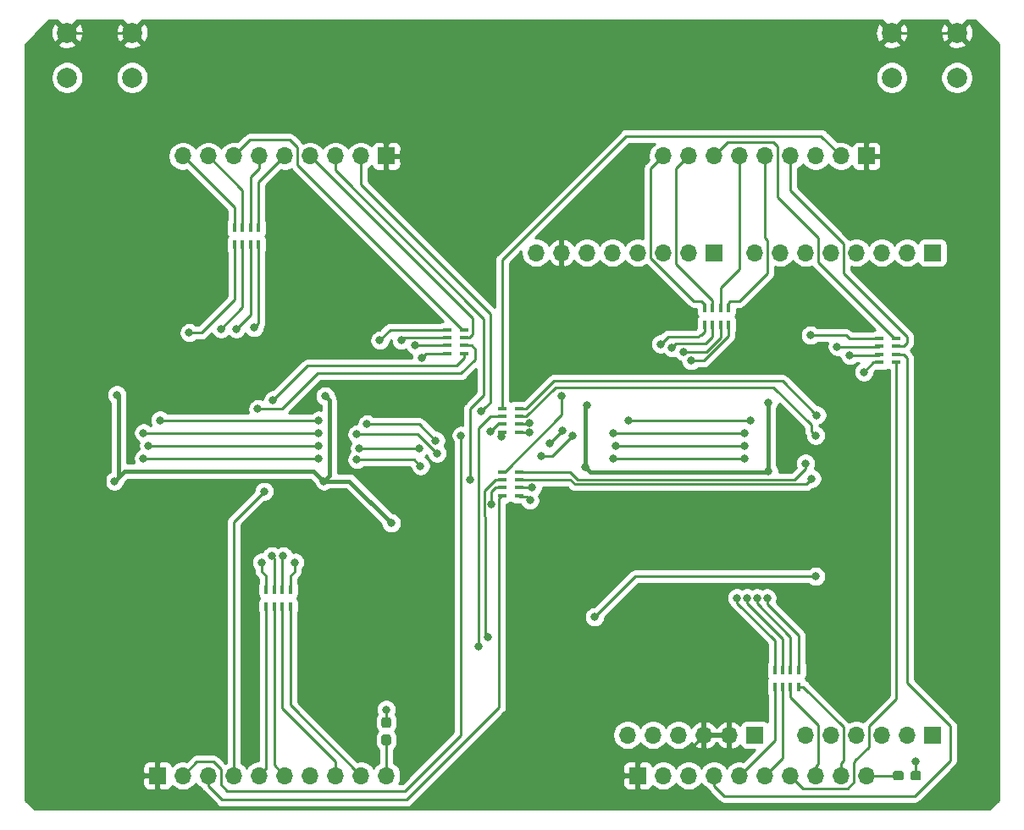
<source format=gbr>
G04 #@! TF.GenerationSoftware,KiCad,Pcbnew,5.1.5*
G04 #@! TF.CreationDate,2019-12-27T12:01:36+00:00*
G04 #@! TF.ProjectId,wkday,776b6461-792e-46b6-9963-61645f706362,rev?*
G04 #@! TF.SameCoordinates,Original*
G04 #@! TF.FileFunction,Copper,L1,Top*
G04 #@! TF.FilePolarity,Positive*
%FSLAX46Y46*%
G04 Gerber Fmt 4.6, Leading zero omitted, Abs format (unit mm)*
G04 Created by KiCad (PCBNEW 5.1.5) date 2019-12-27 12:01:36*
%MOMM*%
%LPD*%
G04 APERTURE LIST*
%ADD10C,2.000000*%
%ADD11R,0.900000X0.400000*%
%ADD12R,0.400000X0.900000*%
%ADD13C,0.100000*%
%ADD14O,1.700000X1.700000*%
%ADD15R,1.700000X1.700000*%
%ADD16C,0.800000*%
%ADD17C,0.250000*%
%ADD18C,0.400000*%
%ADD19C,0.254000*%
G04 APERTURE END LIST*
D10*
X206750000Y-48260000D03*
X206750000Y-43760000D03*
X213250000Y-48260000D03*
X213250000Y-43760000D03*
X124310000Y-48260000D03*
X124310000Y-43760000D03*
X130810000Y-48260000D03*
X130810000Y-43760000D03*
D11*
X167806000Y-81350000D03*
X167806000Y-82150000D03*
X167806000Y-82950000D03*
X167806000Y-83750000D03*
X169506000Y-81350000D03*
X169506000Y-83750000D03*
X169506000Y-82150000D03*
X169506000Y-82950000D03*
X167806000Y-87700000D03*
X167806000Y-88500000D03*
X167806000Y-89300000D03*
X167806000Y-90100000D03*
X169506000Y-87700000D03*
X169506000Y-90100000D03*
X169506000Y-88500000D03*
X169506000Y-89300000D03*
X207225000Y-76765000D03*
X207225000Y-75965000D03*
X207225000Y-75165000D03*
X207225000Y-74365000D03*
X205525000Y-76765000D03*
X205525000Y-74365000D03*
X205525000Y-75965000D03*
X205525000Y-75165000D03*
D12*
X195034000Y-109220000D03*
X195834000Y-109220000D03*
X196634000Y-109220000D03*
X197434000Y-109220000D03*
X195034000Y-107520000D03*
X197434000Y-107520000D03*
X195834000Y-107520000D03*
X196634000Y-107520000D03*
X190430000Y-71286000D03*
X189630000Y-71286000D03*
X188830000Y-71286000D03*
X188030000Y-71286000D03*
X190430000Y-72986000D03*
X188030000Y-72986000D03*
X189630000Y-72986000D03*
X188830000Y-72986000D03*
D11*
X164045000Y-75876000D03*
X164045000Y-75076000D03*
X164045000Y-74276000D03*
X164045000Y-73476000D03*
X162345000Y-75876000D03*
X162345000Y-73476000D03*
X162345000Y-75076000D03*
X162345000Y-74276000D03*
D12*
X144215000Y-101180000D03*
X145015000Y-101180000D03*
X145815000Y-101180000D03*
X146615000Y-101180000D03*
X144215000Y-99480000D03*
X146615000Y-99480000D03*
X145015000Y-99480000D03*
X145815000Y-99480000D03*
X143440000Y-63285000D03*
X142640000Y-63285000D03*
X141840000Y-63285000D03*
X141040000Y-63285000D03*
X143440000Y-64985000D03*
X141040000Y-64985000D03*
X142640000Y-64985000D03*
X141840000Y-64985000D03*
G04 #@! TA.AperFunction,SMDPad,CuDef*
D13*
G36*
X207715779Y-117636144D02*
G01*
X207738834Y-117639563D01*
X207761443Y-117645227D01*
X207783387Y-117653079D01*
X207804457Y-117663044D01*
X207824448Y-117675026D01*
X207843168Y-117688910D01*
X207860438Y-117704562D01*
X207876090Y-117721832D01*
X207889974Y-117740552D01*
X207901956Y-117760543D01*
X207911921Y-117781613D01*
X207919773Y-117803557D01*
X207925437Y-117826166D01*
X207928856Y-117849221D01*
X207930000Y-117872500D01*
X207930000Y-118347500D01*
X207928856Y-118370779D01*
X207925437Y-118393834D01*
X207919773Y-118416443D01*
X207911921Y-118438387D01*
X207901956Y-118459457D01*
X207889974Y-118479448D01*
X207876090Y-118498168D01*
X207860438Y-118515438D01*
X207843168Y-118531090D01*
X207824448Y-118544974D01*
X207804457Y-118556956D01*
X207783387Y-118566921D01*
X207761443Y-118574773D01*
X207738834Y-118580437D01*
X207715779Y-118583856D01*
X207692500Y-118585000D01*
X207117500Y-118585000D01*
X207094221Y-118583856D01*
X207071166Y-118580437D01*
X207048557Y-118574773D01*
X207026613Y-118566921D01*
X207005543Y-118556956D01*
X206985552Y-118544974D01*
X206966832Y-118531090D01*
X206949562Y-118515438D01*
X206933910Y-118498168D01*
X206920026Y-118479448D01*
X206908044Y-118459457D01*
X206898079Y-118438387D01*
X206890227Y-118416443D01*
X206884563Y-118393834D01*
X206881144Y-118370779D01*
X206880000Y-118347500D01*
X206880000Y-117872500D01*
X206881144Y-117849221D01*
X206884563Y-117826166D01*
X206890227Y-117803557D01*
X206898079Y-117781613D01*
X206908044Y-117760543D01*
X206920026Y-117740552D01*
X206933910Y-117721832D01*
X206949562Y-117704562D01*
X206966832Y-117688910D01*
X206985552Y-117675026D01*
X207005543Y-117663044D01*
X207026613Y-117653079D01*
X207048557Y-117645227D01*
X207071166Y-117639563D01*
X207094221Y-117636144D01*
X207117500Y-117635000D01*
X207692500Y-117635000D01*
X207715779Y-117636144D01*
G37*
G04 #@! TD.AperFunction*
G04 #@! TA.AperFunction,SMDPad,CuDef*
G36*
X209465779Y-117636144D02*
G01*
X209488834Y-117639563D01*
X209511443Y-117645227D01*
X209533387Y-117653079D01*
X209554457Y-117663044D01*
X209574448Y-117675026D01*
X209593168Y-117688910D01*
X209610438Y-117704562D01*
X209626090Y-117721832D01*
X209639974Y-117740552D01*
X209651956Y-117760543D01*
X209661921Y-117781613D01*
X209669773Y-117803557D01*
X209675437Y-117826166D01*
X209678856Y-117849221D01*
X209680000Y-117872500D01*
X209680000Y-118347500D01*
X209678856Y-118370779D01*
X209675437Y-118393834D01*
X209669773Y-118416443D01*
X209661921Y-118438387D01*
X209651956Y-118459457D01*
X209639974Y-118479448D01*
X209626090Y-118498168D01*
X209610438Y-118515438D01*
X209593168Y-118531090D01*
X209574448Y-118544974D01*
X209554457Y-118556956D01*
X209533387Y-118566921D01*
X209511443Y-118574773D01*
X209488834Y-118580437D01*
X209465779Y-118583856D01*
X209442500Y-118585000D01*
X208867500Y-118585000D01*
X208844221Y-118583856D01*
X208821166Y-118580437D01*
X208798557Y-118574773D01*
X208776613Y-118566921D01*
X208755543Y-118556956D01*
X208735552Y-118544974D01*
X208716832Y-118531090D01*
X208699562Y-118515438D01*
X208683910Y-118498168D01*
X208670026Y-118479448D01*
X208658044Y-118459457D01*
X208648079Y-118438387D01*
X208640227Y-118416443D01*
X208634563Y-118393834D01*
X208631144Y-118370779D01*
X208630000Y-118347500D01*
X208630000Y-117872500D01*
X208631144Y-117849221D01*
X208634563Y-117826166D01*
X208640227Y-117803557D01*
X208648079Y-117781613D01*
X208658044Y-117760543D01*
X208670026Y-117740552D01*
X208683910Y-117721832D01*
X208699562Y-117704562D01*
X208716832Y-117688910D01*
X208735552Y-117675026D01*
X208755543Y-117663044D01*
X208776613Y-117653079D01*
X208798557Y-117645227D01*
X208821166Y-117639563D01*
X208844221Y-117636144D01*
X208867500Y-117635000D01*
X209442500Y-117635000D01*
X209465779Y-117636144D01*
G37*
G04 #@! TD.AperFunction*
G04 #@! TA.AperFunction,SMDPad,CuDef*
G36*
X156470779Y-114016144D02*
G01*
X156493834Y-114019563D01*
X156516443Y-114025227D01*
X156538387Y-114033079D01*
X156559457Y-114043044D01*
X156579448Y-114055026D01*
X156598168Y-114068910D01*
X156615438Y-114084562D01*
X156631090Y-114101832D01*
X156644974Y-114120552D01*
X156656956Y-114140543D01*
X156666921Y-114161613D01*
X156674773Y-114183557D01*
X156680437Y-114206166D01*
X156683856Y-114229221D01*
X156685000Y-114252500D01*
X156685000Y-114827500D01*
X156683856Y-114850779D01*
X156680437Y-114873834D01*
X156674773Y-114896443D01*
X156666921Y-114918387D01*
X156656956Y-114939457D01*
X156644974Y-114959448D01*
X156631090Y-114978168D01*
X156615438Y-114995438D01*
X156598168Y-115011090D01*
X156579448Y-115024974D01*
X156559457Y-115036956D01*
X156538387Y-115046921D01*
X156516443Y-115054773D01*
X156493834Y-115060437D01*
X156470779Y-115063856D01*
X156447500Y-115065000D01*
X155972500Y-115065000D01*
X155949221Y-115063856D01*
X155926166Y-115060437D01*
X155903557Y-115054773D01*
X155881613Y-115046921D01*
X155860543Y-115036956D01*
X155840552Y-115024974D01*
X155821832Y-115011090D01*
X155804562Y-114995438D01*
X155788910Y-114978168D01*
X155775026Y-114959448D01*
X155763044Y-114939457D01*
X155753079Y-114918387D01*
X155745227Y-114896443D01*
X155739563Y-114873834D01*
X155736144Y-114850779D01*
X155735000Y-114827500D01*
X155735000Y-114252500D01*
X155736144Y-114229221D01*
X155739563Y-114206166D01*
X155745227Y-114183557D01*
X155753079Y-114161613D01*
X155763044Y-114140543D01*
X155775026Y-114120552D01*
X155788910Y-114101832D01*
X155804562Y-114084562D01*
X155821832Y-114068910D01*
X155840552Y-114055026D01*
X155860543Y-114043044D01*
X155881613Y-114033079D01*
X155903557Y-114025227D01*
X155926166Y-114019563D01*
X155949221Y-114016144D01*
X155972500Y-114015000D01*
X156447500Y-114015000D01*
X156470779Y-114016144D01*
G37*
G04 #@! TD.AperFunction*
G04 #@! TA.AperFunction,SMDPad,CuDef*
G36*
X156470779Y-112266144D02*
G01*
X156493834Y-112269563D01*
X156516443Y-112275227D01*
X156538387Y-112283079D01*
X156559457Y-112293044D01*
X156579448Y-112305026D01*
X156598168Y-112318910D01*
X156615438Y-112334562D01*
X156631090Y-112351832D01*
X156644974Y-112370552D01*
X156656956Y-112390543D01*
X156666921Y-112411613D01*
X156674773Y-112433557D01*
X156680437Y-112456166D01*
X156683856Y-112479221D01*
X156685000Y-112502500D01*
X156685000Y-113077500D01*
X156683856Y-113100779D01*
X156680437Y-113123834D01*
X156674773Y-113146443D01*
X156666921Y-113168387D01*
X156656956Y-113189457D01*
X156644974Y-113209448D01*
X156631090Y-113228168D01*
X156615438Y-113245438D01*
X156598168Y-113261090D01*
X156579448Y-113274974D01*
X156559457Y-113286956D01*
X156538387Y-113296921D01*
X156516443Y-113304773D01*
X156493834Y-113310437D01*
X156470779Y-113313856D01*
X156447500Y-113315000D01*
X155972500Y-113315000D01*
X155949221Y-113313856D01*
X155926166Y-113310437D01*
X155903557Y-113304773D01*
X155881613Y-113296921D01*
X155860543Y-113286956D01*
X155840552Y-113274974D01*
X155821832Y-113261090D01*
X155804562Y-113245438D01*
X155788910Y-113228168D01*
X155775026Y-113209448D01*
X155763044Y-113189457D01*
X155753079Y-113168387D01*
X155745227Y-113146443D01*
X155739563Y-113123834D01*
X155736144Y-113100779D01*
X155735000Y-113077500D01*
X155735000Y-112502500D01*
X155736144Y-112479221D01*
X155739563Y-112456166D01*
X155745227Y-112433557D01*
X155753079Y-112411613D01*
X155763044Y-112390543D01*
X155775026Y-112370552D01*
X155788910Y-112351832D01*
X155804562Y-112334562D01*
X155821832Y-112318910D01*
X155840552Y-112305026D01*
X155860543Y-112293044D01*
X155881613Y-112283079D01*
X155903557Y-112275227D01*
X155926166Y-112269563D01*
X155949221Y-112266144D01*
X155972500Y-112265000D01*
X156447500Y-112265000D01*
X156470779Y-112266144D01*
G37*
G04 #@! TD.AperFunction*
D14*
X171196000Y-65786000D03*
X173736000Y-65786000D03*
X176276000Y-65786000D03*
X178816000Y-65786000D03*
X181356000Y-65786000D03*
X183896000Y-65786000D03*
X186436000Y-65786000D03*
D15*
X188976000Y-65786000D03*
D14*
X193040000Y-65786000D03*
X195580000Y-65786000D03*
X198120000Y-65786000D03*
X200660000Y-65786000D03*
X203200000Y-65786000D03*
X205740000Y-65786000D03*
X208280000Y-65786000D03*
D15*
X210820000Y-65786000D03*
D14*
X198120000Y-114046000D03*
X200660000Y-114046000D03*
X203200000Y-114046000D03*
X205740000Y-114046000D03*
X208280000Y-114046000D03*
D15*
X210820000Y-114046000D03*
D14*
X180340000Y-114046000D03*
X182880000Y-114046000D03*
X185420000Y-114046000D03*
X187960000Y-114046000D03*
X190500000Y-114046000D03*
D15*
X193040000Y-114046000D03*
D14*
X183890000Y-56110000D03*
X186430000Y-56110000D03*
X188970000Y-56110000D03*
X191510000Y-56110000D03*
X194050000Y-56110000D03*
X196590000Y-56110000D03*
X199130000Y-56110000D03*
X201670000Y-56110000D03*
D15*
X204210000Y-56110000D03*
D14*
X135890000Y-56110000D03*
X138430000Y-56110000D03*
X140970000Y-56110000D03*
X143510000Y-56110000D03*
X146050000Y-56110000D03*
X148590000Y-56110000D03*
X151130000Y-56110000D03*
X153670000Y-56110000D03*
D15*
X156210000Y-56110000D03*
D14*
X204210000Y-118110000D03*
X201670000Y-118110000D03*
X199130000Y-118110000D03*
X196590000Y-118110000D03*
X194050000Y-118110000D03*
X191510000Y-118110000D03*
X188970000Y-118110000D03*
X186430000Y-118110000D03*
X183890000Y-118110000D03*
D15*
X181350000Y-118110000D03*
D14*
X156210000Y-118110000D03*
X153670000Y-118110000D03*
X151130000Y-118110000D03*
X148590000Y-118110000D03*
X146050000Y-118110000D03*
X143510000Y-118110000D03*
X140970000Y-118110000D03*
X138430000Y-118110000D03*
X135890000Y-118110000D03*
D15*
X133350000Y-118110000D03*
D16*
X135763000Y-90551000D03*
X154686000Y-93091000D03*
X176657000Y-94615000D03*
X181229000Y-94488000D03*
X199644000Y-93218000D03*
X171831000Y-76073000D03*
X129286000Y-80010000D03*
X129032000Y-88646000D03*
X150114000Y-80137000D03*
X149976500Y-88635500D03*
X176276000Y-81026000D03*
X176149000Y-87249000D03*
X194437000Y-80772000D03*
X194437000Y-87630000D03*
X156718000Y-92837000D03*
X144907000Y-80518000D03*
X143383000Y-81407000D03*
X144018000Y-89662000D03*
X167767000Y-84201000D03*
X163703000Y-84074000D03*
X166370000Y-104267000D03*
X165481002Y-105156000D03*
X166751000Y-90932000D03*
X164592000Y-88519000D03*
X166624000Y-83693000D03*
X165735000Y-81661000D03*
X173736000Y-80137000D03*
X177038000Y-102235000D03*
X199136000Y-98171000D03*
X156210000Y-111506000D03*
X209169000Y-116713000D03*
X131953000Y-86360000D03*
X153289000Y-86487000D03*
X178943000Y-86360000D03*
X159639000Y-87122000D03*
X149479000Y-86360000D03*
X192023998Y-86360000D03*
X132461000Y-85090000D03*
X153543000Y-85344000D03*
X179197000Y-85090000D03*
X159507338Y-85348658D03*
X149479000Y-85090000D03*
X192024000Y-85090002D03*
X131953000Y-83820000D03*
X149479000Y-83820000D03*
X171704000Y-86106000D03*
X174879000Y-84074000D03*
X178943000Y-83820000D03*
X192024000Y-83820000D03*
X161290000Y-85851998D03*
X153288996Y-83947000D03*
X143002000Y-73279000D03*
X136525000Y-73787002D03*
X141224000Y-73406000D03*
X139700000Y-73406000D03*
X143764000Y-96774000D03*
X147066000Y-96774000D03*
X144780000Y-96139000D03*
X145923000Y-96139000D03*
X159766000Y-76327000D03*
X155575000Y-74549000D03*
X159131000Y-75057000D03*
X157734000Y-74549000D03*
X186689998Y-76581000D03*
X183642000Y-74930000D03*
X185928000Y-75692000D03*
X184785000Y-75311000D03*
X191262000Y-100330000D03*
X194278025Y-100330002D03*
X192278000Y-100330000D03*
X193278013Y-100330000D03*
X203962000Y-77724000D03*
X198628000Y-74041000D03*
X202565000Y-76073000D03*
X201295000Y-75184000D03*
X198755000Y-88392000D03*
X170815000Y-89281000D03*
X198120000Y-86868000D03*
X170565660Y-90555660D03*
X199136000Y-84074000D03*
X170561000Y-82804000D03*
X199263000Y-82042000D03*
X170561000Y-83804003D03*
X133604000Y-82550000D03*
X149479000Y-82550000D03*
X154305000Y-82931000D03*
X172593000Y-84836000D03*
X173863000Y-83566000D03*
X161163000Y-84582000D03*
X180467000Y-82550000D03*
X192659000Y-82550000D03*
D17*
X181102000Y-94615000D02*
X181229000Y-94488000D01*
X176657000Y-94615000D02*
X181102000Y-94615000D01*
X181229000Y-94488000D02*
X198374000Y-94488000D01*
X198374000Y-94488000D02*
X199644000Y-93218000D01*
X128143000Y-56769000D02*
X131191000Y-53721000D01*
X156210000Y-55010000D02*
X156210000Y-56110000D01*
X131191000Y-53721000D02*
X154921000Y-53721000D01*
X154921000Y-53721000D02*
X156210000Y-55010000D01*
X124310000Y-43760000D02*
X130810000Y-43760000D01*
X128143000Y-46427000D02*
X128143000Y-56896000D01*
X130810000Y-43760000D02*
X128143000Y-46427000D01*
X128143000Y-56896000D02*
X128143000Y-56769000D01*
X156210000Y-55010000D02*
X159023000Y-52197000D01*
X159023000Y-52197000D02*
X202565000Y-52197000D01*
X204210000Y-53842000D02*
X204210000Y-56110000D01*
X202565000Y-52197000D02*
X204210000Y-53842000D01*
X202565000Y-47945000D02*
X206750000Y-43760000D01*
X202565000Y-52197000D02*
X202565000Y-47945000D01*
X206750000Y-43760000D02*
X213250000Y-43760000D01*
X187960000Y-114046000D02*
X190500000Y-114046000D01*
X128143000Y-89535000D02*
X128143000Y-56896000D01*
X135763000Y-90551000D02*
X129159000Y-90551000D01*
X129159000Y-90551000D02*
X128143000Y-89535000D01*
X187110001Y-114895999D02*
X187960000Y-114046000D01*
X186055000Y-115951000D02*
X187110001Y-114895999D01*
X182409000Y-115951000D02*
X186055000Y-115951000D01*
X181350000Y-118110000D02*
X181350000Y-117010000D01*
X181350000Y-117010000D02*
X182409000Y-115951000D01*
X173736000Y-65786000D02*
X173736000Y-74168000D01*
X173736000Y-74168000D02*
X171831000Y-76073000D01*
X151257000Y-93091000D02*
X154686000Y-93091000D01*
X146812000Y-88646000D02*
X151257000Y-93091000D01*
X142367000Y-88646000D02*
X146812000Y-88646000D01*
X135763000Y-90551000D02*
X140462000Y-90551000D01*
X140462000Y-90551000D02*
X142367000Y-88646000D01*
X129286000Y-88392000D02*
X129032000Y-88646000D01*
X176276000Y-87122000D02*
X176149000Y-87249000D01*
D18*
X152516500Y-88635500D02*
X149976500Y-88635500D01*
X156718000Y-92837000D02*
X152516500Y-88635500D01*
X129032000Y-88646000D02*
X130048000Y-87630000D01*
X148971000Y-87630000D02*
X149976500Y-88635500D01*
X130048000Y-87630000D02*
X148971000Y-87630000D01*
X194310000Y-87757000D02*
X194437000Y-87630000D01*
X176149000Y-87249000D02*
X176657000Y-87757000D01*
X176657000Y-87757000D02*
X194310000Y-87757000D01*
X129431999Y-80155999D02*
X129286000Y-80010000D01*
X129032000Y-88646000D02*
X129431999Y-88246001D01*
X129431999Y-88246001D02*
X129431999Y-80155999D01*
X150114000Y-80137000D02*
X150513999Y-80536999D01*
X150513999Y-88098001D02*
X149976500Y-88635500D01*
X150513999Y-80536999D02*
X150513999Y-88098001D01*
X176149000Y-81153000D02*
X176276000Y-81026000D01*
X176149000Y-87249000D02*
X176149000Y-81153000D01*
X194437000Y-87630000D02*
X194437000Y-80772000D01*
D17*
X156210000Y-118110000D02*
X156210000Y-114540000D01*
X146615000Y-111055000D02*
X153670000Y-118110000D01*
X146615000Y-101180000D02*
X146615000Y-111055000D01*
X151130000Y-116713000D02*
X151130000Y-118110000D01*
X145815000Y-111398000D02*
X151130000Y-116713000D01*
X145815000Y-101180000D02*
X145815000Y-111398000D01*
X163282000Y-77089000D02*
X149352000Y-77089000D01*
X149352000Y-77089000D02*
X148336000Y-77089000D01*
X148336000Y-77089000D02*
X144907000Y-80518000D01*
X164045000Y-75876000D02*
X164045000Y-76326000D01*
X164045000Y-76326000D02*
X163282000Y-77089000D01*
X145015000Y-117075000D02*
X146050000Y-118110000D01*
X145015000Y-101180000D02*
X145015000Y-117075000D01*
X144215000Y-117405000D02*
X143510000Y-118110000D01*
X144215000Y-101180000D02*
X144215000Y-117405000D01*
X140970000Y-92710000D02*
X140970000Y-118110000D01*
X144018000Y-89662000D02*
X140970000Y-92710000D01*
X145796000Y-81407000D02*
X143383000Y-81407000D01*
X149352000Y-77851000D02*
X145796000Y-81407000D01*
X163703000Y-77851000D02*
X149352000Y-77851000D01*
X165100000Y-75431000D02*
X165100000Y-76454000D01*
X164045000Y-75076000D02*
X164745000Y-75076000D01*
X165100000Y-76454000D02*
X163703000Y-77851000D01*
X164745000Y-75076000D02*
X165100000Y-75431000D01*
X167513000Y-90393000D02*
X167806000Y-90100000D01*
X158242000Y-120523000D02*
X167513000Y-111252000D01*
X138430000Y-118110000D02*
X138430000Y-119126000D01*
X167513000Y-111252000D02*
X167513000Y-90393000D01*
X139827000Y-120523000D02*
X158242000Y-120523000D01*
X138430000Y-119126000D02*
X139827000Y-120523000D01*
X167767000Y-83789000D02*
X167806000Y-83750000D01*
X167767000Y-84201000D02*
X167767000Y-83789000D01*
X139700000Y-118999000D02*
X140335000Y-119634000D01*
X163703000Y-84639685D02*
X163703000Y-84074000D01*
X139700000Y-117475000D02*
X139700000Y-118999000D01*
X158115000Y-119634000D02*
X163703000Y-114046000D01*
X137287000Y-116713000D02*
X138938000Y-116713000D01*
X135890000Y-118110000D02*
X137287000Y-116713000D01*
X138938000Y-116713000D02*
X139700000Y-117475000D01*
X163703000Y-114046000D02*
X163703000Y-84639685D01*
X140335000Y-119634000D02*
X158115000Y-119634000D01*
X207405000Y-118110000D02*
X204210000Y-118110000D01*
X201930000Y-116647919D02*
X201930000Y-113266000D01*
X197884000Y-109220000D02*
X197434000Y-109220000D01*
X201670000Y-118110000D02*
X201670000Y-116907919D01*
X201930000Y-113266000D02*
X197884000Y-109220000D01*
X201670000Y-116907919D02*
X201930000Y-116647919D01*
X199390000Y-113030000D02*
X196634000Y-110274000D01*
X196634000Y-110274000D02*
X196634000Y-109220000D01*
X199130000Y-118110000D02*
X199130000Y-117227000D01*
X199390000Y-116967000D02*
X199390000Y-113030000D01*
X199130000Y-117227000D02*
X199390000Y-116967000D01*
X207225000Y-110402000D02*
X207225000Y-76765000D01*
X204470000Y-113157000D02*
X207225000Y-110402000D01*
X204470000Y-115252500D02*
X204470000Y-113157000D01*
X203073000Y-116649500D02*
X204470000Y-115252500D01*
X197860000Y-119380000D02*
X202329000Y-119380000D01*
X196590000Y-118110000D02*
X197860000Y-119380000D01*
X202329000Y-119380000D02*
X202946000Y-118763000D01*
X202946000Y-118763000D02*
X202946000Y-116840000D01*
X202946000Y-116840000D02*
X203073000Y-116713000D01*
X203073000Y-116713000D02*
X203073000Y-116649500D01*
X195834000Y-116326000D02*
X195834000Y-109220000D01*
X194050000Y-118110000D02*
X195834000Y-116326000D01*
X195034000Y-114586000D02*
X195034000Y-109220000D01*
X191510000Y-118110000D02*
X195034000Y-114586000D01*
X207925000Y-75965000D02*
X207225000Y-75965000D01*
X208280000Y-76320000D02*
X207925000Y-75965000D01*
X208280000Y-108839000D02*
X208280000Y-76320000D01*
X212598000Y-116586000D02*
X212598000Y-113157000D01*
X209042000Y-120142000D02*
X212598000Y-116586000D01*
X188970000Y-119120000D02*
X189992000Y-120142000D01*
X188970000Y-118110000D02*
X188970000Y-119120000D01*
X189992000Y-120142000D02*
X209042000Y-120142000D01*
X212598000Y-113157000D02*
X208280000Y-108839000D01*
X167106000Y-88500000D02*
X167806000Y-88500000D01*
X166025999Y-89580001D02*
X167106000Y-88500000D01*
X166025999Y-92111999D02*
X166025999Y-89580001D01*
X166116000Y-92202000D02*
X166025999Y-92111999D01*
X166370000Y-104267000D02*
X166116000Y-104013000D01*
X166116000Y-104013000D02*
X166116000Y-92202000D01*
X167806000Y-82150000D02*
X166643000Y-82150000D01*
X165481002Y-83311998D02*
X165481002Y-104590315D01*
X165481002Y-104590315D02*
X165481002Y-105156000D01*
X166643000Y-82150000D02*
X165481002Y-83311998D01*
X141040000Y-61260000D02*
X135890000Y-56110000D01*
X141040000Y-63285000D02*
X141040000Y-61260000D01*
X138430000Y-56110000D02*
X141840000Y-59520000D01*
X141840000Y-59520000D02*
X141840000Y-63285000D01*
X141819999Y-55260001D02*
X140970000Y-56110000D01*
X147320000Y-55245000D02*
X146558000Y-54483000D01*
X147320000Y-57001000D02*
X147320000Y-55245000D01*
X146558000Y-54483000D02*
X142597000Y-54483000D01*
X142597000Y-54483000D02*
X141819999Y-55260001D01*
X164045000Y-73476000D02*
X163795000Y-73476000D01*
X163795000Y-73476000D02*
X147320000Y-57001000D01*
X143510000Y-56110000D02*
X143510000Y-57312081D01*
X143510000Y-57312081D02*
X142640000Y-58182081D01*
X142640000Y-62585000D02*
X142640000Y-63285000D01*
X142640000Y-58182081D02*
X142640000Y-62585000D01*
X146050000Y-56110000D02*
X143440000Y-58720000D01*
X143440000Y-58720000D02*
X143440000Y-63285000D01*
X149439999Y-56959999D02*
X148590000Y-56110000D01*
X164820001Y-72340001D02*
X149439999Y-56959999D01*
X164480002Y-74276000D02*
X164820001Y-73936001D01*
X164045000Y-74276000D02*
X164480002Y-74276000D01*
X164820001Y-73936001D02*
X164820001Y-72340001D01*
X166751000Y-89655000D02*
X166751000Y-90932000D01*
X167806000Y-89300000D02*
X167106000Y-89300000D01*
X167106000Y-89300000D02*
X166751000Y-89655000D01*
X164592000Y-87953315D02*
X164592000Y-88519000D01*
X164592000Y-81407000D02*
X164592000Y-87953315D01*
X165989000Y-80010000D02*
X164592000Y-81407000D01*
X165989000Y-72390000D02*
X165989000Y-80010000D01*
X151130000Y-56110000D02*
X151130000Y-57531000D01*
X151130000Y-57531000D02*
X165989000Y-72390000D01*
X167806000Y-82950000D02*
X167367000Y-82950000D01*
X167367000Y-82950000D02*
X166624000Y-83693000D01*
X166134999Y-81261001D02*
X165735000Y-81661000D01*
X166624000Y-80772000D02*
X166134999Y-81261001D01*
X166624000Y-71882000D02*
X166624000Y-80772000D01*
X153670000Y-56110000D02*
X153670000Y-58928000D01*
X153670000Y-58928000D02*
X166624000Y-71882000D01*
X183040001Y-56959999D02*
X183890000Y-56110000D01*
X188030000Y-70936000D02*
X187706000Y-70612000D01*
X188030000Y-71286000D02*
X188030000Y-70936000D01*
X186944000Y-70612000D02*
X182626000Y-66294000D01*
X182626000Y-66294000D02*
X182626000Y-57374000D01*
X187706000Y-70612000D02*
X186944000Y-70612000D01*
X182626000Y-57374000D02*
X183040001Y-56959999D01*
X185580001Y-56959999D02*
X186430000Y-56110000D01*
X185166000Y-57374000D02*
X185580001Y-56959999D01*
X185166000Y-66922000D02*
X185166000Y-57374000D01*
X188830000Y-71286000D02*
X188830000Y-70586000D01*
X188830000Y-70586000D02*
X185166000Y-66922000D01*
X189819999Y-55260001D02*
X188970000Y-56110000D01*
X194945000Y-54737000D02*
X190343000Y-54737000D01*
X190343000Y-54737000D02*
X189819999Y-55260001D01*
X206975000Y-74365000D02*
X199390000Y-66780000D01*
X207225000Y-74365000D02*
X206975000Y-74365000D01*
X199390000Y-64262000D02*
X195326000Y-60198000D01*
X199390000Y-66780000D02*
X199390000Y-64262000D01*
X195326000Y-60198000D02*
X195326000Y-55118000D01*
X195326000Y-55118000D02*
X194945000Y-54737000D01*
X191510000Y-57312081D02*
X191510000Y-56110000D01*
X191510000Y-67443000D02*
X191510000Y-57312081D01*
X189630000Y-71286000D02*
X189630000Y-69323000D01*
X189630000Y-69323000D02*
X191510000Y-67443000D01*
X194050000Y-59811000D02*
X194050000Y-56110000D01*
X190430000Y-70809000D02*
X190627000Y-70612000D01*
X191554000Y-70612000D02*
X194310000Y-67856000D01*
X194050000Y-64275499D02*
X194050000Y-59811000D01*
X190627000Y-70612000D02*
X191554000Y-70612000D01*
X190430000Y-71286000D02*
X190430000Y-70809000D01*
X194310000Y-67856000D02*
X194310000Y-64535499D01*
X194310000Y-64535499D02*
X194050000Y-64275499D01*
X196590000Y-59557000D02*
X196590000Y-56110000D01*
X207925000Y-75165000D02*
X208280000Y-74810000D01*
X208280000Y-74810000D02*
X208280000Y-74184998D01*
X207225000Y-75165000D02*
X207925000Y-75165000D01*
X208280000Y-74184998D02*
X201930000Y-67834998D01*
X201930000Y-67834998D02*
X201930000Y-64897000D01*
X201930000Y-64897000D02*
X196590000Y-59557000D01*
X168056000Y-87700000D02*
X173736000Y-82020000D01*
X167806000Y-87700000D02*
X168056000Y-87700000D01*
X173736000Y-82020000D02*
X173736000Y-80702685D01*
X173736000Y-80702685D02*
X173736000Y-80137000D01*
X199662000Y-54102000D02*
X201670000Y-56110000D01*
X180213000Y-54102000D02*
X199662000Y-54102000D01*
X167806000Y-81350000D02*
X167806000Y-66509000D01*
X167806000Y-66509000D02*
X180213000Y-54102000D01*
X177038000Y-102235000D02*
X181102000Y-98171000D01*
X181102000Y-98171000D02*
X197866000Y-98171000D01*
X197866000Y-98171000D02*
X199136000Y-98171000D01*
X156210000Y-112790000D02*
X156210000Y-111506000D01*
X209155000Y-116727000D02*
X209169000Y-116713000D01*
X209155000Y-118110000D02*
X209155000Y-116727000D01*
X159004000Y-86487000D02*
X159639000Y-87122000D01*
X153289000Y-86487000D02*
X159004000Y-86487000D01*
X131953000Y-86360000D02*
X149479000Y-86360000D01*
X178943000Y-86360000D02*
X192023998Y-86360000D01*
X153543000Y-85344000D02*
X159502680Y-85344000D01*
X159502680Y-85344000D02*
X159507338Y-85348658D01*
X132461000Y-85090000D02*
X149479000Y-85090000D01*
X179197000Y-85090000D02*
X192023998Y-85090000D01*
X192023998Y-85090000D02*
X192024000Y-85090002D01*
X131953000Y-83820000D02*
X149479000Y-83820000D01*
X171704000Y-86106000D02*
X172847000Y-86106000D01*
X172847000Y-86106000D02*
X174879000Y-84074000D01*
X178943000Y-83820000D02*
X192024000Y-83820000D01*
X159385002Y-83947000D02*
X153288996Y-83947000D01*
X161290000Y-85851998D02*
X159385002Y-83947000D01*
X143002000Y-73279000D02*
X143440000Y-72841000D01*
X143440000Y-72841000D02*
X143440000Y-64985000D01*
X137731501Y-73787000D02*
X136525002Y-73787000D01*
X136525002Y-73787000D02*
X136525000Y-73787002D01*
X141040000Y-70478501D02*
X137731501Y-73787000D01*
X141040000Y-64985000D02*
X141040000Y-70478501D01*
X141224000Y-73406000D02*
X142640000Y-71990000D01*
X142640000Y-71990000D02*
X142640000Y-64985000D01*
X139700000Y-73406000D02*
X141840000Y-71266000D01*
X141840000Y-71266000D02*
X141840000Y-64985000D01*
X144215000Y-98114000D02*
X143764000Y-97663000D01*
X144215000Y-99480000D02*
X144215000Y-98114000D01*
X143764000Y-97663000D02*
X143764000Y-96774000D01*
X146615000Y-98114000D02*
X147066000Y-97663000D01*
X146615000Y-99480000D02*
X146615000Y-98114000D01*
X147066000Y-97663000D02*
X147066000Y-96774000D01*
X145015000Y-96374000D02*
X144780000Y-96139000D01*
X145015000Y-99480000D02*
X145015000Y-96374000D01*
X145796000Y-96266000D02*
X145815000Y-96285000D01*
X145923000Y-96139000D02*
X145796000Y-96266000D01*
X145815000Y-96285000D02*
X145815000Y-99480000D01*
X159766000Y-76327000D02*
X160217000Y-75876000D01*
X160217000Y-75876000D02*
X162345000Y-75876000D01*
X156648000Y-73476000D02*
X155575000Y-74549000D01*
X162345000Y-73476000D02*
X156648000Y-73476000D01*
X162326000Y-75057000D02*
X162345000Y-75076000D01*
X159131000Y-75057000D02*
X162326000Y-75057000D01*
X157734000Y-74549000D02*
X158007000Y-74276000D01*
X158007000Y-74276000D02*
X162345000Y-74276000D01*
X187255683Y-76581000D02*
X186689998Y-76581000D01*
X190430000Y-74112410D02*
X187961410Y-76581000D01*
X187961410Y-76581000D02*
X187255683Y-76581000D01*
X190430000Y-72986000D02*
X190430000Y-74112410D01*
X183642000Y-74930000D02*
X184404000Y-74168000D01*
X184404000Y-74168000D02*
X187452000Y-74168000D01*
X188030000Y-73686000D02*
X187675000Y-74041000D01*
X188030000Y-72986000D02*
X188030000Y-73686000D01*
X187579000Y-74041000D02*
X187452000Y-74168000D01*
X187675000Y-74041000D02*
X187579000Y-74041000D01*
X189630000Y-72986000D02*
X189630000Y-74276000D01*
X188214000Y-75692000D02*
X186493685Y-75692000D01*
X186493685Y-75692000D02*
X185928000Y-75692000D01*
X189630000Y-74276000D02*
X188214000Y-75692000D01*
X188830000Y-74187000D02*
X188105999Y-74911001D01*
X185184999Y-74911001D02*
X184785000Y-75311000D01*
X188830000Y-72986000D02*
X188830000Y-74187000D01*
X188105999Y-74911001D02*
X185184999Y-74911001D01*
X191262000Y-100838000D02*
X191262000Y-100330000D01*
X195034000Y-107520000D02*
X195034000Y-104610000D01*
X195034000Y-104610000D02*
X191262000Y-100838000D01*
X194310000Y-100361977D02*
X194278025Y-100330002D01*
X197434000Y-107520000D02*
X197434000Y-104089000D01*
X194310000Y-100965000D02*
X194310000Y-100361977D01*
X197434000Y-104089000D02*
X194310000Y-100965000D01*
X195834000Y-107520000D02*
X195834000Y-104451685D01*
X195834000Y-104451685D02*
X192278000Y-100895685D01*
X192278000Y-100895685D02*
X192278000Y-100330000D01*
X196634000Y-104251672D02*
X193278013Y-100895685D01*
X193278013Y-100895685D02*
X193278013Y-100330000D01*
X196634000Y-107520000D02*
X196634000Y-104251672D01*
X204921000Y-76765000D02*
X205525000Y-76765000D01*
X203962000Y-77724000D02*
X204921000Y-76765000D01*
X202508000Y-74365000D02*
X205525000Y-74365000D01*
X198628000Y-74041000D02*
X202184000Y-74041000D01*
X202184000Y-74041000D02*
X202508000Y-74365000D01*
X205417000Y-76073000D02*
X205525000Y-75965000D01*
X202565000Y-76073000D02*
X205417000Y-76073000D01*
X205506000Y-75184000D02*
X205525000Y-75165000D01*
X201295000Y-75184000D02*
X205506000Y-75184000D01*
X174606000Y-88500000D02*
X169506000Y-88500000D01*
X175075010Y-88969010D02*
X174606000Y-88500000D01*
X198755000Y-88392000D02*
X198177990Y-88969010D01*
X198177990Y-88969010D02*
X175075010Y-88969010D01*
X170796000Y-89300000D02*
X170815000Y-89281000D01*
X169506000Y-89300000D02*
X170796000Y-89300000D01*
X198120000Y-87433685D02*
X197034685Y-88519000D01*
X198120000Y-86868000D02*
X198120000Y-87433685D01*
X197034685Y-88519000D02*
X175387000Y-88519000D01*
X174568000Y-87700000D02*
X169506000Y-87700000D01*
X175387000Y-88519000D02*
X174568000Y-87700000D01*
X170307000Y-90170000D02*
X170565660Y-90428660D01*
X169506000Y-90100000D02*
X169576000Y-90170000D01*
X170565660Y-90428660D02*
X170565660Y-90555660D01*
X169576000Y-90170000D02*
X170307000Y-90170000D01*
X173108000Y-79248000D02*
X170206000Y-82150000D01*
X194945000Y-79248000D02*
X173108000Y-79248000D01*
X198736001Y-83039001D02*
X194945000Y-79248000D01*
X198736001Y-83674001D02*
X198736001Y-83039001D01*
X170206000Y-82150000D02*
X169506000Y-82150000D01*
X199136000Y-84074000D02*
X198736001Y-83674001D01*
X170415000Y-82950000D02*
X170561000Y-82804000D01*
X169506000Y-82950000D02*
X170415000Y-82950000D01*
X172943000Y-78613000D02*
X170206000Y-81350000D01*
X199263000Y-82042000D02*
X195834000Y-78613000D01*
X170206000Y-81350000D02*
X169506000Y-81350000D01*
X195834000Y-78613000D02*
X172943000Y-78613000D01*
X170506997Y-83750000D02*
X170561000Y-83804003D01*
X169506000Y-83750000D02*
X170506997Y-83750000D01*
X133604000Y-82550000D02*
X149479000Y-82550000D01*
X172593000Y-84836000D02*
X173863000Y-83566000D01*
X154305000Y-82931000D02*
X159512000Y-82931000D01*
X159512000Y-82931000D02*
X161163000Y-84582000D01*
X180467000Y-82550000D02*
X192659000Y-82550000D01*
D19*
G36*
X123354192Y-42624587D02*
G01*
X124310000Y-43580395D01*
X125265808Y-42624587D01*
X125246037Y-42570000D01*
X129873963Y-42570000D01*
X129854192Y-42624587D01*
X130810000Y-43580395D01*
X131765808Y-42624587D01*
X131746037Y-42570000D01*
X205813963Y-42570000D01*
X205794192Y-42624587D01*
X206750000Y-43580395D01*
X207705808Y-42624587D01*
X207686037Y-42570000D01*
X212313963Y-42570000D01*
X212294192Y-42624587D01*
X213250000Y-43580395D01*
X214205808Y-42624587D01*
X214186037Y-42570000D01*
X215046620Y-42570000D01*
X217390001Y-44913382D01*
X217390000Y-120566619D01*
X216506620Y-121450000D01*
X121053381Y-121450000D01*
X120170000Y-120566620D01*
X120170000Y-118960000D01*
X131861928Y-118960000D01*
X131874188Y-119084482D01*
X131910498Y-119204180D01*
X131969463Y-119314494D01*
X132048815Y-119411185D01*
X132145506Y-119490537D01*
X132255820Y-119549502D01*
X132375518Y-119585812D01*
X132500000Y-119598072D01*
X133064250Y-119595000D01*
X133223000Y-119436250D01*
X133223000Y-118237000D01*
X132023750Y-118237000D01*
X131865000Y-118395750D01*
X131861928Y-118960000D01*
X120170000Y-118960000D01*
X120170000Y-117260000D01*
X131861928Y-117260000D01*
X131865000Y-117824250D01*
X132023750Y-117983000D01*
X133223000Y-117983000D01*
X133223000Y-116783750D01*
X133064250Y-116625000D01*
X132500000Y-116621928D01*
X132375518Y-116634188D01*
X132255820Y-116670498D01*
X132145506Y-116729463D01*
X132048815Y-116808815D01*
X131969463Y-116905506D01*
X131910498Y-117015820D01*
X131874188Y-117135518D01*
X131861928Y-117260000D01*
X120170000Y-117260000D01*
X120170000Y-88544061D01*
X127997000Y-88544061D01*
X127997000Y-88747939D01*
X128036774Y-88947898D01*
X128114795Y-89136256D01*
X128228063Y-89305774D01*
X128372226Y-89449937D01*
X128541744Y-89563205D01*
X128730102Y-89641226D01*
X128930061Y-89681000D01*
X129133939Y-89681000D01*
X129333898Y-89641226D01*
X129522256Y-89563205D01*
X129691774Y-89449937D01*
X129835937Y-89305774D01*
X129949205Y-89136256D01*
X130027226Y-88947898D01*
X130056093Y-88802775D01*
X130393868Y-88465000D01*
X148625132Y-88465000D01*
X148952408Y-88792276D01*
X148981274Y-88937398D01*
X149059295Y-89125756D01*
X149172563Y-89295274D01*
X149316726Y-89439437D01*
X149486244Y-89552705D01*
X149674602Y-89630726D01*
X149874561Y-89670500D01*
X150078439Y-89670500D01*
X150278398Y-89630726D01*
X150466756Y-89552705D01*
X150589785Y-89470500D01*
X152170633Y-89470500D01*
X155693908Y-92993775D01*
X155722774Y-93138898D01*
X155800795Y-93327256D01*
X155914063Y-93496774D01*
X156058226Y-93640937D01*
X156227744Y-93754205D01*
X156416102Y-93832226D01*
X156616061Y-93872000D01*
X156819939Y-93872000D01*
X157019898Y-93832226D01*
X157208256Y-93754205D01*
X157377774Y-93640937D01*
X157521937Y-93496774D01*
X157635205Y-93327256D01*
X157713226Y-93138898D01*
X157753000Y-92938939D01*
X157753000Y-92735061D01*
X157713226Y-92535102D01*
X157635205Y-92346744D01*
X157521937Y-92177226D01*
X157377774Y-92033063D01*
X157208256Y-91919795D01*
X157019898Y-91841774D01*
X156874775Y-91812908D01*
X153135946Y-88074079D01*
X153109791Y-88042209D01*
X152982646Y-87937864D01*
X152837587Y-87860328D01*
X152680189Y-87812582D01*
X152557519Y-87800500D01*
X152557518Y-87800500D01*
X152516500Y-87796460D01*
X152475482Y-87800500D01*
X151348999Y-87800500D01*
X151348999Y-83845061D01*
X152253996Y-83845061D01*
X152253996Y-84048939D01*
X152293770Y-84248898D01*
X152371791Y-84437256D01*
X152485059Y-84606774D01*
X152629222Y-84750937D01*
X152674343Y-84781086D01*
X152625795Y-84853744D01*
X152547774Y-85042102D01*
X152508000Y-85242061D01*
X152508000Y-85445939D01*
X152547774Y-85645898D01*
X152582516Y-85729773D01*
X152485063Y-85827226D01*
X152371795Y-85996744D01*
X152293774Y-86185102D01*
X152254000Y-86385061D01*
X152254000Y-86588939D01*
X152293774Y-86788898D01*
X152371795Y-86977256D01*
X152485063Y-87146774D01*
X152629226Y-87290937D01*
X152798744Y-87404205D01*
X152987102Y-87482226D01*
X153187061Y-87522000D01*
X153390939Y-87522000D01*
X153590898Y-87482226D01*
X153779256Y-87404205D01*
X153948774Y-87290937D01*
X153992711Y-87247000D01*
X158608587Y-87247000D01*
X158643774Y-87423898D01*
X158721795Y-87612256D01*
X158835063Y-87781774D01*
X158979226Y-87925937D01*
X159148744Y-88039205D01*
X159337102Y-88117226D01*
X159537061Y-88157000D01*
X159740939Y-88157000D01*
X159940898Y-88117226D01*
X160129256Y-88039205D01*
X160298774Y-87925937D01*
X160442937Y-87781774D01*
X160556205Y-87612256D01*
X160634226Y-87423898D01*
X160674000Y-87223939D01*
X160674000Y-87020061D01*
X160634226Y-86820102D01*
X160556205Y-86631744D01*
X160442937Y-86462226D01*
X160298774Y-86318063D01*
X160129256Y-86204795D01*
X160104399Y-86194499D01*
X160167112Y-86152595D01*
X160273378Y-86046329D01*
X160294774Y-86153896D01*
X160372795Y-86342254D01*
X160486063Y-86511772D01*
X160630226Y-86655935D01*
X160799744Y-86769203D01*
X160988102Y-86847224D01*
X161188061Y-86886998D01*
X161391939Y-86886998D01*
X161591898Y-86847224D01*
X161780256Y-86769203D01*
X161949774Y-86655935D01*
X162093937Y-86511772D01*
X162207205Y-86342254D01*
X162285226Y-86153896D01*
X162325000Y-85953937D01*
X162325000Y-85750059D01*
X162285226Y-85550100D01*
X162207205Y-85361742D01*
X162093937Y-85192224D01*
X162037653Y-85135940D01*
X162080205Y-85072256D01*
X162158226Y-84883898D01*
X162198000Y-84683939D01*
X162198000Y-84480061D01*
X162158226Y-84280102D01*
X162080205Y-84091744D01*
X161966937Y-83922226D01*
X161822774Y-83778063D01*
X161653256Y-83664795D01*
X161464898Y-83586774D01*
X161264939Y-83547000D01*
X161202802Y-83547000D01*
X160075804Y-82420003D01*
X160052001Y-82390999D01*
X159936276Y-82296026D01*
X159804247Y-82225454D01*
X159660986Y-82181997D01*
X159549333Y-82171000D01*
X159549322Y-82171000D01*
X159512000Y-82167324D01*
X159474678Y-82171000D01*
X155008711Y-82171000D01*
X154964774Y-82127063D01*
X154795256Y-82013795D01*
X154606898Y-81935774D01*
X154406939Y-81896000D01*
X154203061Y-81896000D01*
X154003102Y-81935774D01*
X153814744Y-82013795D01*
X153645226Y-82127063D01*
X153501063Y-82271226D01*
X153387795Y-82440744D01*
X153309774Y-82629102D01*
X153270000Y-82829061D01*
X153270000Y-82912000D01*
X153187057Y-82912000D01*
X152987098Y-82951774D01*
X152798740Y-83029795D01*
X152629222Y-83143063D01*
X152485059Y-83287226D01*
X152371791Y-83456744D01*
X152293770Y-83645102D01*
X152253996Y-83845061D01*
X151348999Y-83845061D01*
X151348999Y-80578017D01*
X151353039Y-80536998D01*
X151336917Y-80373310D01*
X151289171Y-80215912D01*
X151258743Y-80158986D01*
X151211635Y-80070853D01*
X151138359Y-79981566D01*
X151109226Y-79835102D01*
X151031205Y-79646744D01*
X150917937Y-79477226D01*
X150773774Y-79333063D01*
X150604256Y-79219795D01*
X150415898Y-79141774D01*
X150215939Y-79102000D01*
X150012061Y-79102000D01*
X149812102Y-79141774D01*
X149623744Y-79219795D01*
X149454226Y-79333063D01*
X149310063Y-79477226D01*
X149196795Y-79646744D01*
X149118774Y-79835102D01*
X149079000Y-80035061D01*
X149079000Y-80238939D01*
X149118774Y-80438898D01*
X149196795Y-80627256D01*
X149310063Y-80796774D01*
X149454226Y-80940937D01*
X149623744Y-81054205D01*
X149678999Y-81077093D01*
X149678999Y-81534505D01*
X149580939Y-81515000D01*
X149377061Y-81515000D01*
X149177102Y-81554774D01*
X148988744Y-81632795D01*
X148819226Y-81746063D01*
X148775289Y-81790000D01*
X146487801Y-81790000D01*
X149666803Y-78611000D01*
X163665678Y-78611000D01*
X163703000Y-78614676D01*
X163740322Y-78611000D01*
X163740333Y-78611000D01*
X163851986Y-78600003D01*
X163995247Y-78556546D01*
X164127276Y-78485974D01*
X164243001Y-78391001D01*
X164266804Y-78361997D01*
X165229001Y-77399801D01*
X165229001Y-79695197D01*
X164081003Y-80843196D01*
X164051999Y-80866999D01*
X164005170Y-80924061D01*
X163957026Y-80982724D01*
X163913451Y-81064247D01*
X163886454Y-81114754D01*
X163842997Y-81258015D01*
X163832000Y-81369668D01*
X163832000Y-81369678D01*
X163828324Y-81407000D01*
X163832000Y-81444323D01*
X163832000Y-83044383D01*
X163804939Y-83039000D01*
X163601061Y-83039000D01*
X163401102Y-83078774D01*
X163212744Y-83156795D01*
X163043226Y-83270063D01*
X162899063Y-83414226D01*
X162785795Y-83583744D01*
X162707774Y-83772102D01*
X162668000Y-83972061D01*
X162668000Y-84175939D01*
X162707774Y-84375898D01*
X162785795Y-84564256D01*
X162899063Y-84733774D01*
X162943001Y-84777712D01*
X162943000Y-113731197D01*
X157800199Y-118874000D01*
X157485506Y-118874000D01*
X157525990Y-118813411D01*
X157637932Y-118543158D01*
X157695000Y-118256260D01*
X157695000Y-117963740D01*
X157637932Y-117676842D01*
X157525990Y-117406589D01*
X157363475Y-117163368D01*
X157156632Y-116956525D01*
X156970000Y-116831822D01*
X156970000Y-115525920D01*
X157066623Y-115446623D01*
X157175512Y-115313942D01*
X157256423Y-115162567D01*
X157306248Y-114998316D01*
X157323072Y-114827500D01*
X157323072Y-114252500D01*
X157306248Y-114081684D01*
X157256423Y-113917433D01*
X157175512Y-113766058D01*
X157092575Y-113665000D01*
X157175512Y-113563942D01*
X157256423Y-113412567D01*
X157306248Y-113248316D01*
X157323072Y-113077500D01*
X157323072Y-112502500D01*
X157306248Y-112331684D01*
X157256423Y-112167433D01*
X157175512Y-112016058D01*
X157137957Y-111970298D01*
X157205226Y-111807898D01*
X157245000Y-111607939D01*
X157245000Y-111404061D01*
X157205226Y-111204102D01*
X157127205Y-111015744D01*
X157013937Y-110846226D01*
X156869774Y-110702063D01*
X156700256Y-110588795D01*
X156511898Y-110510774D01*
X156311939Y-110471000D01*
X156108061Y-110471000D01*
X155908102Y-110510774D01*
X155719744Y-110588795D01*
X155550226Y-110702063D01*
X155406063Y-110846226D01*
X155292795Y-111015744D01*
X155214774Y-111204102D01*
X155175000Y-111404061D01*
X155175000Y-111607939D01*
X155214774Y-111807898D01*
X155282043Y-111970298D01*
X155244488Y-112016058D01*
X155163577Y-112167433D01*
X155113752Y-112331684D01*
X155096928Y-112502500D01*
X155096928Y-113077500D01*
X155113752Y-113248316D01*
X155163577Y-113412567D01*
X155244488Y-113563942D01*
X155327425Y-113665000D01*
X155244488Y-113766058D01*
X155163577Y-113917433D01*
X155113752Y-114081684D01*
X155096928Y-114252500D01*
X155096928Y-114827500D01*
X155113752Y-114998316D01*
X155163577Y-115162567D01*
X155244488Y-115313942D01*
X155353377Y-115446623D01*
X155450001Y-115525920D01*
X155450000Y-116831821D01*
X155263368Y-116956525D01*
X155056525Y-117163368D01*
X154940000Y-117337760D01*
X154823475Y-117163368D01*
X154616632Y-116956525D01*
X154373411Y-116794010D01*
X154103158Y-116682068D01*
X153816260Y-116625000D01*
X153523740Y-116625000D01*
X153303592Y-116668790D01*
X147375000Y-110740199D01*
X147375000Y-101929373D01*
X147404502Y-101874180D01*
X147440812Y-101754482D01*
X147453072Y-101630000D01*
X147453072Y-100730000D01*
X147440812Y-100605518D01*
X147404502Y-100485820D01*
X147345537Y-100375506D01*
X147308191Y-100330000D01*
X147345537Y-100284494D01*
X147404502Y-100174180D01*
X147440812Y-100054482D01*
X147453072Y-99930000D01*
X147453072Y-99030000D01*
X147440812Y-98905518D01*
X147404502Y-98785820D01*
X147375000Y-98730627D01*
X147375000Y-98428801D01*
X147576998Y-98226803D01*
X147606001Y-98203001D01*
X147700974Y-98087276D01*
X147771546Y-97955247D01*
X147815003Y-97811986D01*
X147826000Y-97700333D01*
X147826000Y-97700324D01*
X147829676Y-97663001D01*
X147826000Y-97625678D01*
X147826000Y-97477711D01*
X147869937Y-97433774D01*
X147983205Y-97264256D01*
X148061226Y-97075898D01*
X148101000Y-96875939D01*
X148101000Y-96672061D01*
X148061226Y-96472102D01*
X147983205Y-96283744D01*
X147869937Y-96114226D01*
X147725774Y-95970063D01*
X147556256Y-95856795D01*
X147367898Y-95778774D01*
X147167939Y-95739000D01*
X146964061Y-95739000D01*
X146884173Y-95754891D01*
X146840205Y-95648744D01*
X146726937Y-95479226D01*
X146582774Y-95335063D01*
X146413256Y-95221795D01*
X146224898Y-95143774D01*
X146024939Y-95104000D01*
X145821061Y-95104000D01*
X145621102Y-95143774D01*
X145432744Y-95221795D01*
X145351500Y-95276080D01*
X145270256Y-95221795D01*
X145081898Y-95143774D01*
X144881939Y-95104000D01*
X144678061Y-95104000D01*
X144478102Y-95143774D01*
X144289744Y-95221795D01*
X144120226Y-95335063D01*
X143976063Y-95479226D01*
X143862795Y-95648744D01*
X143825409Y-95739000D01*
X143662061Y-95739000D01*
X143462102Y-95778774D01*
X143273744Y-95856795D01*
X143104226Y-95970063D01*
X142960063Y-96114226D01*
X142846795Y-96283744D01*
X142768774Y-96472102D01*
X142729000Y-96672061D01*
X142729000Y-96875939D01*
X142768774Y-97075898D01*
X142846795Y-97264256D01*
X142960063Y-97433774D01*
X143004000Y-97477711D01*
X143004000Y-97625678D01*
X143000324Y-97663000D01*
X143004000Y-97700322D01*
X143004000Y-97700332D01*
X143014997Y-97811985D01*
X143035251Y-97878753D01*
X143058454Y-97955246D01*
X143129026Y-98087276D01*
X143150958Y-98114000D01*
X143223999Y-98203001D01*
X143253003Y-98226804D01*
X143455001Y-98428802D01*
X143455001Y-98730625D01*
X143425498Y-98785820D01*
X143389188Y-98905518D01*
X143376928Y-99030000D01*
X143376928Y-99930000D01*
X143389188Y-100054482D01*
X143425498Y-100174180D01*
X143484463Y-100284494D01*
X143521809Y-100330000D01*
X143484463Y-100375506D01*
X143425498Y-100485820D01*
X143389188Y-100605518D01*
X143376928Y-100730000D01*
X143376928Y-101630000D01*
X143389188Y-101754482D01*
X143425498Y-101874180D01*
X143455000Y-101929374D01*
X143455001Y-116625000D01*
X143363740Y-116625000D01*
X143076842Y-116682068D01*
X142806589Y-116794010D01*
X142563368Y-116956525D01*
X142356525Y-117163368D01*
X142240000Y-117337760D01*
X142123475Y-117163368D01*
X141916632Y-116956525D01*
X141730000Y-116831822D01*
X141730000Y-93024801D01*
X144057802Y-90697000D01*
X144119939Y-90697000D01*
X144319898Y-90657226D01*
X144508256Y-90579205D01*
X144677774Y-90465937D01*
X144821937Y-90321774D01*
X144935205Y-90152256D01*
X145013226Y-89963898D01*
X145053000Y-89763939D01*
X145053000Y-89560061D01*
X145013226Y-89360102D01*
X144935205Y-89171744D01*
X144821937Y-89002226D01*
X144677774Y-88858063D01*
X144508256Y-88744795D01*
X144319898Y-88666774D01*
X144119939Y-88627000D01*
X143916061Y-88627000D01*
X143716102Y-88666774D01*
X143527744Y-88744795D01*
X143358226Y-88858063D01*
X143214063Y-89002226D01*
X143100795Y-89171744D01*
X143022774Y-89360102D01*
X142983000Y-89560061D01*
X142983000Y-89622198D01*
X140459003Y-92146196D01*
X140429999Y-92169999D01*
X140403737Y-92202000D01*
X140335026Y-92285724D01*
X140289523Y-92370854D01*
X140264454Y-92417754D01*
X140220997Y-92561015D01*
X140210000Y-92672668D01*
X140210000Y-92672678D01*
X140206324Y-92710000D01*
X140210000Y-92747322D01*
X140210001Y-116831821D01*
X140163017Y-116863215D01*
X139501803Y-116202002D01*
X139478001Y-116172999D01*
X139362276Y-116078026D01*
X139230247Y-116007454D01*
X139086986Y-115963997D01*
X138975333Y-115953000D01*
X138975322Y-115953000D01*
X138938000Y-115949324D01*
X138900678Y-115953000D01*
X137324322Y-115953000D01*
X137286999Y-115949324D01*
X137249676Y-115953000D01*
X137249667Y-115953000D01*
X137138014Y-115963997D01*
X136994753Y-116007454D01*
X136862724Y-116078026D01*
X136746999Y-116172999D01*
X136723201Y-116201997D01*
X136256408Y-116668790D01*
X136036260Y-116625000D01*
X135743740Y-116625000D01*
X135456842Y-116682068D01*
X135186589Y-116794010D01*
X134943368Y-116956525D01*
X134811513Y-117088380D01*
X134789502Y-117015820D01*
X134730537Y-116905506D01*
X134651185Y-116808815D01*
X134554494Y-116729463D01*
X134444180Y-116670498D01*
X134324482Y-116634188D01*
X134200000Y-116621928D01*
X133635750Y-116625000D01*
X133477000Y-116783750D01*
X133477000Y-117983000D01*
X133497000Y-117983000D01*
X133497000Y-118237000D01*
X133477000Y-118237000D01*
X133477000Y-119436250D01*
X133635750Y-119595000D01*
X134200000Y-119598072D01*
X134324482Y-119585812D01*
X134444180Y-119549502D01*
X134554494Y-119490537D01*
X134651185Y-119411185D01*
X134730537Y-119314494D01*
X134789502Y-119204180D01*
X134811513Y-119131620D01*
X134943368Y-119263475D01*
X135186589Y-119425990D01*
X135456842Y-119537932D01*
X135743740Y-119595000D01*
X136036260Y-119595000D01*
X136323158Y-119537932D01*
X136593411Y-119425990D01*
X136836632Y-119263475D01*
X137043475Y-119056632D01*
X137160000Y-118882240D01*
X137276525Y-119056632D01*
X137483368Y-119263475D01*
X137726589Y-119425990D01*
X137729163Y-119427056D01*
X137795026Y-119550276D01*
X137861273Y-119630997D01*
X137890000Y-119666001D01*
X137918998Y-119689799D01*
X139263201Y-121034003D01*
X139286999Y-121063001D01*
X139402724Y-121157974D01*
X139534753Y-121228546D01*
X139678014Y-121272003D01*
X139789667Y-121283000D01*
X139789676Y-121283000D01*
X139826999Y-121286676D01*
X139864322Y-121283000D01*
X158204678Y-121283000D01*
X158242000Y-121286676D01*
X158279322Y-121283000D01*
X158279333Y-121283000D01*
X158390986Y-121272003D01*
X158534247Y-121228546D01*
X158666276Y-121157974D01*
X158782001Y-121063001D01*
X158805804Y-121033997D01*
X160879801Y-118960000D01*
X179861928Y-118960000D01*
X179874188Y-119084482D01*
X179910498Y-119204180D01*
X179969463Y-119314494D01*
X180048815Y-119411185D01*
X180145506Y-119490537D01*
X180255820Y-119549502D01*
X180375518Y-119585812D01*
X180500000Y-119598072D01*
X181064250Y-119595000D01*
X181223000Y-119436250D01*
X181223000Y-118237000D01*
X180023750Y-118237000D01*
X179865000Y-118395750D01*
X179861928Y-118960000D01*
X160879801Y-118960000D01*
X162579801Y-117260000D01*
X179861928Y-117260000D01*
X179865000Y-117824250D01*
X180023750Y-117983000D01*
X181223000Y-117983000D01*
X181223000Y-116783750D01*
X181064250Y-116625000D01*
X180500000Y-116621928D01*
X180375518Y-116634188D01*
X180255820Y-116670498D01*
X180145506Y-116729463D01*
X180048815Y-116808815D01*
X179969463Y-116905506D01*
X179910498Y-117015820D01*
X179874188Y-117135518D01*
X179861928Y-117260000D01*
X162579801Y-117260000D01*
X165940061Y-113899740D01*
X178855000Y-113899740D01*
X178855000Y-114192260D01*
X178912068Y-114479158D01*
X179024010Y-114749411D01*
X179186525Y-114992632D01*
X179393368Y-115199475D01*
X179636589Y-115361990D01*
X179906842Y-115473932D01*
X180193740Y-115531000D01*
X180486260Y-115531000D01*
X180773158Y-115473932D01*
X181043411Y-115361990D01*
X181286632Y-115199475D01*
X181493475Y-114992632D01*
X181610000Y-114818240D01*
X181726525Y-114992632D01*
X181933368Y-115199475D01*
X182176589Y-115361990D01*
X182446842Y-115473932D01*
X182733740Y-115531000D01*
X183026260Y-115531000D01*
X183313158Y-115473932D01*
X183583411Y-115361990D01*
X183826632Y-115199475D01*
X184033475Y-114992632D01*
X184150000Y-114818240D01*
X184266525Y-114992632D01*
X184473368Y-115199475D01*
X184716589Y-115361990D01*
X184986842Y-115473932D01*
X185273740Y-115531000D01*
X185566260Y-115531000D01*
X185853158Y-115473932D01*
X186123411Y-115361990D01*
X186366632Y-115199475D01*
X186573475Y-114992632D01*
X186695195Y-114810466D01*
X186764822Y-114927355D01*
X186959731Y-115143588D01*
X187193080Y-115317641D01*
X187455901Y-115442825D01*
X187603110Y-115487476D01*
X187833000Y-115366155D01*
X187833000Y-114173000D01*
X188087000Y-114173000D01*
X188087000Y-115366155D01*
X188316890Y-115487476D01*
X188464099Y-115442825D01*
X188726920Y-115317641D01*
X188960269Y-115143588D01*
X189155178Y-114927355D01*
X189230000Y-114801745D01*
X189304822Y-114927355D01*
X189499731Y-115143588D01*
X189733080Y-115317641D01*
X189995901Y-115442825D01*
X190143110Y-115487476D01*
X190373000Y-115366155D01*
X190373000Y-114173000D01*
X188087000Y-114173000D01*
X187833000Y-114173000D01*
X187813000Y-114173000D01*
X187813000Y-113919000D01*
X187833000Y-113919000D01*
X187833000Y-112725845D01*
X188087000Y-112725845D01*
X188087000Y-113919000D01*
X190373000Y-113919000D01*
X190373000Y-112725845D01*
X190143110Y-112604524D01*
X189995901Y-112649175D01*
X189733080Y-112774359D01*
X189499731Y-112948412D01*
X189304822Y-113164645D01*
X189230000Y-113290255D01*
X189155178Y-113164645D01*
X188960269Y-112948412D01*
X188726920Y-112774359D01*
X188464099Y-112649175D01*
X188316890Y-112604524D01*
X188087000Y-112725845D01*
X187833000Y-112725845D01*
X187603110Y-112604524D01*
X187455901Y-112649175D01*
X187193080Y-112774359D01*
X186959731Y-112948412D01*
X186764822Y-113164645D01*
X186695195Y-113281534D01*
X186573475Y-113099368D01*
X186366632Y-112892525D01*
X186123411Y-112730010D01*
X185853158Y-112618068D01*
X185566260Y-112561000D01*
X185273740Y-112561000D01*
X184986842Y-112618068D01*
X184716589Y-112730010D01*
X184473368Y-112892525D01*
X184266525Y-113099368D01*
X184150000Y-113273760D01*
X184033475Y-113099368D01*
X183826632Y-112892525D01*
X183583411Y-112730010D01*
X183313158Y-112618068D01*
X183026260Y-112561000D01*
X182733740Y-112561000D01*
X182446842Y-112618068D01*
X182176589Y-112730010D01*
X181933368Y-112892525D01*
X181726525Y-113099368D01*
X181610000Y-113273760D01*
X181493475Y-113099368D01*
X181286632Y-112892525D01*
X181043411Y-112730010D01*
X180773158Y-112618068D01*
X180486260Y-112561000D01*
X180193740Y-112561000D01*
X179906842Y-112618068D01*
X179636589Y-112730010D01*
X179393368Y-112892525D01*
X179186525Y-113099368D01*
X179024010Y-113342589D01*
X178912068Y-113612842D01*
X178855000Y-113899740D01*
X165940061Y-113899740D01*
X168024004Y-111815798D01*
X168053001Y-111792001D01*
X168079332Y-111759917D01*
X168147974Y-111676277D01*
X168218546Y-111544247D01*
X168238254Y-111479276D01*
X168262003Y-111400986D01*
X168273000Y-111289333D01*
X168273000Y-111289323D01*
X168276676Y-111252000D01*
X168273000Y-111214677D01*
X168273000Y-102133061D01*
X176003000Y-102133061D01*
X176003000Y-102336939D01*
X176042774Y-102536898D01*
X176120795Y-102725256D01*
X176234063Y-102894774D01*
X176378226Y-103038937D01*
X176547744Y-103152205D01*
X176736102Y-103230226D01*
X176936061Y-103270000D01*
X177139939Y-103270000D01*
X177339898Y-103230226D01*
X177528256Y-103152205D01*
X177697774Y-103038937D01*
X177841937Y-102894774D01*
X177955205Y-102725256D01*
X178033226Y-102536898D01*
X178073000Y-102336939D01*
X178073000Y-102274801D01*
X181416802Y-98931000D01*
X198432289Y-98931000D01*
X198476226Y-98974937D01*
X198645744Y-99088205D01*
X198834102Y-99166226D01*
X199034061Y-99206000D01*
X199237939Y-99206000D01*
X199437898Y-99166226D01*
X199626256Y-99088205D01*
X199795774Y-98974937D01*
X199939937Y-98830774D01*
X200053205Y-98661256D01*
X200131226Y-98472898D01*
X200171000Y-98272939D01*
X200171000Y-98069061D01*
X200131226Y-97869102D01*
X200053205Y-97680744D01*
X199939937Y-97511226D01*
X199795774Y-97367063D01*
X199626256Y-97253795D01*
X199437898Y-97175774D01*
X199237939Y-97136000D01*
X199034061Y-97136000D01*
X198834102Y-97175774D01*
X198645744Y-97253795D01*
X198476226Y-97367063D01*
X198432289Y-97411000D01*
X181139323Y-97411000D01*
X181102000Y-97407324D01*
X181064677Y-97411000D01*
X181064667Y-97411000D01*
X180953014Y-97421997D01*
X180809753Y-97465454D01*
X180677723Y-97536026D01*
X180626655Y-97577937D01*
X180561999Y-97630999D01*
X180538201Y-97659997D01*
X176998199Y-101200000D01*
X176936061Y-101200000D01*
X176736102Y-101239774D01*
X176547744Y-101317795D01*
X176378226Y-101431063D01*
X176234063Y-101575226D01*
X176120795Y-101744744D01*
X176042774Y-101933102D01*
X176003000Y-102133061D01*
X168273000Y-102133061D01*
X168273000Y-90936398D01*
X168380482Y-90925812D01*
X168500180Y-90889502D01*
X168610494Y-90830537D01*
X168656000Y-90793191D01*
X168701506Y-90830537D01*
X168811820Y-90889502D01*
X168931518Y-90925812D01*
X169056000Y-90938072D01*
X169603784Y-90938072D01*
X169648455Y-91045916D01*
X169761723Y-91215434D01*
X169905886Y-91359597D01*
X170075404Y-91472865D01*
X170263762Y-91550886D01*
X170463721Y-91590660D01*
X170667599Y-91590660D01*
X170867558Y-91550886D01*
X171055916Y-91472865D01*
X171225434Y-91359597D01*
X171369597Y-91215434D01*
X171482865Y-91045916D01*
X171560886Y-90857558D01*
X171600660Y-90657599D01*
X171600660Y-90453721D01*
X171560886Y-90253762D01*
X171486216Y-90073495D01*
X171618937Y-89940774D01*
X171732205Y-89771256D01*
X171810226Y-89582898D01*
X171850000Y-89382939D01*
X171850000Y-89260000D01*
X174291199Y-89260000D01*
X174511206Y-89480007D01*
X174535009Y-89509011D01*
X174650734Y-89603984D01*
X174782763Y-89674556D01*
X174926024Y-89718013D01*
X175037677Y-89729010D01*
X175037686Y-89729010D01*
X175075009Y-89732686D01*
X175112332Y-89729010D01*
X198140668Y-89729010D01*
X198177990Y-89732686D01*
X198215312Y-89729010D01*
X198215323Y-89729010D01*
X198326976Y-89718013D01*
X198470237Y-89674556D01*
X198602266Y-89603984D01*
X198717991Y-89509011D01*
X198741793Y-89480008D01*
X198794801Y-89427000D01*
X198856939Y-89427000D01*
X199056898Y-89387226D01*
X199245256Y-89309205D01*
X199414774Y-89195937D01*
X199558937Y-89051774D01*
X199672205Y-88882256D01*
X199750226Y-88693898D01*
X199790000Y-88493939D01*
X199790000Y-88290061D01*
X199750226Y-88090102D01*
X199672205Y-87901744D01*
X199558937Y-87732226D01*
X199414774Y-87588063D01*
X199245256Y-87474795D01*
X199056898Y-87396774D01*
X199016798Y-87388798D01*
X199037205Y-87358256D01*
X199115226Y-87169898D01*
X199155000Y-86969939D01*
X199155000Y-86766061D01*
X199115226Y-86566102D01*
X199037205Y-86377744D01*
X198923937Y-86208226D01*
X198779774Y-86064063D01*
X198610256Y-85950795D01*
X198421898Y-85872774D01*
X198221939Y-85833000D01*
X198018061Y-85833000D01*
X197818102Y-85872774D01*
X197629744Y-85950795D01*
X197460226Y-86064063D01*
X197316063Y-86208226D01*
X197202795Y-86377744D01*
X197124774Y-86566102D01*
X197085000Y-86766061D01*
X197085000Y-86969939D01*
X197124774Y-87169898D01*
X197178729Y-87300155D01*
X196719884Y-87759000D01*
X195466617Y-87759000D01*
X195472000Y-87731939D01*
X195472000Y-87528061D01*
X195432226Y-87328102D01*
X195354205Y-87139744D01*
X195272000Y-87016715D01*
X195272000Y-81385285D01*
X195354205Y-81262256D01*
X195432226Y-81073898D01*
X195472000Y-80873939D01*
X195472000Y-80849801D01*
X197976001Y-83353803D01*
X197976001Y-83636679D01*
X197972325Y-83674001D01*
X197976001Y-83711323D01*
X197976001Y-83711333D01*
X197986998Y-83822986D01*
X198021882Y-83937985D01*
X198030455Y-83966247D01*
X198101000Y-84098226D01*
X198101000Y-84175939D01*
X198140774Y-84375898D01*
X198218795Y-84564256D01*
X198332063Y-84733774D01*
X198476226Y-84877937D01*
X198645744Y-84991205D01*
X198834102Y-85069226D01*
X199034061Y-85109000D01*
X199237939Y-85109000D01*
X199437898Y-85069226D01*
X199626256Y-84991205D01*
X199795774Y-84877937D01*
X199939937Y-84733774D01*
X200053205Y-84564256D01*
X200131226Y-84375898D01*
X200171000Y-84175939D01*
X200171000Y-83972061D01*
X200131226Y-83772102D01*
X200053205Y-83583744D01*
X199939937Y-83414226D01*
X199795774Y-83270063D01*
X199626256Y-83156795D01*
X199496001Y-83102841D01*
X199496001Y-83076323D01*
X199498552Y-83050423D01*
X199564898Y-83037226D01*
X199753256Y-82959205D01*
X199922774Y-82845937D01*
X200066937Y-82701774D01*
X200180205Y-82532256D01*
X200258226Y-82343898D01*
X200298000Y-82143939D01*
X200298000Y-81940061D01*
X200258226Y-81740102D01*
X200180205Y-81551744D01*
X200066937Y-81382226D01*
X199922774Y-81238063D01*
X199753256Y-81124795D01*
X199564898Y-81046774D01*
X199364939Y-81007000D01*
X199302802Y-81007000D01*
X196397804Y-78102003D01*
X196374001Y-78072999D01*
X196258276Y-77978026D01*
X196126247Y-77907454D01*
X195982986Y-77863997D01*
X195871333Y-77853000D01*
X195871322Y-77853000D01*
X195834000Y-77849324D01*
X195796678Y-77853000D01*
X172980333Y-77853000D01*
X172943000Y-77849323D01*
X172905667Y-77853000D01*
X172794014Y-77863997D01*
X172650753Y-77907454D01*
X172518724Y-77978026D01*
X172402999Y-78072999D01*
X172379201Y-78101997D01*
X169968081Y-80513118D01*
X169956000Y-80511928D01*
X169056000Y-80511928D01*
X168931518Y-80524188D01*
X168811820Y-80560498D01*
X168701506Y-80619463D01*
X168656000Y-80656809D01*
X168610494Y-80619463D01*
X168566000Y-80595680D01*
X168566000Y-66823801D01*
X169711000Y-65678801D01*
X169711000Y-65932260D01*
X169768068Y-66219158D01*
X169880010Y-66489411D01*
X170042525Y-66732632D01*
X170249368Y-66939475D01*
X170492589Y-67101990D01*
X170762842Y-67213932D01*
X171049740Y-67271000D01*
X171342260Y-67271000D01*
X171629158Y-67213932D01*
X171899411Y-67101990D01*
X172142632Y-66939475D01*
X172349475Y-66732632D01*
X172471195Y-66550466D01*
X172540822Y-66667355D01*
X172735731Y-66883588D01*
X172969080Y-67057641D01*
X173231901Y-67182825D01*
X173379110Y-67227476D01*
X173609000Y-67106155D01*
X173609000Y-65913000D01*
X173589000Y-65913000D01*
X173589000Y-65659000D01*
X173609000Y-65659000D01*
X173609000Y-64465845D01*
X173379110Y-64344524D01*
X173231901Y-64389175D01*
X172969080Y-64514359D01*
X172735731Y-64688412D01*
X172540822Y-64904645D01*
X172471195Y-65021534D01*
X172349475Y-64839368D01*
X172142632Y-64632525D01*
X171899411Y-64470010D01*
X171629158Y-64358068D01*
X171342260Y-64301000D01*
X171088801Y-64301000D01*
X180527802Y-54862000D01*
X183084835Y-54862000D01*
X182943368Y-54956525D01*
X182736525Y-55163368D01*
X182574010Y-55406589D01*
X182462068Y-55676842D01*
X182405000Y-55963740D01*
X182405000Y-56256260D01*
X182448791Y-56476408D01*
X182114998Y-56810201D01*
X182086000Y-56833999D01*
X182062202Y-56862997D01*
X182062201Y-56862998D01*
X181991026Y-56949724D01*
X181920454Y-57081754D01*
X181876998Y-57225015D01*
X181862324Y-57374000D01*
X181866001Y-57411332D01*
X181866000Y-64389897D01*
X181789158Y-64358068D01*
X181502260Y-64301000D01*
X181209740Y-64301000D01*
X180922842Y-64358068D01*
X180652589Y-64470010D01*
X180409368Y-64632525D01*
X180202525Y-64839368D01*
X180086000Y-65013760D01*
X179969475Y-64839368D01*
X179762632Y-64632525D01*
X179519411Y-64470010D01*
X179249158Y-64358068D01*
X178962260Y-64301000D01*
X178669740Y-64301000D01*
X178382842Y-64358068D01*
X178112589Y-64470010D01*
X177869368Y-64632525D01*
X177662525Y-64839368D01*
X177546000Y-65013760D01*
X177429475Y-64839368D01*
X177222632Y-64632525D01*
X176979411Y-64470010D01*
X176709158Y-64358068D01*
X176422260Y-64301000D01*
X176129740Y-64301000D01*
X175842842Y-64358068D01*
X175572589Y-64470010D01*
X175329368Y-64632525D01*
X175122525Y-64839368D01*
X175000805Y-65021534D01*
X174931178Y-64904645D01*
X174736269Y-64688412D01*
X174502920Y-64514359D01*
X174240099Y-64389175D01*
X174092890Y-64344524D01*
X173863000Y-64465845D01*
X173863000Y-65659000D01*
X173883000Y-65659000D01*
X173883000Y-65913000D01*
X173863000Y-65913000D01*
X173863000Y-67106155D01*
X174092890Y-67227476D01*
X174240099Y-67182825D01*
X174502920Y-67057641D01*
X174736269Y-66883588D01*
X174931178Y-66667355D01*
X175000805Y-66550466D01*
X175122525Y-66732632D01*
X175329368Y-66939475D01*
X175572589Y-67101990D01*
X175842842Y-67213932D01*
X176129740Y-67271000D01*
X176422260Y-67271000D01*
X176709158Y-67213932D01*
X176979411Y-67101990D01*
X177222632Y-66939475D01*
X177429475Y-66732632D01*
X177546000Y-66558240D01*
X177662525Y-66732632D01*
X177869368Y-66939475D01*
X178112589Y-67101990D01*
X178382842Y-67213932D01*
X178669740Y-67271000D01*
X178962260Y-67271000D01*
X179249158Y-67213932D01*
X179519411Y-67101990D01*
X179762632Y-66939475D01*
X179969475Y-66732632D01*
X180086000Y-66558240D01*
X180202525Y-66732632D01*
X180409368Y-66939475D01*
X180652589Y-67101990D01*
X180922842Y-67213932D01*
X181209740Y-67271000D01*
X181502260Y-67271000D01*
X181789158Y-67213932D01*
X182059411Y-67101990D01*
X182239115Y-66981916D01*
X186380200Y-71123002D01*
X186403999Y-71152001D01*
X186519724Y-71246974D01*
X186651753Y-71317546D01*
X186795014Y-71361003D01*
X186906667Y-71372000D01*
X186906676Y-71372000D01*
X186943999Y-71375676D01*
X186981322Y-71372000D01*
X187191928Y-71372000D01*
X187191928Y-71736000D01*
X187204188Y-71860482D01*
X187240498Y-71980180D01*
X187299463Y-72090494D01*
X187336809Y-72136000D01*
X187299463Y-72181506D01*
X187240498Y-72291820D01*
X187204188Y-72411518D01*
X187191928Y-72536000D01*
X187191928Y-73386140D01*
X187154724Y-73406026D01*
X187152319Y-73408000D01*
X184441325Y-73408000D01*
X184404000Y-73404324D01*
X184366675Y-73408000D01*
X184366667Y-73408000D01*
X184255014Y-73418997D01*
X184111753Y-73462454D01*
X183979724Y-73533026D01*
X183863999Y-73627999D01*
X183840201Y-73656998D01*
X183602198Y-73895000D01*
X183540061Y-73895000D01*
X183340102Y-73934774D01*
X183151744Y-74012795D01*
X182982226Y-74126063D01*
X182838063Y-74270226D01*
X182724795Y-74439744D01*
X182646774Y-74628102D01*
X182607000Y-74828061D01*
X182607000Y-75031939D01*
X182646774Y-75231898D01*
X182724795Y-75420256D01*
X182838063Y-75589774D01*
X182982226Y-75733937D01*
X183151744Y-75847205D01*
X183340102Y-75925226D01*
X183540061Y-75965000D01*
X183743939Y-75965000D01*
X183943898Y-75925226D01*
X183949170Y-75923042D01*
X183981063Y-75970774D01*
X184125226Y-76114937D01*
X184294744Y-76228205D01*
X184483102Y-76306226D01*
X184683061Y-76346000D01*
X184886939Y-76346000D01*
X185086898Y-76306226D01*
X185092170Y-76304042D01*
X185124063Y-76351774D01*
X185268226Y-76495937D01*
X185437744Y-76609205D01*
X185626102Y-76687226D01*
X185657076Y-76693387D01*
X185694772Y-76882898D01*
X185772793Y-77071256D01*
X185886061Y-77240774D01*
X186030224Y-77384937D01*
X186199742Y-77498205D01*
X186388100Y-77576226D01*
X186588059Y-77616000D01*
X186791937Y-77616000D01*
X186991896Y-77576226D01*
X187180254Y-77498205D01*
X187349772Y-77384937D01*
X187393709Y-77341000D01*
X187924088Y-77341000D01*
X187961410Y-77344676D01*
X187998732Y-77341000D01*
X187998743Y-77341000D01*
X188110396Y-77330003D01*
X188253657Y-77286546D01*
X188385686Y-77215974D01*
X188501411Y-77121001D01*
X188525214Y-77091997D01*
X190941008Y-74676205D01*
X190970001Y-74652411D01*
X190993795Y-74623418D01*
X190993799Y-74623414D01*
X191054868Y-74549000D01*
X191064974Y-74536686D01*
X191135546Y-74404657D01*
X191179003Y-74261396D01*
X191190000Y-74149743D01*
X191190000Y-74149734D01*
X191193676Y-74112411D01*
X191190000Y-74075088D01*
X191190000Y-73735373D01*
X191219502Y-73680180D01*
X191255812Y-73560482D01*
X191268072Y-73436000D01*
X191268072Y-72536000D01*
X191255812Y-72411518D01*
X191219502Y-72291820D01*
X191160537Y-72181506D01*
X191123191Y-72136000D01*
X191160537Y-72090494D01*
X191219502Y-71980180D01*
X191255812Y-71860482D01*
X191268072Y-71736000D01*
X191268072Y-71372000D01*
X191516678Y-71372000D01*
X191554000Y-71375676D01*
X191591322Y-71372000D01*
X191591333Y-71372000D01*
X191702986Y-71361003D01*
X191846247Y-71317546D01*
X191978276Y-71246974D01*
X192094001Y-71152001D01*
X192117804Y-71122997D01*
X194821004Y-68419798D01*
X194850001Y-68396001D01*
X194944974Y-68280276D01*
X195015546Y-68148247D01*
X195059003Y-68004986D01*
X195070000Y-67893333D01*
X195070000Y-67893332D01*
X195073677Y-67856000D01*
X195070000Y-67818667D01*
X195070000Y-67182103D01*
X195146842Y-67213932D01*
X195433740Y-67271000D01*
X195726260Y-67271000D01*
X196013158Y-67213932D01*
X196283411Y-67101990D01*
X196526632Y-66939475D01*
X196733475Y-66732632D01*
X196850000Y-66558240D01*
X196966525Y-66732632D01*
X197173368Y-66939475D01*
X197416589Y-67101990D01*
X197686842Y-67213932D01*
X197973740Y-67271000D01*
X198266260Y-67271000D01*
X198553158Y-67213932D01*
X198722659Y-67143723D01*
X198755026Y-67204276D01*
X198768773Y-67221026D01*
X198849999Y-67320001D01*
X198879003Y-67343804D01*
X205063280Y-73528082D01*
X204950518Y-73539188D01*
X204830820Y-73575498D01*
X204775627Y-73605000D01*
X202822801Y-73605000D01*
X202747804Y-73530003D01*
X202724001Y-73500999D01*
X202608276Y-73406026D01*
X202476247Y-73335454D01*
X202332986Y-73291997D01*
X202221333Y-73281000D01*
X202221322Y-73281000D01*
X202184000Y-73277324D01*
X202146678Y-73281000D01*
X199331711Y-73281000D01*
X199287774Y-73237063D01*
X199118256Y-73123795D01*
X198929898Y-73045774D01*
X198729939Y-73006000D01*
X198526061Y-73006000D01*
X198326102Y-73045774D01*
X198137744Y-73123795D01*
X197968226Y-73237063D01*
X197824063Y-73381226D01*
X197710795Y-73550744D01*
X197632774Y-73739102D01*
X197593000Y-73939061D01*
X197593000Y-74142939D01*
X197632774Y-74342898D01*
X197710795Y-74531256D01*
X197824063Y-74700774D01*
X197968226Y-74844937D01*
X198137744Y-74958205D01*
X198326102Y-75036226D01*
X198526061Y-75076000D01*
X198729939Y-75076000D01*
X198929898Y-75036226D01*
X199118256Y-74958205D01*
X199287774Y-74844937D01*
X199331711Y-74801000D01*
X200333368Y-74801000D01*
X200299774Y-74882102D01*
X200260000Y-75082061D01*
X200260000Y-75285939D01*
X200299774Y-75485898D01*
X200377795Y-75674256D01*
X200491063Y-75843774D01*
X200635226Y-75987937D01*
X200804744Y-76101205D01*
X200993102Y-76179226D01*
X201193061Y-76219000D01*
X201396939Y-76219000D01*
X201533366Y-76191863D01*
X201569774Y-76374898D01*
X201647795Y-76563256D01*
X201761063Y-76732774D01*
X201905226Y-76876937D01*
X202074744Y-76990205D01*
X202263102Y-77068226D01*
X202463061Y-77108000D01*
X202666939Y-77108000D01*
X202866898Y-77068226D01*
X203055256Y-76990205D01*
X203224774Y-76876937D01*
X203268711Y-76833000D01*
X203432525Y-76833000D01*
X203302226Y-76920063D01*
X203158063Y-77064226D01*
X203044795Y-77233744D01*
X202966774Y-77422102D01*
X202927000Y-77622061D01*
X202927000Y-77825939D01*
X202966774Y-78025898D01*
X203044795Y-78214256D01*
X203158063Y-78383774D01*
X203302226Y-78527937D01*
X203471744Y-78641205D01*
X203660102Y-78719226D01*
X203860061Y-78759000D01*
X204063939Y-78759000D01*
X204263898Y-78719226D01*
X204452256Y-78641205D01*
X204621774Y-78527937D01*
X204765937Y-78383774D01*
X204879205Y-78214256D01*
X204957226Y-78025898D01*
X204997000Y-77825939D01*
X204997000Y-77763802D01*
X205157730Y-77603072D01*
X205975000Y-77603072D01*
X206099482Y-77590812D01*
X206219180Y-77554502D01*
X206329494Y-77495537D01*
X206375000Y-77458191D01*
X206420506Y-77495537D01*
X206465001Y-77519320D01*
X206465000Y-110087198D01*
X203958998Y-112593201D01*
X203930000Y-112616999D01*
X203906202Y-112645997D01*
X203906201Y-112645998D01*
X203854037Y-112709559D01*
X203633158Y-112618068D01*
X203346260Y-112561000D01*
X203053740Y-112561000D01*
X202766842Y-112618068D01*
X202496589Y-112730010D01*
X202481543Y-112740063D01*
X202470001Y-112725999D01*
X202441003Y-112702201D01*
X198447804Y-108709003D01*
X198424001Y-108679999D01*
X198308276Y-108585026D01*
X198228532Y-108542401D01*
X198223502Y-108525820D01*
X198164537Y-108415506D01*
X198127191Y-108370000D01*
X198164537Y-108324494D01*
X198223502Y-108214180D01*
X198259812Y-108094482D01*
X198272072Y-107970000D01*
X198272072Y-107070000D01*
X198259812Y-106945518D01*
X198223502Y-106825820D01*
X198194000Y-106770627D01*
X198194000Y-104126322D01*
X198197676Y-104088999D01*
X198194000Y-104051676D01*
X198194000Y-104051667D01*
X198183003Y-103940014D01*
X198139546Y-103796753D01*
X198068974Y-103664724D01*
X197974001Y-103548999D01*
X197945003Y-103525201D01*
X195208360Y-100788559D01*
X195273251Y-100631900D01*
X195313025Y-100431941D01*
X195313025Y-100228063D01*
X195273251Y-100028104D01*
X195195230Y-99839746D01*
X195081962Y-99670228D01*
X194937799Y-99526065D01*
X194768281Y-99412797D01*
X194579923Y-99334776D01*
X194379964Y-99295002D01*
X194176086Y-99295002D01*
X193976127Y-99334776D01*
X193787769Y-99412797D01*
X193778020Y-99419311D01*
X193768269Y-99412795D01*
X193579911Y-99334774D01*
X193379952Y-99295000D01*
X193176074Y-99295000D01*
X192976115Y-99334774D01*
X192787757Y-99412795D01*
X192778007Y-99419310D01*
X192768256Y-99412795D01*
X192579898Y-99334774D01*
X192379939Y-99295000D01*
X192176061Y-99295000D01*
X191976102Y-99334774D01*
X191787744Y-99412795D01*
X191770000Y-99424651D01*
X191752256Y-99412795D01*
X191563898Y-99334774D01*
X191363939Y-99295000D01*
X191160061Y-99295000D01*
X190960102Y-99334774D01*
X190771744Y-99412795D01*
X190602226Y-99526063D01*
X190458063Y-99670226D01*
X190344795Y-99839744D01*
X190266774Y-100028102D01*
X190227000Y-100228061D01*
X190227000Y-100431939D01*
X190266774Y-100631898D01*
X190344795Y-100820256D01*
X190458063Y-100989774D01*
X190538131Y-101069842D01*
X190550610Y-101110979D01*
X190556454Y-101130246D01*
X190627026Y-101262276D01*
X190666871Y-101310826D01*
X190721999Y-101378001D01*
X190751003Y-101401804D01*
X194274001Y-104924803D01*
X194274000Y-106770626D01*
X194244498Y-106825820D01*
X194208188Y-106945518D01*
X194195928Y-107070000D01*
X194195928Y-107970000D01*
X194208188Y-108094482D01*
X194244498Y-108214180D01*
X194303463Y-108324494D01*
X194340809Y-108370000D01*
X194303463Y-108415506D01*
X194244498Y-108525820D01*
X194208188Y-108645518D01*
X194195928Y-108770000D01*
X194195928Y-109670000D01*
X194208188Y-109794482D01*
X194244498Y-109914180D01*
X194274001Y-109969375D01*
X194274000Y-112689678D01*
X194244494Y-112665463D01*
X194134180Y-112606498D01*
X194014482Y-112570188D01*
X193890000Y-112557928D01*
X192190000Y-112557928D01*
X192065518Y-112570188D01*
X191945820Y-112606498D01*
X191835506Y-112665463D01*
X191738815Y-112744815D01*
X191659463Y-112841506D01*
X191600498Y-112951820D01*
X191576034Y-113032466D01*
X191500269Y-112948412D01*
X191266920Y-112774359D01*
X191004099Y-112649175D01*
X190856890Y-112604524D01*
X190627000Y-112725845D01*
X190627000Y-113919000D01*
X190647000Y-113919000D01*
X190647000Y-114173000D01*
X190627000Y-114173000D01*
X190627000Y-115366155D01*
X190856890Y-115487476D01*
X191004099Y-115442825D01*
X191266920Y-115317641D01*
X191500269Y-115143588D01*
X191576034Y-115059534D01*
X191600498Y-115140180D01*
X191659463Y-115250494D01*
X191738815Y-115347185D01*
X191835506Y-115426537D01*
X191945820Y-115485502D01*
X192065518Y-115521812D01*
X192190000Y-115534072D01*
X193011126Y-115534072D01*
X191876408Y-116668791D01*
X191656260Y-116625000D01*
X191363740Y-116625000D01*
X191076842Y-116682068D01*
X190806589Y-116794010D01*
X190563368Y-116956525D01*
X190356525Y-117163368D01*
X190240000Y-117337760D01*
X190123475Y-117163368D01*
X189916632Y-116956525D01*
X189673411Y-116794010D01*
X189403158Y-116682068D01*
X189116260Y-116625000D01*
X188823740Y-116625000D01*
X188536842Y-116682068D01*
X188266589Y-116794010D01*
X188023368Y-116956525D01*
X187816525Y-117163368D01*
X187700000Y-117337760D01*
X187583475Y-117163368D01*
X187376632Y-116956525D01*
X187133411Y-116794010D01*
X186863158Y-116682068D01*
X186576260Y-116625000D01*
X186283740Y-116625000D01*
X185996842Y-116682068D01*
X185726589Y-116794010D01*
X185483368Y-116956525D01*
X185276525Y-117163368D01*
X185160000Y-117337760D01*
X185043475Y-117163368D01*
X184836632Y-116956525D01*
X184593411Y-116794010D01*
X184323158Y-116682068D01*
X184036260Y-116625000D01*
X183743740Y-116625000D01*
X183456842Y-116682068D01*
X183186589Y-116794010D01*
X182943368Y-116956525D01*
X182811513Y-117088380D01*
X182789502Y-117015820D01*
X182730537Y-116905506D01*
X182651185Y-116808815D01*
X182554494Y-116729463D01*
X182444180Y-116670498D01*
X182324482Y-116634188D01*
X182200000Y-116621928D01*
X181635750Y-116625000D01*
X181477000Y-116783750D01*
X181477000Y-117983000D01*
X181497000Y-117983000D01*
X181497000Y-118237000D01*
X181477000Y-118237000D01*
X181477000Y-119436250D01*
X181635750Y-119595000D01*
X182200000Y-119598072D01*
X182324482Y-119585812D01*
X182444180Y-119549502D01*
X182554494Y-119490537D01*
X182651185Y-119411185D01*
X182730537Y-119314494D01*
X182789502Y-119204180D01*
X182811513Y-119131620D01*
X182943368Y-119263475D01*
X183186589Y-119425990D01*
X183456842Y-119537932D01*
X183743740Y-119595000D01*
X184036260Y-119595000D01*
X184323158Y-119537932D01*
X184593411Y-119425990D01*
X184836632Y-119263475D01*
X185043475Y-119056632D01*
X185160000Y-118882240D01*
X185276525Y-119056632D01*
X185483368Y-119263475D01*
X185726589Y-119425990D01*
X185996842Y-119537932D01*
X186283740Y-119595000D01*
X186576260Y-119595000D01*
X186863158Y-119537932D01*
X187133411Y-119425990D01*
X187376632Y-119263475D01*
X187583475Y-119056632D01*
X187700000Y-118882240D01*
X187816525Y-119056632D01*
X188023368Y-119263475D01*
X188266589Y-119425990D01*
X188273282Y-119428762D01*
X188335026Y-119544276D01*
X188376655Y-119595000D01*
X188430000Y-119660001D01*
X188458998Y-119683799D01*
X189428201Y-120653003D01*
X189451999Y-120682001D01*
X189567724Y-120776974D01*
X189699753Y-120847546D01*
X189843014Y-120891003D01*
X189954667Y-120902000D01*
X189954676Y-120902000D01*
X189991999Y-120905676D01*
X190029322Y-120902000D01*
X209004678Y-120902000D01*
X209042000Y-120905676D01*
X209079322Y-120902000D01*
X209079333Y-120902000D01*
X209190986Y-120891003D01*
X209334247Y-120847546D01*
X209466276Y-120776974D01*
X209582001Y-120682001D01*
X209605804Y-120652997D01*
X213109009Y-117149794D01*
X213138001Y-117126001D01*
X213161795Y-117097008D01*
X213161799Y-117097004D01*
X213219811Y-117026315D01*
X213232974Y-117010276D01*
X213303546Y-116878247D01*
X213347003Y-116734986D01*
X213358000Y-116623333D01*
X213358000Y-116623324D01*
X213361676Y-116586001D01*
X213358000Y-116548678D01*
X213358000Y-113194322D01*
X213361676Y-113156999D01*
X213358000Y-113119676D01*
X213358000Y-113119667D01*
X213347003Y-113008014D01*
X213303546Y-112864753D01*
X213232974Y-112732724D01*
X213138001Y-112616999D01*
X213109003Y-112593201D01*
X209040000Y-108524199D01*
X209040000Y-76357323D01*
X209043676Y-76320000D01*
X209040000Y-76282677D01*
X209040000Y-76282667D01*
X209029003Y-76171014D01*
X208985546Y-76027753D01*
X208914974Y-75895724D01*
X208820001Y-75779999D01*
X208790997Y-75756196D01*
X208599801Y-75565000D01*
X208790998Y-75373803D01*
X208820001Y-75350001D01*
X208914974Y-75234276D01*
X208985546Y-75102247D01*
X209029003Y-74958986D01*
X209040000Y-74847333D01*
X209040000Y-74847323D01*
X209043676Y-74810000D01*
X209040000Y-74772677D01*
X209040000Y-74222320D01*
X209043676Y-74184997D01*
X209040000Y-74147674D01*
X209040000Y-74147665D01*
X209029003Y-74036012D01*
X208985546Y-73892751D01*
X208952152Y-73830276D01*
X208914974Y-73760721D01*
X208843799Y-73673995D01*
X208820001Y-73644997D01*
X208791003Y-73621199D01*
X202690000Y-67520197D01*
X202690000Y-67182103D01*
X202766842Y-67213932D01*
X203053740Y-67271000D01*
X203346260Y-67271000D01*
X203633158Y-67213932D01*
X203903411Y-67101990D01*
X204146632Y-66939475D01*
X204353475Y-66732632D01*
X204470000Y-66558240D01*
X204586525Y-66732632D01*
X204793368Y-66939475D01*
X205036589Y-67101990D01*
X205306842Y-67213932D01*
X205593740Y-67271000D01*
X205886260Y-67271000D01*
X206173158Y-67213932D01*
X206443411Y-67101990D01*
X206686632Y-66939475D01*
X206893475Y-66732632D01*
X207010000Y-66558240D01*
X207126525Y-66732632D01*
X207333368Y-66939475D01*
X207576589Y-67101990D01*
X207846842Y-67213932D01*
X208133740Y-67271000D01*
X208426260Y-67271000D01*
X208713158Y-67213932D01*
X208983411Y-67101990D01*
X209226632Y-66939475D01*
X209358487Y-66807620D01*
X209380498Y-66880180D01*
X209439463Y-66990494D01*
X209518815Y-67087185D01*
X209615506Y-67166537D01*
X209725820Y-67225502D01*
X209845518Y-67261812D01*
X209970000Y-67274072D01*
X211670000Y-67274072D01*
X211794482Y-67261812D01*
X211914180Y-67225502D01*
X212024494Y-67166537D01*
X212121185Y-67087185D01*
X212200537Y-66990494D01*
X212259502Y-66880180D01*
X212295812Y-66760482D01*
X212308072Y-66636000D01*
X212308072Y-64936000D01*
X212295812Y-64811518D01*
X212259502Y-64691820D01*
X212200537Y-64581506D01*
X212121185Y-64484815D01*
X212024494Y-64405463D01*
X211914180Y-64346498D01*
X211794482Y-64310188D01*
X211670000Y-64297928D01*
X209970000Y-64297928D01*
X209845518Y-64310188D01*
X209725820Y-64346498D01*
X209615506Y-64405463D01*
X209518815Y-64484815D01*
X209439463Y-64581506D01*
X209380498Y-64691820D01*
X209358487Y-64764380D01*
X209226632Y-64632525D01*
X208983411Y-64470010D01*
X208713158Y-64358068D01*
X208426260Y-64301000D01*
X208133740Y-64301000D01*
X207846842Y-64358068D01*
X207576589Y-64470010D01*
X207333368Y-64632525D01*
X207126525Y-64839368D01*
X207010000Y-65013760D01*
X206893475Y-64839368D01*
X206686632Y-64632525D01*
X206443411Y-64470010D01*
X206173158Y-64358068D01*
X205886260Y-64301000D01*
X205593740Y-64301000D01*
X205306842Y-64358068D01*
X205036589Y-64470010D01*
X204793368Y-64632525D01*
X204586525Y-64839368D01*
X204470000Y-65013760D01*
X204353475Y-64839368D01*
X204146632Y-64632525D01*
X203903411Y-64470010D01*
X203633158Y-64358068D01*
X203346260Y-64301000D01*
X203053740Y-64301000D01*
X202766842Y-64358068D01*
X202545963Y-64449559D01*
X202542221Y-64444999D01*
X202493799Y-64385996D01*
X202493795Y-64385992D01*
X202470001Y-64356999D01*
X202441008Y-64333205D01*
X197350000Y-59242199D01*
X197350000Y-57388178D01*
X197536632Y-57263475D01*
X197743475Y-57056632D01*
X197860000Y-56882240D01*
X197976525Y-57056632D01*
X198183368Y-57263475D01*
X198426589Y-57425990D01*
X198696842Y-57537932D01*
X198983740Y-57595000D01*
X199276260Y-57595000D01*
X199563158Y-57537932D01*
X199833411Y-57425990D01*
X200076632Y-57263475D01*
X200283475Y-57056632D01*
X200400000Y-56882240D01*
X200516525Y-57056632D01*
X200723368Y-57263475D01*
X200966589Y-57425990D01*
X201236842Y-57537932D01*
X201523740Y-57595000D01*
X201816260Y-57595000D01*
X202103158Y-57537932D01*
X202373411Y-57425990D01*
X202616632Y-57263475D01*
X202748487Y-57131620D01*
X202770498Y-57204180D01*
X202829463Y-57314494D01*
X202908815Y-57411185D01*
X203005506Y-57490537D01*
X203115820Y-57549502D01*
X203235518Y-57585812D01*
X203360000Y-57598072D01*
X203924250Y-57595000D01*
X204083000Y-57436250D01*
X204083000Y-56237000D01*
X204337000Y-56237000D01*
X204337000Y-57436250D01*
X204495750Y-57595000D01*
X205060000Y-57598072D01*
X205184482Y-57585812D01*
X205304180Y-57549502D01*
X205414494Y-57490537D01*
X205511185Y-57411185D01*
X205590537Y-57314494D01*
X205649502Y-57204180D01*
X205685812Y-57084482D01*
X205698072Y-56960000D01*
X205695000Y-56395750D01*
X205536250Y-56237000D01*
X204337000Y-56237000D01*
X204083000Y-56237000D01*
X204063000Y-56237000D01*
X204063000Y-55983000D01*
X204083000Y-55983000D01*
X204083000Y-54783750D01*
X204337000Y-54783750D01*
X204337000Y-55983000D01*
X205536250Y-55983000D01*
X205695000Y-55824250D01*
X205698072Y-55260000D01*
X205685812Y-55135518D01*
X205649502Y-55015820D01*
X205590537Y-54905506D01*
X205511185Y-54808815D01*
X205414494Y-54729463D01*
X205304180Y-54670498D01*
X205184482Y-54634188D01*
X205060000Y-54621928D01*
X204495750Y-54625000D01*
X204337000Y-54783750D01*
X204083000Y-54783750D01*
X203924250Y-54625000D01*
X203360000Y-54621928D01*
X203235518Y-54634188D01*
X203115820Y-54670498D01*
X203005506Y-54729463D01*
X202908815Y-54808815D01*
X202829463Y-54905506D01*
X202770498Y-55015820D01*
X202748487Y-55088380D01*
X202616632Y-54956525D01*
X202373411Y-54794010D01*
X202103158Y-54682068D01*
X201816260Y-54625000D01*
X201523740Y-54625000D01*
X201303592Y-54668790D01*
X200225804Y-53591003D01*
X200202001Y-53561999D01*
X200086276Y-53467026D01*
X199954247Y-53396454D01*
X199810986Y-53352997D01*
X199699333Y-53342000D01*
X199699322Y-53342000D01*
X199662000Y-53338324D01*
X199624678Y-53342000D01*
X180250325Y-53342000D01*
X180213000Y-53338324D01*
X180175675Y-53342000D01*
X180175667Y-53342000D01*
X180064014Y-53352997D01*
X179920753Y-53396454D01*
X179788724Y-53467026D01*
X179672999Y-53561999D01*
X179649201Y-53590997D01*
X167294998Y-65945201D01*
X167266000Y-65968999D01*
X167242202Y-65997997D01*
X167242201Y-65997998D01*
X167171026Y-66084724D01*
X167100454Y-66216754D01*
X167079138Y-66287026D01*
X167056998Y-66360014D01*
X167048826Y-66442985D01*
X167042324Y-66509000D01*
X167046001Y-66546332D01*
X167046001Y-71229198D01*
X154430000Y-58613199D01*
X154430000Y-57388178D01*
X154616632Y-57263475D01*
X154748487Y-57131620D01*
X154770498Y-57204180D01*
X154829463Y-57314494D01*
X154908815Y-57411185D01*
X155005506Y-57490537D01*
X155115820Y-57549502D01*
X155235518Y-57585812D01*
X155360000Y-57598072D01*
X155924250Y-57595000D01*
X156083000Y-57436250D01*
X156083000Y-56237000D01*
X156337000Y-56237000D01*
X156337000Y-57436250D01*
X156495750Y-57595000D01*
X157060000Y-57598072D01*
X157184482Y-57585812D01*
X157304180Y-57549502D01*
X157414494Y-57490537D01*
X157511185Y-57411185D01*
X157590537Y-57314494D01*
X157649502Y-57204180D01*
X157685812Y-57084482D01*
X157698072Y-56960000D01*
X157695000Y-56395750D01*
X157536250Y-56237000D01*
X156337000Y-56237000D01*
X156083000Y-56237000D01*
X156063000Y-56237000D01*
X156063000Y-55983000D01*
X156083000Y-55983000D01*
X156083000Y-54783750D01*
X156337000Y-54783750D01*
X156337000Y-55983000D01*
X157536250Y-55983000D01*
X157695000Y-55824250D01*
X157698072Y-55260000D01*
X157685812Y-55135518D01*
X157649502Y-55015820D01*
X157590537Y-54905506D01*
X157511185Y-54808815D01*
X157414494Y-54729463D01*
X157304180Y-54670498D01*
X157184482Y-54634188D01*
X157060000Y-54621928D01*
X156495750Y-54625000D01*
X156337000Y-54783750D01*
X156083000Y-54783750D01*
X155924250Y-54625000D01*
X155360000Y-54621928D01*
X155235518Y-54634188D01*
X155115820Y-54670498D01*
X155005506Y-54729463D01*
X154908815Y-54808815D01*
X154829463Y-54905506D01*
X154770498Y-55015820D01*
X154748487Y-55088380D01*
X154616632Y-54956525D01*
X154373411Y-54794010D01*
X154103158Y-54682068D01*
X153816260Y-54625000D01*
X153523740Y-54625000D01*
X153236842Y-54682068D01*
X152966589Y-54794010D01*
X152723368Y-54956525D01*
X152516525Y-55163368D01*
X152400000Y-55337760D01*
X152283475Y-55163368D01*
X152076632Y-54956525D01*
X151833411Y-54794010D01*
X151563158Y-54682068D01*
X151276260Y-54625000D01*
X150983740Y-54625000D01*
X150696842Y-54682068D01*
X150426589Y-54794010D01*
X150183368Y-54956525D01*
X149976525Y-55163368D01*
X149860000Y-55337760D01*
X149743475Y-55163368D01*
X149536632Y-54956525D01*
X149293411Y-54794010D01*
X149023158Y-54682068D01*
X148736260Y-54625000D01*
X148443740Y-54625000D01*
X148156842Y-54682068D01*
X147921263Y-54779647D01*
X147860001Y-54704999D01*
X147831002Y-54681201D01*
X147121803Y-53972002D01*
X147098001Y-53942999D01*
X146982276Y-53848026D01*
X146850247Y-53777454D01*
X146706986Y-53733997D01*
X146595333Y-53723000D01*
X146595322Y-53723000D01*
X146558000Y-53719324D01*
X146520678Y-53723000D01*
X142634322Y-53723000D01*
X142596999Y-53719324D01*
X142559676Y-53723000D01*
X142559667Y-53723000D01*
X142448014Y-53733997D01*
X142304753Y-53777454D01*
X142172724Y-53848026D01*
X142056999Y-53942999D01*
X142033201Y-53971998D01*
X141336408Y-54668791D01*
X141116260Y-54625000D01*
X140823740Y-54625000D01*
X140536842Y-54682068D01*
X140266589Y-54794010D01*
X140023368Y-54956525D01*
X139816525Y-55163368D01*
X139700000Y-55337760D01*
X139583475Y-55163368D01*
X139376632Y-54956525D01*
X139133411Y-54794010D01*
X138863158Y-54682068D01*
X138576260Y-54625000D01*
X138283740Y-54625000D01*
X137996842Y-54682068D01*
X137726589Y-54794010D01*
X137483368Y-54956525D01*
X137276525Y-55163368D01*
X137160000Y-55337760D01*
X137043475Y-55163368D01*
X136836632Y-54956525D01*
X136593411Y-54794010D01*
X136323158Y-54682068D01*
X136036260Y-54625000D01*
X135743740Y-54625000D01*
X135456842Y-54682068D01*
X135186589Y-54794010D01*
X134943368Y-54956525D01*
X134736525Y-55163368D01*
X134574010Y-55406589D01*
X134462068Y-55676842D01*
X134405000Y-55963740D01*
X134405000Y-56256260D01*
X134462068Y-56543158D01*
X134574010Y-56813411D01*
X134736525Y-57056632D01*
X134943368Y-57263475D01*
X135186589Y-57425990D01*
X135456842Y-57537932D01*
X135743740Y-57595000D01*
X136036260Y-57595000D01*
X136256408Y-57551209D01*
X140280001Y-61574803D01*
X140280000Y-62535626D01*
X140250498Y-62590820D01*
X140214188Y-62710518D01*
X140201928Y-62835000D01*
X140201928Y-63735000D01*
X140214188Y-63859482D01*
X140250498Y-63979180D01*
X140309463Y-64089494D01*
X140346809Y-64135000D01*
X140309463Y-64180506D01*
X140250498Y-64290820D01*
X140214188Y-64410518D01*
X140201928Y-64535000D01*
X140201928Y-65435000D01*
X140214188Y-65559482D01*
X140250498Y-65679180D01*
X140280000Y-65734374D01*
X140280001Y-70163698D01*
X137416700Y-73027000D01*
X137228709Y-73027000D01*
X137184774Y-72983065D01*
X137015256Y-72869797D01*
X136826898Y-72791776D01*
X136626939Y-72752002D01*
X136423061Y-72752002D01*
X136223102Y-72791776D01*
X136034744Y-72869797D01*
X135865226Y-72983065D01*
X135721063Y-73127228D01*
X135607795Y-73296746D01*
X135529774Y-73485104D01*
X135490000Y-73685063D01*
X135490000Y-73888941D01*
X135529774Y-74088900D01*
X135607795Y-74277258D01*
X135721063Y-74446776D01*
X135865226Y-74590939D01*
X136034744Y-74704207D01*
X136223102Y-74782228D01*
X136423061Y-74822002D01*
X136626939Y-74822002D01*
X136826898Y-74782228D01*
X137015256Y-74704207D01*
X137184774Y-74590939D01*
X137228713Y-74547000D01*
X137694179Y-74547000D01*
X137731501Y-74550676D01*
X137768823Y-74547000D01*
X137768834Y-74547000D01*
X137880487Y-74536003D01*
X138023748Y-74492546D01*
X138155777Y-74421974D01*
X138271502Y-74327001D01*
X138295305Y-74297997D01*
X138757680Y-73835623D01*
X138782795Y-73896256D01*
X138896063Y-74065774D01*
X139040226Y-74209937D01*
X139209744Y-74323205D01*
X139398102Y-74401226D01*
X139598061Y-74441000D01*
X139801939Y-74441000D01*
X140001898Y-74401226D01*
X140190256Y-74323205D01*
X140359774Y-74209937D01*
X140462000Y-74107711D01*
X140564226Y-74209937D01*
X140733744Y-74323205D01*
X140922102Y-74401226D01*
X141122061Y-74441000D01*
X141325939Y-74441000D01*
X141525898Y-74401226D01*
X141714256Y-74323205D01*
X141883774Y-74209937D01*
X142027937Y-74065774D01*
X142141205Y-73896256D01*
X142152092Y-73869973D01*
X142198063Y-73938774D01*
X142342226Y-74082937D01*
X142511744Y-74196205D01*
X142700102Y-74274226D01*
X142900061Y-74314000D01*
X143103939Y-74314000D01*
X143303898Y-74274226D01*
X143492256Y-74196205D01*
X143661774Y-74082937D01*
X143805937Y-73938774D01*
X143919205Y-73769256D01*
X143997226Y-73580898D01*
X144037000Y-73380939D01*
X144037000Y-73311547D01*
X144074974Y-73265276D01*
X144145546Y-73133247D01*
X144189003Y-72989986D01*
X144200000Y-72878333D01*
X144200000Y-72878332D01*
X144203677Y-72841000D01*
X144200000Y-72803667D01*
X144200000Y-65734373D01*
X144229502Y-65679180D01*
X144265812Y-65559482D01*
X144278072Y-65435000D01*
X144278072Y-64535000D01*
X144265812Y-64410518D01*
X144229502Y-64290820D01*
X144170537Y-64180506D01*
X144133191Y-64135000D01*
X144170537Y-64089494D01*
X144229502Y-63979180D01*
X144265812Y-63859482D01*
X144278072Y-63735000D01*
X144278072Y-62835000D01*
X144265812Y-62710518D01*
X144229502Y-62590820D01*
X144200000Y-62535627D01*
X144200000Y-59034801D01*
X145683593Y-57551210D01*
X145903740Y-57595000D01*
X146196260Y-57595000D01*
X146483158Y-57537932D01*
X146702812Y-57446949D01*
X146714399Y-57461067D01*
X146779999Y-57541001D01*
X146809003Y-57564804D01*
X161883279Y-72639082D01*
X161770518Y-72650188D01*
X161650820Y-72686498D01*
X161595627Y-72716000D01*
X156685322Y-72716000D01*
X156647999Y-72712324D01*
X156610676Y-72716000D01*
X156610667Y-72716000D01*
X156499014Y-72726997D01*
X156355753Y-72770454D01*
X156223723Y-72841026D01*
X156157959Y-72894998D01*
X156107999Y-72935999D01*
X156084202Y-72964996D01*
X155535199Y-73514000D01*
X155473061Y-73514000D01*
X155273102Y-73553774D01*
X155084744Y-73631795D01*
X154915226Y-73745063D01*
X154771063Y-73889226D01*
X154657795Y-74058744D01*
X154579774Y-74247102D01*
X154540000Y-74447061D01*
X154540000Y-74650939D01*
X154579774Y-74850898D01*
X154657795Y-75039256D01*
X154771063Y-75208774D01*
X154915226Y-75352937D01*
X155084744Y-75466205D01*
X155273102Y-75544226D01*
X155473061Y-75584000D01*
X155676939Y-75584000D01*
X155876898Y-75544226D01*
X156065256Y-75466205D01*
X156234774Y-75352937D01*
X156378937Y-75208774D01*
X156492205Y-75039256D01*
X156570226Y-74850898D01*
X156610000Y-74650939D01*
X156610000Y-74588801D01*
X156699000Y-74499802D01*
X156699000Y-74650939D01*
X156738774Y-74850898D01*
X156816795Y-75039256D01*
X156930063Y-75208774D01*
X157074226Y-75352937D01*
X157243744Y-75466205D01*
X157432102Y-75544226D01*
X157632061Y-75584000D01*
X157835939Y-75584000D01*
X158035898Y-75544226D01*
X158186671Y-75481773D01*
X158213795Y-75547256D01*
X158327063Y-75716774D01*
X158471226Y-75860937D01*
X158640744Y-75974205D01*
X158770229Y-76027840D01*
X158731000Y-76225061D01*
X158731000Y-76329000D01*
X148373322Y-76329000D01*
X148335999Y-76325324D01*
X148298676Y-76329000D01*
X148298667Y-76329000D01*
X148187014Y-76339997D01*
X148043753Y-76383454D01*
X147911724Y-76454026D01*
X147795999Y-76548999D01*
X147772201Y-76577997D01*
X144867199Y-79483000D01*
X144805061Y-79483000D01*
X144605102Y-79522774D01*
X144416744Y-79600795D01*
X144247226Y-79714063D01*
X144103063Y-79858226D01*
X143989795Y-80027744D01*
X143911774Y-80216102D01*
X143872000Y-80416061D01*
X143872000Y-80489275D01*
X143684898Y-80411774D01*
X143484939Y-80372000D01*
X143281061Y-80372000D01*
X143081102Y-80411774D01*
X142892744Y-80489795D01*
X142723226Y-80603063D01*
X142579063Y-80747226D01*
X142465795Y-80916744D01*
X142387774Y-81105102D01*
X142348000Y-81305061D01*
X142348000Y-81508939D01*
X142387774Y-81708898D01*
X142421368Y-81790000D01*
X134307711Y-81790000D01*
X134263774Y-81746063D01*
X134094256Y-81632795D01*
X133905898Y-81554774D01*
X133705939Y-81515000D01*
X133502061Y-81515000D01*
X133302102Y-81554774D01*
X133113744Y-81632795D01*
X132944226Y-81746063D01*
X132800063Y-81890226D01*
X132686795Y-82059744D01*
X132608774Y-82248102D01*
X132569000Y-82448061D01*
X132569000Y-82651939D01*
X132608774Y-82851898D01*
X132686795Y-83040256D01*
X132699987Y-83060000D01*
X132656711Y-83060000D01*
X132612774Y-83016063D01*
X132443256Y-82902795D01*
X132254898Y-82824774D01*
X132054939Y-82785000D01*
X131851061Y-82785000D01*
X131651102Y-82824774D01*
X131462744Y-82902795D01*
X131293226Y-83016063D01*
X131149063Y-83160226D01*
X131035795Y-83329744D01*
X130957774Y-83518102D01*
X130918000Y-83718061D01*
X130918000Y-83921939D01*
X130957774Y-84121898D01*
X131035795Y-84310256D01*
X131149063Y-84479774D01*
X131293226Y-84623937D01*
X131462744Y-84737205D01*
X131483325Y-84745730D01*
X131465774Y-84788102D01*
X131426000Y-84988061D01*
X131426000Y-85191939D01*
X131465774Y-85391898D01*
X131483325Y-85434270D01*
X131462744Y-85442795D01*
X131293226Y-85556063D01*
X131149063Y-85700226D01*
X131035795Y-85869744D01*
X130957774Y-86058102D01*
X130918000Y-86258061D01*
X130918000Y-86461939D01*
X130957774Y-86661898D01*
X131012907Y-86795000D01*
X130266999Y-86795000D01*
X130266999Y-80346245D01*
X130281226Y-80311898D01*
X130321000Y-80111939D01*
X130321000Y-79908061D01*
X130281226Y-79708102D01*
X130203205Y-79519744D01*
X130089937Y-79350226D01*
X129945774Y-79206063D01*
X129776256Y-79092795D01*
X129587898Y-79014774D01*
X129387939Y-78975000D01*
X129184061Y-78975000D01*
X128984102Y-79014774D01*
X128795744Y-79092795D01*
X128626226Y-79206063D01*
X128482063Y-79350226D01*
X128368795Y-79519744D01*
X128290774Y-79708102D01*
X128251000Y-79908061D01*
X128251000Y-80111939D01*
X128290774Y-80311898D01*
X128368795Y-80500256D01*
X128482063Y-80669774D01*
X128597000Y-80784711D01*
X128596999Y-87705907D01*
X128541744Y-87728795D01*
X128372226Y-87842063D01*
X128228063Y-87986226D01*
X128114795Y-88155744D01*
X128036774Y-88344102D01*
X127997000Y-88544061D01*
X120170000Y-88544061D01*
X120170000Y-48098967D01*
X122675000Y-48098967D01*
X122675000Y-48421033D01*
X122737832Y-48736912D01*
X122861082Y-49034463D01*
X123040013Y-49302252D01*
X123267748Y-49529987D01*
X123535537Y-49708918D01*
X123833088Y-49832168D01*
X124148967Y-49895000D01*
X124471033Y-49895000D01*
X124786912Y-49832168D01*
X125084463Y-49708918D01*
X125352252Y-49529987D01*
X125579987Y-49302252D01*
X125758918Y-49034463D01*
X125882168Y-48736912D01*
X125945000Y-48421033D01*
X125945000Y-48098967D01*
X129175000Y-48098967D01*
X129175000Y-48421033D01*
X129237832Y-48736912D01*
X129361082Y-49034463D01*
X129540013Y-49302252D01*
X129767748Y-49529987D01*
X130035537Y-49708918D01*
X130333088Y-49832168D01*
X130648967Y-49895000D01*
X130971033Y-49895000D01*
X131286912Y-49832168D01*
X131584463Y-49708918D01*
X131852252Y-49529987D01*
X132079987Y-49302252D01*
X132258918Y-49034463D01*
X132382168Y-48736912D01*
X132445000Y-48421033D01*
X132445000Y-48098967D01*
X205115000Y-48098967D01*
X205115000Y-48421033D01*
X205177832Y-48736912D01*
X205301082Y-49034463D01*
X205480013Y-49302252D01*
X205707748Y-49529987D01*
X205975537Y-49708918D01*
X206273088Y-49832168D01*
X206588967Y-49895000D01*
X206911033Y-49895000D01*
X207226912Y-49832168D01*
X207524463Y-49708918D01*
X207792252Y-49529987D01*
X208019987Y-49302252D01*
X208198918Y-49034463D01*
X208322168Y-48736912D01*
X208385000Y-48421033D01*
X208385000Y-48098967D01*
X211615000Y-48098967D01*
X211615000Y-48421033D01*
X211677832Y-48736912D01*
X211801082Y-49034463D01*
X211980013Y-49302252D01*
X212207748Y-49529987D01*
X212475537Y-49708918D01*
X212773088Y-49832168D01*
X213088967Y-49895000D01*
X213411033Y-49895000D01*
X213726912Y-49832168D01*
X214024463Y-49708918D01*
X214292252Y-49529987D01*
X214519987Y-49302252D01*
X214698918Y-49034463D01*
X214822168Y-48736912D01*
X214885000Y-48421033D01*
X214885000Y-48098967D01*
X214822168Y-47783088D01*
X214698918Y-47485537D01*
X214519987Y-47217748D01*
X214292252Y-46990013D01*
X214024463Y-46811082D01*
X213726912Y-46687832D01*
X213411033Y-46625000D01*
X213088967Y-46625000D01*
X212773088Y-46687832D01*
X212475537Y-46811082D01*
X212207748Y-46990013D01*
X211980013Y-47217748D01*
X211801082Y-47485537D01*
X211677832Y-47783088D01*
X211615000Y-48098967D01*
X208385000Y-48098967D01*
X208322168Y-47783088D01*
X208198918Y-47485537D01*
X208019987Y-47217748D01*
X207792252Y-46990013D01*
X207524463Y-46811082D01*
X207226912Y-46687832D01*
X206911033Y-46625000D01*
X206588967Y-46625000D01*
X206273088Y-46687832D01*
X205975537Y-46811082D01*
X205707748Y-46990013D01*
X205480013Y-47217748D01*
X205301082Y-47485537D01*
X205177832Y-47783088D01*
X205115000Y-48098967D01*
X132445000Y-48098967D01*
X132382168Y-47783088D01*
X132258918Y-47485537D01*
X132079987Y-47217748D01*
X131852252Y-46990013D01*
X131584463Y-46811082D01*
X131286912Y-46687832D01*
X130971033Y-46625000D01*
X130648967Y-46625000D01*
X130333088Y-46687832D01*
X130035537Y-46811082D01*
X129767748Y-46990013D01*
X129540013Y-47217748D01*
X129361082Y-47485537D01*
X129237832Y-47783088D01*
X129175000Y-48098967D01*
X125945000Y-48098967D01*
X125882168Y-47783088D01*
X125758918Y-47485537D01*
X125579987Y-47217748D01*
X125352252Y-46990013D01*
X125084463Y-46811082D01*
X124786912Y-46687832D01*
X124471033Y-46625000D01*
X124148967Y-46625000D01*
X123833088Y-46687832D01*
X123535537Y-46811082D01*
X123267748Y-46990013D01*
X123040013Y-47217748D01*
X122861082Y-47485537D01*
X122737832Y-47783088D01*
X122675000Y-48098967D01*
X120170000Y-48098967D01*
X120170000Y-44913380D01*
X120187967Y-44895413D01*
X123354192Y-44895413D01*
X123449956Y-45159814D01*
X123739571Y-45300704D01*
X124051108Y-45382384D01*
X124372595Y-45401718D01*
X124691675Y-45357961D01*
X124996088Y-45252795D01*
X125170044Y-45159814D01*
X125265808Y-44895413D01*
X129854192Y-44895413D01*
X129949956Y-45159814D01*
X130239571Y-45300704D01*
X130551108Y-45382384D01*
X130872595Y-45401718D01*
X131191675Y-45357961D01*
X131496088Y-45252795D01*
X131670044Y-45159814D01*
X131765808Y-44895413D01*
X205794192Y-44895413D01*
X205889956Y-45159814D01*
X206179571Y-45300704D01*
X206491108Y-45382384D01*
X206812595Y-45401718D01*
X207131675Y-45357961D01*
X207436088Y-45252795D01*
X207610044Y-45159814D01*
X207705808Y-44895413D01*
X212294192Y-44895413D01*
X212389956Y-45159814D01*
X212679571Y-45300704D01*
X212991108Y-45382384D01*
X213312595Y-45401718D01*
X213631675Y-45357961D01*
X213936088Y-45252795D01*
X214110044Y-45159814D01*
X214205808Y-44895413D01*
X213250000Y-43939605D01*
X212294192Y-44895413D01*
X207705808Y-44895413D01*
X206750000Y-43939605D01*
X205794192Y-44895413D01*
X131765808Y-44895413D01*
X130810000Y-43939605D01*
X129854192Y-44895413D01*
X125265808Y-44895413D01*
X124310000Y-43939605D01*
X123354192Y-44895413D01*
X120187967Y-44895413D01*
X121260785Y-43822595D01*
X122668282Y-43822595D01*
X122712039Y-44141675D01*
X122817205Y-44446088D01*
X122910186Y-44620044D01*
X123174587Y-44715808D01*
X124130395Y-43760000D01*
X124489605Y-43760000D01*
X125445413Y-44715808D01*
X125709814Y-44620044D01*
X125850704Y-44330429D01*
X125932384Y-44018892D01*
X125944189Y-43822595D01*
X129168282Y-43822595D01*
X129212039Y-44141675D01*
X129317205Y-44446088D01*
X129410186Y-44620044D01*
X129674587Y-44715808D01*
X130630395Y-43760000D01*
X130989605Y-43760000D01*
X131945413Y-44715808D01*
X132209814Y-44620044D01*
X132350704Y-44330429D01*
X132432384Y-44018892D01*
X132444189Y-43822595D01*
X205108282Y-43822595D01*
X205152039Y-44141675D01*
X205257205Y-44446088D01*
X205350186Y-44620044D01*
X205614587Y-44715808D01*
X206570395Y-43760000D01*
X206929605Y-43760000D01*
X207885413Y-44715808D01*
X208149814Y-44620044D01*
X208290704Y-44330429D01*
X208372384Y-44018892D01*
X208384189Y-43822595D01*
X211608282Y-43822595D01*
X211652039Y-44141675D01*
X211757205Y-44446088D01*
X211850186Y-44620044D01*
X212114587Y-44715808D01*
X213070395Y-43760000D01*
X213429605Y-43760000D01*
X214385413Y-44715808D01*
X214649814Y-44620044D01*
X214790704Y-44330429D01*
X214872384Y-44018892D01*
X214891718Y-43697405D01*
X214847961Y-43378325D01*
X214742795Y-43073912D01*
X214649814Y-42899956D01*
X214385413Y-42804192D01*
X213429605Y-43760000D01*
X213070395Y-43760000D01*
X212114587Y-42804192D01*
X211850186Y-42899956D01*
X211709296Y-43189571D01*
X211627616Y-43501108D01*
X211608282Y-43822595D01*
X208384189Y-43822595D01*
X208391718Y-43697405D01*
X208347961Y-43378325D01*
X208242795Y-43073912D01*
X208149814Y-42899956D01*
X207885413Y-42804192D01*
X206929605Y-43760000D01*
X206570395Y-43760000D01*
X205614587Y-42804192D01*
X205350186Y-42899956D01*
X205209296Y-43189571D01*
X205127616Y-43501108D01*
X205108282Y-43822595D01*
X132444189Y-43822595D01*
X132451718Y-43697405D01*
X132407961Y-43378325D01*
X132302795Y-43073912D01*
X132209814Y-42899956D01*
X131945413Y-42804192D01*
X130989605Y-43760000D01*
X130630395Y-43760000D01*
X129674587Y-42804192D01*
X129410186Y-42899956D01*
X129269296Y-43189571D01*
X129187616Y-43501108D01*
X129168282Y-43822595D01*
X125944189Y-43822595D01*
X125951718Y-43697405D01*
X125907961Y-43378325D01*
X125802795Y-43073912D01*
X125709814Y-42899956D01*
X125445413Y-42804192D01*
X124489605Y-43760000D01*
X124130395Y-43760000D01*
X123174587Y-42804192D01*
X122910186Y-42899956D01*
X122769296Y-43189571D01*
X122687616Y-43501108D01*
X122668282Y-43822595D01*
X121260785Y-43822595D01*
X122513381Y-42570000D01*
X123373963Y-42570000D01*
X123354192Y-42624587D01*
G37*
X123354192Y-42624587D02*
X124310000Y-43580395D01*
X125265808Y-42624587D01*
X125246037Y-42570000D01*
X129873963Y-42570000D01*
X129854192Y-42624587D01*
X130810000Y-43580395D01*
X131765808Y-42624587D01*
X131746037Y-42570000D01*
X205813963Y-42570000D01*
X205794192Y-42624587D01*
X206750000Y-43580395D01*
X207705808Y-42624587D01*
X207686037Y-42570000D01*
X212313963Y-42570000D01*
X212294192Y-42624587D01*
X213250000Y-43580395D01*
X214205808Y-42624587D01*
X214186037Y-42570000D01*
X215046620Y-42570000D01*
X217390001Y-44913382D01*
X217390000Y-120566619D01*
X216506620Y-121450000D01*
X121053381Y-121450000D01*
X120170000Y-120566620D01*
X120170000Y-118960000D01*
X131861928Y-118960000D01*
X131874188Y-119084482D01*
X131910498Y-119204180D01*
X131969463Y-119314494D01*
X132048815Y-119411185D01*
X132145506Y-119490537D01*
X132255820Y-119549502D01*
X132375518Y-119585812D01*
X132500000Y-119598072D01*
X133064250Y-119595000D01*
X133223000Y-119436250D01*
X133223000Y-118237000D01*
X132023750Y-118237000D01*
X131865000Y-118395750D01*
X131861928Y-118960000D01*
X120170000Y-118960000D01*
X120170000Y-117260000D01*
X131861928Y-117260000D01*
X131865000Y-117824250D01*
X132023750Y-117983000D01*
X133223000Y-117983000D01*
X133223000Y-116783750D01*
X133064250Y-116625000D01*
X132500000Y-116621928D01*
X132375518Y-116634188D01*
X132255820Y-116670498D01*
X132145506Y-116729463D01*
X132048815Y-116808815D01*
X131969463Y-116905506D01*
X131910498Y-117015820D01*
X131874188Y-117135518D01*
X131861928Y-117260000D01*
X120170000Y-117260000D01*
X120170000Y-88544061D01*
X127997000Y-88544061D01*
X127997000Y-88747939D01*
X128036774Y-88947898D01*
X128114795Y-89136256D01*
X128228063Y-89305774D01*
X128372226Y-89449937D01*
X128541744Y-89563205D01*
X128730102Y-89641226D01*
X128930061Y-89681000D01*
X129133939Y-89681000D01*
X129333898Y-89641226D01*
X129522256Y-89563205D01*
X129691774Y-89449937D01*
X129835937Y-89305774D01*
X129949205Y-89136256D01*
X130027226Y-88947898D01*
X130056093Y-88802775D01*
X130393868Y-88465000D01*
X148625132Y-88465000D01*
X148952408Y-88792276D01*
X148981274Y-88937398D01*
X149059295Y-89125756D01*
X149172563Y-89295274D01*
X149316726Y-89439437D01*
X149486244Y-89552705D01*
X149674602Y-89630726D01*
X149874561Y-89670500D01*
X150078439Y-89670500D01*
X150278398Y-89630726D01*
X150466756Y-89552705D01*
X150589785Y-89470500D01*
X152170633Y-89470500D01*
X155693908Y-92993775D01*
X155722774Y-93138898D01*
X155800795Y-93327256D01*
X155914063Y-93496774D01*
X156058226Y-93640937D01*
X156227744Y-93754205D01*
X156416102Y-93832226D01*
X156616061Y-93872000D01*
X156819939Y-93872000D01*
X157019898Y-93832226D01*
X157208256Y-93754205D01*
X157377774Y-93640937D01*
X157521937Y-93496774D01*
X157635205Y-93327256D01*
X157713226Y-93138898D01*
X157753000Y-92938939D01*
X157753000Y-92735061D01*
X157713226Y-92535102D01*
X157635205Y-92346744D01*
X157521937Y-92177226D01*
X157377774Y-92033063D01*
X157208256Y-91919795D01*
X157019898Y-91841774D01*
X156874775Y-91812908D01*
X153135946Y-88074079D01*
X153109791Y-88042209D01*
X152982646Y-87937864D01*
X152837587Y-87860328D01*
X152680189Y-87812582D01*
X152557519Y-87800500D01*
X152557518Y-87800500D01*
X152516500Y-87796460D01*
X152475482Y-87800500D01*
X151348999Y-87800500D01*
X151348999Y-83845061D01*
X152253996Y-83845061D01*
X152253996Y-84048939D01*
X152293770Y-84248898D01*
X152371791Y-84437256D01*
X152485059Y-84606774D01*
X152629222Y-84750937D01*
X152674343Y-84781086D01*
X152625795Y-84853744D01*
X152547774Y-85042102D01*
X152508000Y-85242061D01*
X152508000Y-85445939D01*
X152547774Y-85645898D01*
X152582516Y-85729773D01*
X152485063Y-85827226D01*
X152371795Y-85996744D01*
X152293774Y-86185102D01*
X152254000Y-86385061D01*
X152254000Y-86588939D01*
X152293774Y-86788898D01*
X152371795Y-86977256D01*
X152485063Y-87146774D01*
X152629226Y-87290937D01*
X152798744Y-87404205D01*
X152987102Y-87482226D01*
X153187061Y-87522000D01*
X153390939Y-87522000D01*
X153590898Y-87482226D01*
X153779256Y-87404205D01*
X153948774Y-87290937D01*
X153992711Y-87247000D01*
X158608587Y-87247000D01*
X158643774Y-87423898D01*
X158721795Y-87612256D01*
X158835063Y-87781774D01*
X158979226Y-87925937D01*
X159148744Y-88039205D01*
X159337102Y-88117226D01*
X159537061Y-88157000D01*
X159740939Y-88157000D01*
X159940898Y-88117226D01*
X160129256Y-88039205D01*
X160298774Y-87925937D01*
X160442937Y-87781774D01*
X160556205Y-87612256D01*
X160634226Y-87423898D01*
X160674000Y-87223939D01*
X160674000Y-87020061D01*
X160634226Y-86820102D01*
X160556205Y-86631744D01*
X160442937Y-86462226D01*
X160298774Y-86318063D01*
X160129256Y-86204795D01*
X160104399Y-86194499D01*
X160167112Y-86152595D01*
X160273378Y-86046329D01*
X160294774Y-86153896D01*
X160372795Y-86342254D01*
X160486063Y-86511772D01*
X160630226Y-86655935D01*
X160799744Y-86769203D01*
X160988102Y-86847224D01*
X161188061Y-86886998D01*
X161391939Y-86886998D01*
X161591898Y-86847224D01*
X161780256Y-86769203D01*
X161949774Y-86655935D01*
X162093937Y-86511772D01*
X162207205Y-86342254D01*
X162285226Y-86153896D01*
X162325000Y-85953937D01*
X162325000Y-85750059D01*
X162285226Y-85550100D01*
X162207205Y-85361742D01*
X162093937Y-85192224D01*
X162037653Y-85135940D01*
X162080205Y-85072256D01*
X162158226Y-84883898D01*
X162198000Y-84683939D01*
X162198000Y-84480061D01*
X162158226Y-84280102D01*
X162080205Y-84091744D01*
X161966937Y-83922226D01*
X161822774Y-83778063D01*
X161653256Y-83664795D01*
X161464898Y-83586774D01*
X161264939Y-83547000D01*
X161202802Y-83547000D01*
X160075804Y-82420003D01*
X160052001Y-82390999D01*
X159936276Y-82296026D01*
X159804247Y-82225454D01*
X159660986Y-82181997D01*
X159549333Y-82171000D01*
X159549322Y-82171000D01*
X159512000Y-82167324D01*
X159474678Y-82171000D01*
X155008711Y-82171000D01*
X154964774Y-82127063D01*
X154795256Y-82013795D01*
X154606898Y-81935774D01*
X154406939Y-81896000D01*
X154203061Y-81896000D01*
X154003102Y-81935774D01*
X153814744Y-82013795D01*
X153645226Y-82127063D01*
X153501063Y-82271226D01*
X153387795Y-82440744D01*
X153309774Y-82629102D01*
X153270000Y-82829061D01*
X153270000Y-82912000D01*
X153187057Y-82912000D01*
X152987098Y-82951774D01*
X152798740Y-83029795D01*
X152629222Y-83143063D01*
X152485059Y-83287226D01*
X152371791Y-83456744D01*
X152293770Y-83645102D01*
X152253996Y-83845061D01*
X151348999Y-83845061D01*
X151348999Y-80578017D01*
X151353039Y-80536998D01*
X151336917Y-80373310D01*
X151289171Y-80215912D01*
X151258743Y-80158986D01*
X151211635Y-80070853D01*
X151138359Y-79981566D01*
X151109226Y-79835102D01*
X151031205Y-79646744D01*
X150917937Y-79477226D01*
X150773774Y-79333063D01*
X150604256Y-79219795D01*
X150415898Y-79141774D01*
X150215939Y-79102000D01*
X150012061Y-79102000D01*
X149812102Y-79141774D01*
X149623744Y-79219795D01*
X149454226Y-79333063D01*
X149310063Y-79477226D01*
X149196795Y-79646744D01*
X149118774Y-79835102D01*
X149079000Y-80035061D01*
X149079000Y-80238939D01*
X149118774Y-80438898D01*
X149196795Y-80627256D01*
X149310063Y-80796774D01*
X149454226Y-80940937D01*
X149623744Y-81054205D01*
X149678999Y-81077093D01*
X149678999Y-81534505D01*
X149580939Y-81515000D01*
X149377061Y-81515000D01*
X149177102Y-81554774D01*
X148988744Y-81632795D01*
X148819226Y-81746063D01*
X148775289Y-81790000D01*
X146487801Y-81790000D01*
X149666803Y-78611000D01*
X163665678Y-78611000D01*
X163703000Y-78614676D01*
X163740322Y-78611000D01*
X163740333Y-78611000D01*
X163851986Y-78600003D01*
X163995247Y-78556546D01*
X164127276Y-78485974D01*
X164243001Y-78391001D01*
X164266804Y-78361997D01*
X165229001Y-77399801D01*
X165229001Y-79695197D01*
X164081003Y-80843196D01*
X164051999Y-80866999D01*
X164005170Y-80924061D01*
X163957026Y-80982724D01*
X163913451Y-81064247D01*
X163886454Y-81114754D01*
X163842997Y-81258015D01*
X163832000Y-81369668D01*
X163832000Y-81369678D01*
X163828324Y-81407000D01*
X163832000Y-81444323D01*
X163832000Y-83044383D01*
X163804939Y-83039000D01*
X163601061Y-83039000D01*
X163401102Y-83078774D01*
X163212744Y-83156795D01*
X163043226Y-83270063D01*
X162899063Y-83414226D01*
X162785795Y-83583744D01*
X162707774Y-83772102D01*
X162668000Y-83972061D01*
X162668000Y-84175939D01*
X162707774Y-84375898D01*
X162785795Y-84564256D01*
X162899063Y-84733774D01*
X162943001Y-84777712D01*
X162943000Y-113731197D01*
X157800199Y-118874000D01*
X157485506Y-118874000D01*
X157525990Y-118813411D01*
X157637932Y-118543158D01*
X157695000Y-118256260D01*
X157695000Y-117963740D01*
X157637932Y-117676842D01*
X157525990Y-117406589D01*
X157363475Y-117163368D01*
X157156632Y-116956525D01*
X156970000Y-116831822D01*
X156970000Y-115525920D01*
X157066623Y-115446623D01*
X157175512Y-115313942D01*
X157256423Y-115162567D01*
X157306248Y-114998316D01*
X157323072Y-114827500D01*
X157323072Y-114252500D01*
X157306248Y-114081684D01*
X157256423Y-113917433D01*
X157175512Y-113766058D01*
X157092575Y-113665000D01*
X157175512Y-113563942D01*
X157256423Y-113412567D01*
X157306248Y-113248316D01*
X157323072Y-113077500D01*
X157323072Y-112502500D01*
X157306248Y-112331684D01*
X157256423Y-112167433D01*
X157175512Y-112016058D01*
X157137957Y-111970298D01*
X157205226Y-111807898D01*
X157245000Y-111607939D01*
X157245000Y-111404061D01*
X157205226Y-111204102D01*
X157127205Y-111015744D01*
X157013937Y-110846226D01*
X156869774Y-110702063D01*
X156700256Y-110588795D01*
X156511898Y-110510774D01*
X156311939Y-110471000D01*
X156108061Y-110471000D01*
X155908102Y-110510774D01*
X155719744Y-110588795D01*
X155550226Y-110702063D01*
X155406063Y-110846226D01*
X155292795Y-111015744D01*
X155214774Y-111204102D01*
X155175000Y-111404061D01*
X155175000Y-111607939D01*
X155214774Y-111807898D01*
X155282043Y-111970298D01*
X155244488Y-112016058D01*
X155163577Y-112167433D01*
X155113752Y-112331684D01*
X155096928Y-112502500D01*
X155096928Y-113077500D01*
X155113752Y-113248316D01*
X155163577Y-113412567D01*
X155244488Y-113563942D01*
X155327425Y-113665000D01*
X155244488Y-113766058D01*
X155163577Y-113917433D01*
X155113752Y-114081684D01*
X155096928Y-114252500D01*
X155096928Y-114827500D01*
X155113752Y-114998316D01*
X155163577Y-115162567D01*
X155244488Y-115313942D01*
X155353377Y-115446623D01*
X155450001Y-115525920D01*
X155450000Y-116831821D01*
X155263368Y-116956525D01*
X155056525Y-117163368D01*
X154940000Y-117337760D01*
X154823475Y-117163368D01*
X154616632Y-116956525D01*
X154373411Y-116794010D01*
X154103158Y-116682068D01*
X153816260Y-116625000D01*
X153523740Y-116625000D01*
X153303592Y-116668790D01*
X147375000Y-110740199D01*
X147375000Y-101929373D01*
X147404502Y-101874180D01*
X147440812Y-101754482D01*
X147453072Y-101630000D01*
X147453072Y-100730000D01*
X147440812Y-100605518D01*
X147404502Y-100485820D01*
X147345537Y-100375506D01*
X147308191Y-100330000D01*
X147345537Y-100284494D01*
X147404502Y-100174180D01*
X147440812Y-100054482D01*
X147453072Y-99930000D01*
X147453072Y-99030000D01*
X147440812Y-98905518D01*
X147404502Y-98785820D01*
X147375000Y-98730627D01*
X147375000Y-98428801D01*
X147576998Y-98226803D01*
X147606001Y-98203001D01*
X147700974Y-98087276D01*
X147771546Y-97955247D01*
X147815003Y-97811986D01*
X147826000Y-97700333D01*
X147826000Y-97700324D01*
X147829676Y-97663001D01*
X147826000Y-97625678D01*
X147826000Y-97477711D01*
X147869937Y-97433774D01*
X147983205Y-97264256D01*
X148061226Y-97075898D01*
X148101000Y-96875939D01*
X148101000Y-96672061D01*
X148061226Y-96472102D01*
X147983205Y-96283744D01*
X147869937Y-96114226D01*
X147725774Y-95970063D01*
X147556256Y-95856795D01*
X147367898Y-95778774D01*
X147167939Y-95739000D01*
X146964061Y-95739000D01*
X146884173Y-95754891D01*
X146840205Y-95648744D01*
X146726937Y-95479226D01*
X146582774Y-95335063D01*
X146413256Y-95221795D01*
X146224898Y-95143774D01*
X146024939Y-95104000D01*
X145821061Y-95104000D01*
X145621102Y-95143774D01*
X145432744Y-95221795D01*
X145351500Y-95276080D01*
X145270256Y-95221795D01*
X145081898Y-95143774D01*
X144881939Y-95104000D01*
X144678061Y-95104000D01*
X144478102Y-95143774D01*
X144289744Y-95221795D01*
X144120226Y-95335063D01*
X143976063Y-95479226D01*
X143862795Y-95648744D01*
X143825409Y-95739000D01*
X143662061Y-95739000D01*
X143462102Y-95778774D01*
X143273744Y-95856795D01*
X143104226Y-95970063D01*
X142960063Y-96114226D01*
X142846795Y-96283744D01*
X142768774Y-96472102D01*
X142729000Y-96672061D01*
X142729000Y-96875939D01*
X142768774Y-97075898D01*
X142846795Y-97264256D01*
X142960063Y-97433774D01*
X143004000Y-97477711D01*
X143004000Y-97625678D01*
X143000324Y-97663000D01*
X143004000Y-97700322D01*
X143004000Y-97700332D01*
X143014997Y-97811985D01*
X143035251Y-97878753D01*
X143058454Y-97955246D01*
X143129026Y-98087276D01*
X143150958Y-98114000D01*
X143223999Y-98203001D01*
X143253003Y-98226804D01*
X143455001Y-98428802D01*
X143455001Y-98730625D01*
X143425498Y-98785820D01*
X143389188Y-98905518D01*
X143376928Y-99030000D01*
X143376928Y-99930000D01*
X143389188Y-100054482D01*
X143425498Y-100174180D01*
X143484463Y-100284494D01*
X143521809Y-100330000D01*
X143484463Y-100375506D01*
X143425498Y-100485820D01*
X143389188Y-100605518D01*
X143376928Y-100730000D01*
X143376928Y-101630000D01*
X143389188Y-101754482D01*
X143425498Y-101874180D01*
X143455000Y-101929374D01*
X143455001Y-116625000D01*
X143363740Y-116625000D01*
X143076842Y-116682068D01*
X142806589Y-116794010D01*
X142563368Y-116956525D01*
X142356525Y-117163368D01*
X142240000Y-117337760D01*
X142123475Y-117163368D01*
X141916632Y-116956525D01*
X141730000Y-116831822D01*
X141730000Y-93024801D01*
X144057802Y-90697000D01*
X144119939Y-90697000D01*
X144319898Y-90657226D01*
X144508256Y-90579205D01*
X144677774Y-90465937D01*
X144821937Y-90321774D01*
X144935205Y-90152256D01*
X145013226Y-89963898D01*
X145053000Y-89763939D01*
X145053000Y-89560061D01*
X145013226Y-89360102D01*
X144935205Y-89171744D01*
X144821937Y-89002226D01*
X144677774Y-88858063D01*
X144508256Y-88744795D01*
X144319898Y-88666774D01*
X144119939Y-88627000D01*
X143916061Y-88627000D01*
X143716102Y-88666774D01*
X143527744Y-88744795D01*
X143358226Y-88858063D01*
X143214063Y-89002226D01*
X143100795Y-89171744D01*
X143022774Y-89360102D01*
X142983000Y-89560061D01*
X142983000Y-89622198D01*
X140459003Y-92146196D01*
X140429999Y-92169999D01*
X140403737Y-92202000D01*
X140335026Y-92285724D01*
X140289523Y-92370854D01*
X140264454Y-92417754D01*
X140220997Y-92561015D01*
X140210000Y-92672668D01*
X140210000Y-92672678D01*
X140206324Y-92710000D01*
X140210000Y-92747322D01*
X140210001Y-116831821D01*
X140163017Y-116863215D01*
X139501803Y-116202002D01*
X139478001Y-116172999D01*
X139362276Y-116078026D01*
X139230247Y-116007454D01*
X139086986Y-115963997D01*
X138975333Y-115953000D01*
X138975322Y-115953000D01*
X138938000Y-115949324D01*
X138900678Y-115953000D01*
X137324322Y-115953000D01*
X137286999Y-115949324D01*
X137249676Y-115953000D01*
X137249667Y-115953000D01*
X137138014Y-115963997D01*
X136994753Y-116007454D01*
X136862724Y-116078026D01*
X136746999Y-116172999D01*
X136723201Y-116201997D01*
X136256408Y-116668790D01*
X136036260Y-116625000D01*
X135743740Y-116625000D01*
X135456842Y-116682068D01*
X135186589Y-116794010D01*
X134943368Y-116956525D01*
X134811513Y-117088380D01*
X134789502Y-117015820D01*
X134730537Y-116905506D01*
X134651185Y-116808815D01*
X134554494Y-116729463D01*
X134444180Y-116670498D01*
X134324482Y-116634188D01*
X134200000Y-116621928D01*
X133635750Y-116625000D01*
X133477000Y-116783750D01*
X133477000Y-117983000D01*
X133497000Y-117983000D01*
X133497000Y-118237000D01*
X133477000Y-118237000D01*
X133477000Y-119436250D01*
X133635750Y-119595000D01*
X134200000Y-119598072D01*
X134324482Y-119585812D01*
X134444180Y-119549502D01*
X134554494Y-119490537D01*
X134651185Y-119411185D01*
X134730537Y-119314494D01*
X134789502Y-119204180D01*
X134811513Y-119131620D01*
X134943368Y-119263475D01*
X135186589Y-119425990D01*
X135456842Y-119537932D01*
X135743740Y-119595000D01*
X136036260Y-119595000D01*
X136323158Y-119537932D01*
X136593411Y-119425990D01*
X136836632Y-119263475D01*
X137043475Y-119056632D01*
X137160000Y-118882240D01*
X137276525Y-119056632D01*
X137483368Y-119263475D01*
X137726589Y-119425990D01*
X137729163Y-119427056D01*
X137795026Y-119550276D01*
X137861273Y-119630997D01*
X137890000Y-119666001D01*
X137918998Y-119689799D01*
X139263201Y-121034003D01*
X139286999Y-121063001D01*
X139402724Y-121157974D01*
X139534753Y-121228546D01*
X139678014Y-121272003D01*
X139789667Y-121283000D01*
X139789676Y-121283000D01*
X139826999Y-121286676D01*
X139864322Y-121283000D01*
X158204678Y-121283000D01*
X158242000Y-121286676D01*
X158279322Y-121283000D01*
X158279333Y-121283000D01*
X158390986Y-121272003D01*
X158534247Y-121228546D01*
X158666276Y-121157974D01*
X158782001Y-121063001D01*
X158805804Y-121033997D01*
X160879801Y-118960000D01*
X179861928Y-118960000D01*
X179874188Y-119084482D01*
X179910498Y-119204180D01*
X179969463Y-119314494D01*
X180048815Y-119411185D01*
X180145506Y-119490537D01*
X180255820Y-119549502D01*
X180375518Y-119585812D01*
X180500000Y-119598072D01*
X181064250Y-119595000D01*
X181223000Y-119436250D01*
X181223000Y-118237000D01*
X180023750Y-118237000D01*
X179865000Y-118395750D01*
X179861928Y-118960000D01*
X160879801Y-118960000D01*
X162579801Y-117260000D01*
X179861928Y-117260000D01*
X179865000Y-117824250D01*
X180023750Y-117983000D01*
X181223000Y-117983000D01*
X181223000Y-116783750D01*
X181064250Y-116625000D01*
X180500000Y-116621928D01*
X180375518Y-116634188D01*
X180255820Y-116670498D01*
X180145506Y-116729463D01*
X180048815Y-116808815D01*
X179969463Y-116905506D01*
X179910498Y-117015820D01*
X179874188Y-117135518D01*
X179861928Y-117260000D01*
X162579801Y-117260000D01*
X165940061Y-113899740D01*
X178855000Y-113899740D01*
X178855000Y-114192260D01*
X178912068Y-114479158D01*
X179024010Y-114749411D01*
X179186525Y-114992632D01*
X179393368Y-115199475D01*
X179636589Y-115361990D01*
X179906842Y-115473932D01*
X180193740Y-115531000D01*
X180486260Y-115531000D01*
X180773158Y-115473932D01*
X181043411Y-115361990D01*
X181286632Y-115199475D01*
X181493475Y-114992632D01*
X181610000Y-114818240D01*
X181726525Y-114992632D01*
X181933368Y-115199475D01*
X182176589Y-115361990D01*
X182446842Y-115473932D01*
X182733740Y-115531000D01*
X183026260Y-115531000D01*
X183313158Y-115473932D01*
X183583411Y-115361990D01*
X183826632Y-115199475D01*
X184033475Y-114992632D01*
X184150000Y-114818240D01*
X184266525Y-114992632D01*
X184473368Y-115199475D01*
X184716589Y-115361990D01*
X184986842Y-115473932D01*
X185273740Y-115531000D01*
X185566260Y-115531000D01*
X185853158Y-115473932D01*
X186123411Y-115361990D01*
X186366632Y-115199475D01*
X186573475Y-114992632D01*
X186695195Y-114810466D01*
X186764822Y-114927355D01*
X186959731Y-115143588D01*
X187193080Y-115317641D01*
X187455901Y-115442825D01*
X187603110Y-115487476D01*
X187833000Y-115366155D01*
X187833000Y-114173000D01*
X188087000Y-114173000D01*
X188087000Y-115366155D01*
X188316890Y-115487476D01*
X188464099Y-115442825D01*
X188726920Y-115317641D01*
X188960269Y-115143588D01*
X189155178Y-114927355D01*
X189230000Y-114801745D01*
X189304822Y-114927355D01*
X189499731Y-115143588D01*
X189733080Y-115317641D01*
X189995901Y-115442825D01*
X190143110Y-115487476D01*
X190373000Y-115366155D01*
X190373000Y-114173000D01*
X188087000Y-114173000D01*
X187833000Y-114173000D01*
X187813000Y-114173000D01*
X187813000Y-113919000D01*
X187833000Y-113919000D01*
X187833000Y-112725845D01*
X188087000Y-112725845D01*
X188087000Y-113919000D01*
X190373000Y-113919000D01*
X190373000Y-112725845D01*
X190143110Y-112604524D01*
X189995901Y-112649175D01*
X189733080Y-112774359D01*
X189499731Y-112948412D01*
X189304822Y-113164645D01*
X189230000Y-113290255D01*
X189155178Y-113164645D01*
X188960269Y-112948412D01*
X188726920Y-112774359D01*
X188464099Y-112649175D01*
X188316890Y-112604524D01*
X188087000Y-112725845D01*
X187833000Y-112725845D01*
X187603110Y-112604524D01*
X187455901Y-112649175D01*
X187193080Y-112774359D01*
X186959731Y-112948412D01*
X186764822Y-113164645D01*
X186695195Y-113281534D01*
X186573475Y-113099368D01*
X186366632Y-112892525D01*
X186123411Y-112730010D01*
X185853158Y-112618068D01*
X185566260Y-112561000D01*
X185273740Y-112561000D01*
X184986842Y-112618068D01*
X184716589Y-112730010D01*
X184473368Y-112892525D01*
X184266525Y-113099368D01*
X184150000Y-113273760D01*
X184033475Y-113099368D01*
X183826632Y-112892525D01*
X183583411Y-112730010D01*
X183313158Y-112618068D01*
X183026260Y-112561000D01*
X182733740Y-112561000D01*
X182446842Y-112618068D01*
X182176589Y-112730010D01*
X181933368Y-112892525D01*
X181726525Y-113099368D01*
X181610000Y-113273760D01*
X181493475Y-113099368D01*
X181286632Y-112892525D01*
X181043411Y-112730010D01*
X180773158Y-112618068D01*
X180486260Y-112561000D01*
X180193740Y-112561000D01*
X179906842Y-112618068D01*
X179636589Y-112730010D01*
X179393368Y-112892525D01*
X179186525Y-113099368D01*
X179024010Y-113342589D01*
X178912068Y-113612842D01*
X178855000Y-113899740D01*
X165940061Y-113899740D01*
X168024004Y-111815798D01*
X168053001Y-111792001D01*
X168079332Y-111759917D01*
X168147974Y-111676277D01*
X168218546Y-111544247D01*
X168238254Y-111479276D01*
X168262003Y-111400986D01*
X168273000Y-111289333D01*
X168273000Y-111289323D01*
X168276676Y-111252000D01*
X168273000Y-111214677D01*
X168273000Y-102133061D01*
X176003000Y-102133061D01*
X176003000Y-102336939D01*
X176042774Y-102536898D01*
X176120795Y-102725256D01*
X176234063Y-102894774D01*
X176378226Y-103038937D01*
X176547744Y-103152205D01*
X176736102Y-103230226D01*
X176936061Y-103270000D01*
X177139939Y-103270000D01*
X177339898Y-103230226D01*
X177528256Y-103152205D01*
X177697774Y-103038937D01*
X177841937Y-102894774D01*
X177955205Y-102725256D01*
X178033226Y-102536898D01*
X178073000Y-102336939D01*
X178073000Y-102274801D01*
X181416802Y-98931000D01*
X198432289Y-98931000D01*
X198476226Y-98974937D01*
X198645744Y-99088205D01*
X198834102Y-99166226D01*
X199034061Y-99206000D01*
X199237939Y-99206000D01*
X199437898Y-99166226D01*
X199626256Y-99088205D01*
X199795774Y-98974937D01*
X199939937Y-98830774D01*
X200053205Y-98661256D01*
X200131226Y-98472898D01*
X200171000Y-98272939D01*
X200171000Y-98069061D01*
X200131226Y-97869102D01*
X200053205Y-97680744D01*
X199939937Y-97511226D01*
X199795774Y-97367063D01*
X199626256Y-97253795D01*
X199437898Y-97175774D01*
X199237939Y-97136000D01*
X199034061Y-97136000D01*
X198834102Y-97175774D01*
X198645744Y-97253795D01*
X198476226Y-97367063D01*
X198432289Y-97411000D01*
X181139323Y-97411000D01*
X181102000Y-97407324D01*
X181064677Y-97411000D01*
X181064667Y-97411000D01*
X180953014Y-97421997D01*
X180809753Y-97465454D01*
X180677723Y-97536026D01*
X180626655Y-97577937D01*
X180561999Y-97630999D01*
X180538201Y-97659997D01*
X176998199Y-101200000D01*
X176936061Y-101200000D01*
X176736102Y-101239774D01*
X176547744Y-101317795D01*
X176378226Y-101431063D01*
X176234063Y-101575226D01*
X176120795Y-101744744D01*
X176042774Y-101933102D01*
X176003000Y-102133061D01*
X168273000Y-102133061D01*
X168273000Y-90936398D01*
X168380482Y-90925812D01*
X168500180Y-90889502D01*
X168610494Y-90830537D01*
X168656000Y-90793191D01*
X168701506Y-90830537D01*
X168811820Y-90889502D01*
X168931518Y-90925812D01*
X169056000Y-90938072D01*
X169603784Y-90938072D01*
X169648455Y-91045916D01*
X169761723Y-91215434D01*
X169905886Y-91359597D01*
X170075404Y-91472865D01*
X170263762Y-91550886D01*
X170463721Y-91590660D01*
X170667599Y-91590660D01*
X170867558Y-91550886D01*
X171055916Y-91472865D01*
X171225434Y-91359597D01*
X171369597Y-91215434D01*
X171482865Y-91045916D01*
X171560886Y-90857558D01*
X171600660Y-90657599D01*
X171600660Y-90453721D01*
X171560886Y-90253762D01*
X171486216Y-90073495D01*
X171618937Y-89940774D01*
X171732205Y-89771256D01*
X171810226Y-89582898D01*
X171850000Y-89382939D01*
X171850000Y-89260000D01*
X174291199Y-89260000D01*
X174511206Y-89480007D01*
X174535009Y-89509011D01*
X174650734Y-89603984D01*
X174782763Y-89674556D01*
X174926024Y-89718013D01*
X175037677Y-89729010D01*
X175037686Y-89729010D01*
X175075009Y-89732686D01*
X175112332Y-89729010D01*
X198140668Y-89729010D01*
X198177990Y-89732686D01*
X198215312Y-89729010D01*
X198215323Y-89729010D01*
X198326976Y-89718013D01*
X198470237Y-89674556D01*
X198602266Y-89603984D01*
X198717991Y-89509011D01*
X198741793Y-89480008D01*
X198794801Y-89427000D01*
X198856939Y-89427000D01*
X199056898Y-89387226D01*
X199245256Y-89309205D01*
X199414774Y-89195937D01*
X199558937Y-89051774D01*
X199672205Y-88882256D01*
X199750226Y-88693898D01*
X199790000Y-88493939D01*
X199790000Y-88290061D01*
X199750226Y-88090102D01*
X199672205Y-87901744D01*
X199558937Y-87732226D01*
X199414774Y-87588063D01*
X199245256Y-87474795D01*
X199056898Y-87396774D01*
X199016798Y-87388798D01*
X199037205Y-87358256D01*
X199115226Y-87169898D01*
X199155000Y-86969939D01*
X199155000Y-86766061D01*
X199115226Y-86566102D01*
X199037205Y-86377744D01*
X198923937Y-86208226D01*
X198779774Y-86064063D01*
X198610256Y-85950795D01*
X198421898Y-85872774D01*
X198221939Y-85833000D01*
X198018061Y-85833000D01*
X197818102Y-85872774D01*
X197629744Y-85950795D01*
X197460226Y-86064063D01*
X197316063Y-86208226D01*
X197202795Y-86377744D01*
X197124774Y-86566102D01*
X197085000Y-86766061D01*
X197085000Y-86969939D01*
X197124774Y-87169898D01*
X197178729Y-87300155D01*
X196719884Y-87759000D01*
X195466617Y-87759000D01*
X195472000Y-87731939D01*
X195472000Y-87528061D01*
X195432226Y-87328102D01*
X195354205Y-87139744D01*
X195272000Y-87016715D01*
X195272000Y-81385285D01*
X195354205Y-81262256D01*
X195432226Y-81073898D01*
X195472000Y-80873939D01*
X195472000Y-80849801D01*
X197976001Y-83353803D01*
X197976001Y-83636679D01*
X197972325Y-83674001D01*
X197976001Y-83711323D01*
X197976001Y-83711333D01*
X197986998Y-83822986D01*
X198021882Y-83937985D01*
X198030455Y-83966247D01*
X198101000Y-84098226D01*
X198101000Y-84175939D01*
X198140774Y-84375898D01*
X198218795Y-84564256D01*
X198332063Y-84733774D01*
X198476226Y-84877937D01*
X198645744Y-84991205D01*
X198834102Y-85069226D01*
X199034061Y-85109000D01*
X199237939Y-85109000D01*
X199437898Y-85069226D01*
X199626256Y-84991205D01*
X199795774Y-84877937D01*
X199939937Y-84733774D01*
X200053205Y-84564256D01*
X200131226Y-84375898D01*
X200171000Y-84175939D01*
X200171000Y-83972061D01*
X200131226Y-83772102D01*
X200053205Y-83583744D01*
X199939937Y-83414226D01*
X199795774Y-83270063D01*
X199626256Y-83156795D01*
X199496001Y-83102841D01*
X199496001Y-83076323D01*
X199498552Y-83050423D01*
X199564898Y-83037226D01*
X199753256Y-82959205D01*
X199922774Y-82845937D01*
X200066937Y-82701774D01*
X200180205Y-82532256D01*
X200258226Y-82343898D01*
X200298000Y-82143939D01*
X200298000Y-81940061D01*
X200258226Y-81740102D01*
X200180205Y-81551744D01*
X200066937Y-81382226D01*
X199922774Y-81238063D01*
X199753256Y-81124795D01*
X199564898Y-81046774D01*
X199364939Y-81007000D01*
X199302802Y-81007000D01*
X196397804Y-78102003D01*
X196374001Y-78072999D01*
X196258276Y-77978026D01*
X196126247Y-77907454D01*
X195982986Y-77863997D01*
X195871333Y-77853000D01*
X195871322Y-77853000D01*
X195834000Y-77849324D01*
X195796678Y-77853000D01*
X172980333Y-77853000D01*
X172943000Y-77849323D01*
X172905667Y-77853000D01*
X172794014Y-77863997D01*
X172650753Y-77907454D01*
X172518724Y-77978026D01*
X172402999Y-78072999D01*
X172379201Y-78101997D01*
X169968081Y-80513118D01*
X169956000Y-80511928D01*
X169056000Y-80511928D01*
X168931518Y-80524188D01*
X168811820Y-80560498D01*
X168701506Y-80619463D01*
X168656000Y-80656809D01*
X168610494Y-80619463D01*
X168566000Y-80595680D01*
X168566000Y-66823801D01*
X169711000Y-65678801D01*
X169711000Y-65932260D01*
X169768068Y-66219158D01*
X169880010Y-66489411D01*
X170042525Y-66732632D01*
X170249368Y-66939475D01*
X170492589Y-67101990D01*
X170762842Y-67213932D01*
X171049740Y-67271000D01*
X171342260Y-67271000D01*
X171629158Y-67213932D01*
X171899411Y-67101990D01*
X172142632Y-66939475D01*
X172349475Y-66732632D01*
X172471195Y-66550466D01*
X172540822Y-66667355D01*
X172735731Y-66883588D01*
X172969080Y-67057641D01*
X173231901Y-67182825D01*
X173379110Y-67227476D01*
X173609000Y-67106155D01*
X173609000Y-65913000D01*
X173589000Y-65913000D01*
X173589000Y-65659000D01*
X173609000Y-65659000D01*
X173609000Y-64465845D01*
X173379110Y-64344524D01*
X173231901Y-64389175D01*
X172969080Y-64514359D01*
X172735731Y-64688412D01*
X172540822Y-64904645D01*
X172471195Y-65021534D01*
X172349475Y-64839368D01*
X172142632Y-64632525D01*
X171899411Y-64470010D01*
X171629158Y-64358068D01*
X171342260Y-64301000D01*
X171088801Y-64301000D01*
X180527802Y-54862000D01*
X183084835Y-54862000D01*
X182943368Y-54956525D01*
X182736525Y-55163368D01*
X182574010Y-55406589D01*
X182462068Y-55676842D01*
X182405000Y-55963740D01*
X182405000Y-56256260D01*
X182448791Y-56476408D01*
X182114998Y-56810201D01*
X182086000Y-56833999D01*
X182062202Y-56862997D01*
X182062201Y-56862998D01*
X181991026Y-56949724D01*
X181920454Y-57081754D01*
X181876998Y-57225015D01*
X181862324Y-57374000D01*
X181866001Y-57411332D01*
X181866000Y-64389897D01*
X181789158Y-64358068D01*
X181502260Y-64301000D01*
X181209740Y-64301000D01*
X180922842Y-64358068D01*
X180652589Y-64470010D01*
X180409368Y-64632525D01*
X180202525Y-64839368D01*
X180086000Y-65013760D01*
X179969475Y-64839368D01*
X179762632Y-64632525D01*
X179519411Y-64470010D01*
X179249158Y-64358068D01*
X178962260Y-64301000D01*
X178669740Y-64301000D01*
X178382842Y-64358068D01*
X178112589Y-64470010D01*
X177869368Y-64632525D01*
X177662525Y-64839368D01*
X177546000Y-65013760D01*
X177429475Y-64839368D01*
X177222632Y-64632525D01*
X176979411Y-64470010D01*
X176709158Y-64358068D01*
X176422260Y-64301000D01*
X176129740Y-64301000D01*
X175842842Y-64358068D01*
X175572589Y-64470010D01*
X175329368Y-64632525D01*
X175122525Y-64839368D01*
X175000805Y-65021534D01*
X174931178Y-64904645D01*
X174736269Y-64688412D01*
X174502920Y-64514359D01*
X174240099Y-64389175D01*
X174092890Y-64344524D01*
X173863000Y-64465845D01*
X173863000Y-65659000D01*
X173883000Y-65659000D01*
X173883000Y-65913000D01*
X173863000Y-65913000D01*
X173863000Y-67106155D01*
X174092890Y-67227476D01*
X174240099Y-67182825D01*
X174502920Y-67057641D01*
X174736269Y-66883588D01*
X174931178Y-66667355D01*
X175000805Y-66550466D01*
X175122525Y-66732632D01*
X175329368Y-66939475D01*
X175572589Y-67101990D01*
X175842842Y-67213932D01*
X176129740Y-67271000D01*
X176422260Y-67271000D01*
X176709158Y-67213932D01*
X176979411Y-67101990D01*
X177222632Y-66939475D01*
X177429475Y-66732632D01*
X177546000Y-66558240D01*
X177662525Y-66732632D01*
X177869368Y-66939475D01*
X178112589Y-67101990D01*
X178382842Y-67213932D01*
X178669740Y-67271000D01*
X178962260Y-67271000D01*
X179249158Y-67213932D01*
X179519411Y-67101990D01*
X179762632Y-66939475D01*
X179969475Y-66732632D01*
X180086000Y-66558240D01*
X180202525Y-66732632D01*
X180409368Y-66939475D01*
X180652589Y-67101990D01*
X180922842Y-67213932D01*
X181209740Y-67271000D01*
X181502260Y-67271000D01*
X181789158Y-67213932D01*
X182059411Y-67101990D01*
X182239115Y-66981916D01*
X186380200Y-71123002D01*
X186403999Y-71152001D01*
X186519724Y-71246974D01*
X186651753Y-71317546D01*
X186795014Y-71361003D01*
X186906667Y-71372000D01*
X186906676Y-71372000D01*
X186943999Y-71375676D01*
X186981322Y-71372000D01*
X187191928Y-71372000D01*
X187191928Y-71736000D01*
X187204188Y-71860482D01*
X187240498Y-71980180D01*
X187299463Y-72090494D01*
X187336809Y-72136000D01*
X187299463Y-72181506D01*
X187240498Y-72291820D01*
X187204188Y-72411518D01*
X187191928Y-72536000D01*
X187191928Y-73386140D01*
X187154724Y-73406026D01*
X187152319Y-73408000D01*
X184441325Y-73408000D01*
X184404000Y-73404324D01*
X184366675Y-73408000D01*
X184366667Y-73408000D01*
X184255014Y-73418997D01*
X184111753Y-73462454D01*
X183979724Y-73533026D01*
X183863999Y-73627999D01*
X183840201Y-73656998D01*
X183602198Y-73895000D01*
X183540061Y-73895000D01*
X183340102Y-73934774D01*
X183151744Y-74012795D01*
X182982226Y-74126063D01*
X182838063Y-74270226D01*
X182724795Y-74439744D01*
X182646774Y-74628102D01*
X182607000Y-74828061D01*
X182607000Y-75031939D01*
X182646774Y-75231898D01*
X182724795Y-75420256D01*
X182838063Y-75589774D01*
X182982226Y-75733937D01*
X183151744Y-75847205D01*
X183340102Y-75925226D01*
X183540061Y-75965000D01*
X183743939Y-75965000D01*
X183943898Y-75925226D01*
X183949170Y-75923042D01*
X183981063Y-75970774D01*
X184125226Y-76114937D01*
X184294744Y-76228205D01*
X184483102Y-76306226D01*
X184683061Y-76346000D01*
X184886939Y-76346000D01*
X185086898Y-76306226D01*
X185092170Y-76304042D01*
X185124063Y-76351774D01*
X185268226Y-76495937D01*
X185437744Y-76609205D01*
X185626102Y-76687226D01*
X185657076Y-76693387D01*
X185694772Y-76882898D01*
X185772793Y-77071256D01*
X185886061Y-77240774D01*
X186030224Y-77384937D01*
X186199742Y-77498205D01*
X186388100Y-77576226D01*
X186588059Y-77616000D01*
X186791937Y-77616000D01*
X186991896Y-77576226D01*
X187180254Y-77498205D01*
X187349772Y-77384937D01*
X187393709Y-77341000D01*
X187924088Y-77341000D01*
X187961410Y-77344676D01*
X187998732Y-77341000D01*
X187998743Y-77341000D01*
X188110396Y-77330003D01*
X188253657Y-77286546D01*
X188385686Y-77215974D01*
X188501411Y-77121001D01*
X188525214Y-77091997D01*
X190941008Y-74676205D01*
X190970001Y-74652411D01*
X190993795Y-74623418D01*
X190993799Y-74623414D01*
X191054868Y-74549000D01*
X191064974Y-74536686D01*
X191135546Y-74404657D01*
X191179003Y-74261396D01*
X191190000Y-74149743D01*
X191190000Y-74149734D01*
X191193676Y-74112411D01*
X191190000Y-74075088D01*
X191190000Y-73735373D01*
X191219502Y-73680180D01*
X191255812Y-73560482D01*
X191268072Y-73436000D01*
X191268072Y-72536000D01*
X191255812Y-72411518D01*
X191219502Y-72291820D01*
X191160537Y-72181506D01*
X191123191Y-72136000D01*
X191160537Y-72090494D01*
X191219502Y-71980180D01*
X191255812Y-71860482D01*
X191268072Y-71736000D01*
X191268072Y-71372000D01*
X191516678Y-71372000D01*
X191554000Y-71375676D01*
X191591322Y-71372000D01*
X191591333Y-71372000D01*
X191702986Y-71361003D01*
X191846247Y-71317546D01*
X191978276Y-71246974D01*
X192094001Y-71152001D01*
X192117804Y-71122997D01*
X194821004Y-68419798D01*
X194850001Y-68396001D01*
X194944974Y-68280276D01*
X195015546Y-68148247D01*
X195059003Y-68004986D01*
X195070000Y-67893333D01*
X195070000Y-67893332D01*
X195073677Y-67856000D01*
X195070000Y-67818667D01*
X195070000Y-67182103D01*
X195146842Y-67213932D01*
X195433740Y-67271000D01*
X195726260Y-67271000D01*
X196013158Y-67213932D01*
X196283411Y-67101990D01*
X196526632Y-66939475D01*
X196733475Y-66732632D01*
X196850000Y-66558240D01*
X196966525Y-66732632D01*
X197173368Y-66939475D01*
X197416589Y-67101990D01*
X197686842Y-67213932D01*
X197973740Y-67271000D01*
X198266260Y-67271000D01*
X198553158Y-67213932D01*
X198722659Y-67143723D01*
X198755026Y-67204276D01*
X198768773Y-67221026D01*
X198849999Y-67320001D01*
X198879003Y-67343804D01*
X205063280Y-73528082D01*
X204950518Y-73539188D01*
X204830820Y-73575498D01*
X204775627Y-73605000D01*
X202822801Y-73605000D01*
X202747804Y-73530003D01*
X202724001Y-73500999D01*
X202608276Y-73406026D01*
X202476247Y-73335454D01*
X202332986Y-73291997D01*
X202221333Y-73281000D01*
X202221322Y-73281000D01*
X202184000Y-73277324D01*
X202146678Y-73281000D01*
X199331711Y-73281000D01*
X199287774Y-73237063D01*
X199118256Y-73123795D01*
X198929898Y-73045774D01*
X198729939Y-73006000D01*
X198526061Y-73006000D01*
X198326102Y-73045774D01*
X198137744Y-73123795D01*
X197968226Y-73237063D01*
X197824063Y-73381226D01*
X197710795Y-73550744D01*
X197632774Y-73739102D01*
X197593000Y-73939061D01*
X197593000Y-74142939D01*
X197632774Y-74342898D01*
X197710795Y-74531256D01*
X197824063Y-74700774D01*
X197968226Y-74844937D01*
X198137744Y-74958205D01*
X198326102Y-75036226D01*
X198526061Y-75076000D01*
X198729939Y-75076000D01*
X198929898Y-75036226D01*
X199118256Y-74958205D01*
X199287774Y-74844937D01*
X199331711Y-74801000D01*
X200333368Y-74801000D01*
X200299774Y-74882102D01*
X200260000Y-75082061D01*
X200260000Y-75285939D01*
X200299774Y-75485898D01*
X200377795Y-75674256D01*
X200491063Y-75843774D01*
X200635226Y-75987937D01*
X200804744Y-76101205D01*
X200993102Y-76179226D01*
X201193061Y-76219000D01*
X201396939Y-76219000D01*
X201533366Y-76191863D01*
X201569774Y-76374898D01*
X201647795Y-76563256D01*
X201761063Y-76732774D01*
X201905226Y-76876937D01*
X202074744Y-76990205D01*
X202263102Y-77068226D01*
X202463061Y-77108000D01*
X202666939Y-77108000D01*
X202866898Y-77068226D01*
X203055256Y-76990205D01*
X203224774Y-76876937D01*
X203268711Y-76833000D01*
X203432525Y-76833000D01*
X203302226Y-76920063D01*
X203158063Y-77064226D01*
X203044795Y-77233744D01*
X202966774Y-77422102D01*
X202927000Y-77622061D01*
X202927000Y-77825939D01*
X202966774Y-78025898D01*
X203044795Y-78214256D01*
X203158063Y-78383774D01*
X203302226Y-78527937D01*
X203471744Y-78641205D01*
X203660102Y-78719226D01*
X203860061Y-78759000D01*
X204063939Y-78759000D01*
X204263898Y-78719226D01*
X204452256Y-78641205D01*
X204621774Y-78527937D01*
X204765937Y-78383774D01*
X204879205Y-78214256D01*
X204957226Y-78025898D01*
X204997000Y-77825939D01*
X204997000Y-77763802D01*
X205157730Y-77603072D01*
X205975000Y-77603072D01*
X206099482Y-77590812D01*
X206219180Y-77554502D01*
X206329494Y-77495537D01*
X206375000Y-77458191D01*
X206420506Y-77495537D01*
X206465001Y-77519320D01*
X206465000Y-110087198D01*
X203958998Y-112593201D01*
X203930000Y-112616999D01*
X203906202Y-112645997D01*
X203906201Y-112645998D01*
X203854037Y-112709559D01*
X203633158Y-112618068D01*
X203346260Y-112561000D01*
X203053740Y-112561000D01*
X202766842Y-112618068D01*
X202496589Y-112730010D01*
X202481543Y-112740063D01*
X202470001Y-112725999D01*
X202441003Y-112702201D01*
X198447804Y-108709003D01*
X198424001Y-108679999D01*
X198308276Y-108585026D01*
X198228532Y-108542401D01*
X198223502Y-108525820D01*
X198164537Y-108415506D01*
X198127191Y-108370000D01*
X198164537Y-108324494D01*
X198223502Y-108214180D01*
X198259812Y-108094482D01*
X198272072Y-107970000D01*
X198272072Y-107070000D01*
X198259812Y-106945518D01*
X198223502Y-106825820D01*
X198194000Y-106770627D01*
X198194000Y-104126322D01*
X198197676Y-104088999D01*
X198194000Y-104051676D01*
X198194000Y-104051667D01*
X198183003Y-103940014D01*
X198139546Y-103796753D01*
X198068974Y-103664724D01*
X197974001Y-103548999D01*
X197945003Y-103525201D01*
X195208360Y-100788559D01*
X195273251Y-100631900D01*
X195313025Y-100431941D01*
X195313025Y-100228063D01*
X195273251Y-100028104D01*
X195195230Y-99839746D01*
X195081962Y-99670228D01*
X194937799Y-99526065D01*
X194768281Y-99412797D01*
X194579923Y-99334776D01*
X194379964Y-99295002D01*
X194176086Y-99295002D01*
X193976127Y-99334776D01*
X193787769Y-99412797D01*
X193778020Y-99419311D01*
X193768269Y-99412795D01*
X193579911Y-99334774D01*
X193379952Y-99295000D01*
X193176074Y-99295000D01*
X192976115Y-99334774D01*
X192787757Y-99412795D01*
X192778007Y-99419310D01*
X192768256Y-99412795D01*
X192579898Y-99334774D01*
X192379939Y-99295000D01*
X192176061Y-99295000D01*
X191976102Y-99334774D01*
X191787744Y-99412795D01*
X191770000Y-99424651D01*
X191752256Y-99412795D01*
X191563898Y-99334774D01*
X191363939Y-99295000D01*
X191160061Y-99295000D01*
X190960102Y-99334774D01*
X190771744Y-99412795D01*
X190602226Y-99526063D01*
X190458063Y-99670226D01*
X190344795Y-99839744D01*
X190266774Y-100028102D01*
X190227000Y-100228061D01*
X190227000Y-100431939D01*
X190266774Y-100631898D01*
X190344795Y-100820256D01*
X190458063Y-100989774D01*
X190538131Y-101069842D01*
X190550610Y-101110979D01*
X190556454Y-101130246D01*
X190627026Y-101262276D01*
X190666871Y-101310826D01*
X190721999Y-101378001D01*
X190751003Y-101401804D01*
X194274001Y-104924803D01*
X194274000Y-106770626D01*
X194244498Y-106825820D01*
X194208188Y-106945518D01*
X194195928Y-107070000D01*
X194195928Y-107970000D01*
X194208188Y-108094482D01*
X194244498Y-108214180D01*
X194303463Y-108324494D01*
X194340809Y-108370000D01*
X194303463Y-108415506D01*
X194244498Y-108525820D01*
X194208188Y-108645518D01*
X194195928Y-108770000D01*
X194195928Y-109670000D01*
X194208188Y-109794482D01*
X194244498Y-109914180D01*
X194274001Y-109969375D01*
X194274000Y-112689678D01*
X194244494Y-112665463D01*
X194134180Y-112606498D01*
X194014482Y-112570188D01*
X193890000Y-112557928D01*
X192190000Y-112557928D01*
X192065518Y-112570188D01*
X191945820Y-112606498D01*
X191835506Y-112665463D01*
X191738815Y-112744815D01*
X191659463Y-112841506D01*
X191600498Y-112951820D01*
X191576034Y-113032466D01*
X191500269Y-112948412D01*
X191266920Y-112774359D01*
X191004099Y-112649175D01*
X190856890Y-112604524D01*
X190627000Y-112725845D01*
X190627000Y-113919000D01*
X190647000Y-113919000D01*
X190647000Y-114173000D01*
X190627000Y-114173000D01*
X190627000Y-115366155D01*
X190856890Y-115487476D01*
X191004099Y-115442825D01*
X191266920Y-115317641D01*
X191500269Y-115143588D01*
X191576034Y-115059534D01*
X191600498Y-115140180D01*
X191659463Y-115250494D01*
X191738815Y-115347185D01*
X191835506Y-115426537D01*
X191945820Y-115485502D01*
X192065518Y-115521812D01*
X192190000Y-115534072D01*
X193011126Y-115534072D01*
X191876408Y-116668791D01*
X191656260Y-116625000D01*
X191363740Y-116625000D01*
X191076842Y-116682068D01*
X190806589Y-116794010D01*
X190563368Y-116956525D01*
X190356525Y-117163368D01*
X190240000Y-117337760D01*
X190123475Y-117163368D01*
X189916632Y-116956525D01*
X189673411Y-116794010D01*
X189403158Y-116682068D01*
X189116260Y-116625000D01*
X188823740Y-116625000D01*
X188536842Y-116682068D01*
X188266589Y-116794010D01*
X188023368Y-116956525D01*
X187816525Y-117163368D01*
X187700000Y-117337760D01*
X187583475Y-117163368D01*
X187376632Y-116956525D01*
X187133411Y-116794010D01*
X186863158Y-116682068D01*
X186576260Y-116625000D01*
X186283740Y-116625000D01*
X185996842Y-116682068D01*
X185726589Y-116794010D01*
X185483368Y-116956525D01*
X185276525Y-117163368D01*
X185160000Y-117337760D01*
X185043475Y-117163368D01*
X184836632Y-116956525D01*
X184593411Y-116794010D01*
X184323158Y-116682068D01*
X184036260Y-116625000D01*
X183743740Y-116625000D01*
X183456842Y-116682068D01*
X183186589Y-116794010D01*
X182943368Y-116956525D01*
X182811513Y-117088380D01*
X182789502Y-117015820D01*
X182730537Y-116905506D01*
X182651185Y-116808815D01*
X182554494Y-116729463D01*
X182444180Y-116670498D01*
X182324482Y-116634188D01*
X182200000Y-116621928D01*
X181635750Y-116625000D01*
X181477000Y-116783750D01*
X181477000Y-117983000D01*
X181497000Y-117983000D01*
X181497000Y-118237000D01*
X181477000Y-118237000D01*
X181477000Y-119436250D01*
X181635750Y-119595000D01*
X182200000Y-119598072D01*
X182324482Y-119585812D01*
X182444180Y-119549502D01*
X182554494Y-119490537D01*
X182651185Y-119411185D01*
X182730537Y-119314494D01*
X182789502Y-119204180D01*
X182811513Y-119131620D01*
X182943368Y-119263475D01*
X183186589Y-119425990D01*
X183456842Y-119537932D01*
X183743740Y-119595000D01*
X184036260Y-119595000D01*
X184323158Y-119537932D01*
X184593411Y-119425990D01*
X184836632Y-119263475D01*
X185043475Y-119056632D01*
X185160000Y-118882240D01*
X185276525Y-119056632D01*
X185483368Y-119263475D01*
X185726589Y-119425990D01*
X185996842Y-119537932D01*
X186283740Y-119595000D01*
X186576260Y-119595000D01*
X186863158Y-119537932D01*
X187133411Y-119425990D01*
X187376632Y-119263475D01*
X187583475Y-119056632D01*
X187700000Y-118882240D01*
X187816525Y-119056632D01*
X188023368Y-119263475D01*
X188266589Y-119425990D01*
X188273282Y-119428762D01*
X188335026Y-119544276D01*
X188376655Y-119595000D01*
X188430000Y-119660001D01*
X188458998Y-119683799D01*
X189428201Y-120653003D01*
X189451999Y-120682001D01*
X189567724Y-120776974D01*
X189699753Y-120847546D01*
X189843014Y-120891003D01*
X189954667Y-120902000D01*
X189954676Y-120902000D01*
X189991999Y-120905676D01*
X190029322Y-120902000D01*
X209004678Y-120902000D01*
X209042000Y-120905676D01*
X209079322Y-120902000D01*
X209079333Y-120902000D01*
X209190986Y-120891003D01*
X209334247Y-120847546D01*
X209466276Y-120776974D01*
X209582001Y-120682001D01*
X209605804Y-120652997D01*
X213109009Y-117149794D01*
X213138001Y-117126001D01*
X213161795Y-117097008D01*
X213161799Y-117097004D01*
X213219811Y-117026315D01*
X213232974Y-117010276D01*
X213303546Y-116878247D01*
X213347003Y-116734986D01*
X213358000Y-116623333D01*
X213358000Y-116623324D01*
X213361676Y-116586001D01*
X213358000Y-116548678D01*
X213358000Y-113194322D01*
X213361676Y-113156999D01*
X213358000Y-113119676D01*
X213358000Y-113119667D01*
X213347003Y-113008014D01*
X213303546Y-112864753D01*
X213232974Y-112732724D01*
X213138001Y-112616999D01*
X213109003Y-112593201D01*
X209040000Y-108524199D01*
X209040000Y-76357323D01*
X209043676Y-76320000D01*
X209040000Y-76282677D01*
X209040000Y-76282667D01*
X209029003Y-76171014D01*
X208985546Y-76027753D01*
X208914974Y-75895724D01*
X208820001Y-75779999D01*
X208790997Y-75756196D01*
X208599801Y-75565000D01*
X208790998Y-75373803D01*
X208820001Y-75350001D01*
X208914974Y-75234276D01*
X208985546Y-75102247D01*
X209029003Y-74958986D01*
X209040000Y-74847333D01*
X209040000Y-74847323D01*
X209043676Y-74810000D01*
X209040000Y-74772677D01*
X209040000Y-74222320D01*
X209043676Y-74184997D01*
X209040000Y-74147674D01*
X209040000Y-74147665D01*
X209029003Y-74036012D01*
X208985546Y-73892751D01*
X208952152Y-73830276D01*
X208914974Y-73760721D01*
X208843799Y-73673995D01*
X208820001Y-73644997D01*
X208791003Y-73621199D01*
X202690000Y-67520197D01*
X202690000Y-67182103D01*
X202766842Y-67213932D01*
X203053740Y-67271000D01*
X203346260Y-67271000D01*
X203633158Y-67213932D01*
X203903411Y-67101990D01*
X204146632Y-66939475D01*
X204353475Y-66732632D01*
X204470000Y-66558240D01*
X204586525Y-66732632D01*
X204793368Y-66939475D01*
X205036589Y-67101990D01*
X205306842Y-67213932D01*
X205593740Y-67271000D01*
X205886260Y-67271000D01*
X206173158Y-67213932D01*
X206443411Y-67101990D01*
X206686632Y-66939475D01*
X206893475Y-66732632D01*
X207010000Y-66558240D01*
X207126525Y-66732632D01*
X207333368Y-66939475D01*
X207576589Y-67101990D01*
X207846842Y-67213932D01*
X208133740Y-67271000D01*
X208426260Y-67271000D01*
X208713158Y-67213932D01*
X208983411Y-67101990D01*
X209226632Y-66939475D01*
X209358487Y-66807620D01*
X209380498Y-66880180D01*
X209439463Y-66990494D01*
X209518815Y-67087185D01*
X209615506Y-67166537D01*
X209725820Y-67225502D01*
X209845518Y-67261812D01*
X209970000Y-67274072D01*
X211670000Y-67274072D01*
X211794482Y-67261812D01*
X211914180Y-67225502D01*
X212024494Y-67166537D01*
X212121185Y-67087185D01*
X212200537Y-66990494D01*
X212259502Y-66880180D01*
X212295812Y-66760482D01*
X212308072Y-66636000D01*
X212308072Y-64936000D01*
X212295812Y-64811518D01*
X212259502Y-64691820D01*
X212200537Y-64581506D01*
X212121185Y-64484815D01*
X212024494Y-64405463D01*
X211914180Y-64346498D01*
X211794482Y-64310188D01*
X211670000Y-64297928D01*
X209970000Y-64297928D01*
X209845518Y-64310188D01*
X209725820Y-64346498D01*
X209615506Y-64405463D01*
X209518815Y-64484815D01*
X209439463Y-64581506D01*
X209380498Y-64691820D01*
X209358487Y-64764380D01*
X209226632Y-64632525D01*
X208983411Y-64470010D01*
X208713158Y-64358068D01*
X208426260Y-64301000D01*
X208133740Y-64301000D01*
X207846842Y-64358068D01*
X207576589Y-64470010D01*
X207333368Y-64632525D01*
X207126525Y-64839368D01*
X207010000Y-65013760D01*
X206893475Y-64839368D01*
X206686632Y-64632525D01*
X206443411Y-64470010D01*
X206173158Y-64358068D01*
X205886260Y-64301000D01*
X205593740Y-64301000D01*
X205306842Y-64358068D01*
X205036589Y-64470010D01*
X204793368Y-64632525D01*
X204586525Y-64839368D01*
X204470000Y-65013760D01*
X204353475Y-64839368D01*
X204146632Y-64632525D01*
X203903411Y-64470010D01*
X203633158Y-64358068D01*
X203346260Y-64301000D01*
X203053740Y-64301000D01*
X202766842Y-64358068D01*
X202545963Y-64449559D01*
X202542221Y-64444999D01*
X202493799Y-64385996D01*
X202493795Y-64385992D01*
X202470001Y-64356999D01*
X202441008Y-64333205D01*
X197350000Y-59242199D01*
X197350000Y-57388178D01*
X197536632Y-57263475D01*
X197743475Y-57056632D01*
X197860000Y-56882240D01*
X197976525Y-57056632D01*
X198183368Y-57263475D01*
X198426589Y-57425990D01*
X198696842Y-57537932D01*
X198983740Y-57595000D01*
X199276260Y-57595000D01*
X199563158Y-57537932D01*
X199833411Y-57425990D01*
X200076632Y-57263475D01*
X200283475Y-57056632D01*
X200400000Y-56882240D01*
X200516525Y-57056632D01*
X200723368Y-57263475D01*
X200966589Y-57425990D01*
X201236842Y-57537932D01*
X201523740Y-57595000D01*
X201816260Y-57595000D01*
X202103158Y-57537932D01*
X202373411Y-57425990D01*
X202616632Y-57263475D01*
X202748487Y-57131620D01*
X202770498Y-57204180D01*
X202829463Y-57314494D01*
X202908815Y-57411185D01*
X203005506Y-57490537D01*
X203115820Y-57549502D01*
X203235518Y-57585812D01*
X203360000Y-57598072D01*
X203924250Y-57595000D01*
X204083000Y-57436250D01*
X204083000Y-56237000D01*
X204337000Y-56237000D01*
X204337000Y-57436250D01*
X204495750Y-57595000D01*
X205060000Y-57598072D01*
X205184482Y-57585812D01*
X205304180Y-57549502D01*
X205414494Y-57490537D01*
X205511185Y-57411185D01*
X205590537Y-57314494D01*
X205649502Y-57204180D01*
X205685812Y-57084482D01*
X205698072Y-56960000D01*
X205695000Y-56395750D01*
X205536250Y-56237000D01*
X204337000Y-56237000D01*
X204083000Y-56237000D01*
X204063000Y-56237000D01*
X204063000Y-55983000D01*
X204083000Y-55983000D01*
X204083000Y-54783750D01*
X204337000Y-54783750D01*
X204337000Y-55983000D01*
X205536250Y-55983000D01*
X205695000Y-55824250D01*
X205698072Y-55260000D01*
X205685812Y-55135518D01*
X205649502Y-55015820D01*
X205590537Y-54905506D01*
X205511185Y-54808815D01*
X205414494Y-54729463D01*
X205304180Y-54670498D01*
X205184482Y-54634188D01*
X205060000Y-54621928D01*
X204495750Y-54625000D01*
X204337000Y-54783750D01*
X204083000Y-54783750D01*
X203924250Y-54625000D01*
X203360000Y-54621928D01*
X203235518Y-54634188D01*
X203115820Y-54670498D01*
X203005506Y-54729463D01*
X202908815Y-54808815D01*
X202829463Y-54905506D01*
X202770498Y-55015820D01*
X202748487Y-55088380D01*
X202616632Y-54956525D01*
X202373411Y-54794010D01*
X202103158Y-54682068D01*
X201816260Y-54625000D01*
X201523740Y-54625000D01*
X201303592Y-54668790D01*
X200225804Y-53591003D01*
X200202001Y-53561999D01*
X200086276Y-53467026D01*
X199954247Y-53396454D01*
X199810986Y-53352997D01*
X199699333Y-53342000D01*
X199699322Y-53342000D01*
X199662000Y-53338324D01*
X199624678Y-53342000D01*
X180250325Y-53342000D01*
X180213000Y-53338324D01*
X180175675Y-53342000D01*
X180175667Y-53342000D01*
X180064014Y-53352997D01*
X179920753Y-53396454D01*
X179788724Y-53467026D01*
X179672999Y-53561999D01*
X179649201Y-53590997D01*
X167294998Y-65945201D01*
X167266000Y-65968999D01*
X167242202Y-65997997D01*
X167242201Y-65997998D01*
X167171026Y-66084724D01*
X167100454Y-66216754D01*
X167079138Y-66287026D01*
X167056998Y-66360014D01*
X167048826Y-66442985D01*
X167042324Y-66509000D01*
X167046001Y-66546332D01*
X167046001Y-71229198D01*
X154430000Y-58613199D01*
X154430000Y-57388178D01*
X154616632Y-57263475D01*
X154748487Y-57131620D01*
X154770498Y-57204180D01*
X154829463Y-57314494D01*
X154908815Y-57411185D01*
X155005506Y-57490537D01*
X155115820Y-57549502D01*
X155235518Y-57585812D01*
X155360000Y-57598072D01*
X155924250Y-57595000D01*
X156083000Y-57436250D01*
X156083000Y-56237000D01*
X156337000Y-56237000D01*
X156337000Y-57436250D01*
X156495750Y-57595000D01*
X157060000Y-57598072D01*
X157184482Y-57585812D01*
X157304180Y-57549502D01*
X157414494Y-57490537D01*
X157511185Y-57411185D01*
X157590537Y-57314494D01*
X157649502Y-57204180D01*
X157685812Y-57084482D01*
X157698072Y-56960000D01*
X157695000Y-56395750D01*
X157536250Y-56237000D01*
X156337000Y-56237000D01*
X156083000Y-56237000D01*
X156063000Y-56237000D01*
X156063000Y-55983000D01*
X156083000Y-55983000D01*
X156083000Y-54783750D01*
X156337000Y-54783750D01*
X156337000Y-55983000D01*
X157536250Y-55983000D01*
X157695000Y-55824250D01*
X157698072Y-55260000D01*
X157685812Y-55135518D01*
X157649502Y-55015820D01*
X157590537Y-54905506D01*
X157511185Y-54808815D01*
X157414494Y-54729463D01*
X157304180Y-54670498D01*
X157184482Y-54634188D01*
X157060000Y-54621928D01*
X156495750Y-54625000D01*
X156337000Y-54783750D01*
X156083000Y-54783750D01*
X155924250Y-54625000D01*
X155360000Y-54621928D01*
X155235518Y-54634188D01*
X155115820Y-54670498D01*
X155005506Y-54729463D01*
X154908815Y-54808815D01*
X154829463Y-54905506D01*
X154770498Y-55015820D01*
X154748487Y-55088380D01*
X154616632Y-54956525D01*
X154373411Y-54794010D01*
X154103158Y-54682068D01*
X153816260Y-54625000D01*
X153523740Y-54625000D01*
X153236842Y-54682068D01*
X152966589Y-54794010D01*
X152723368Y-54956525D01*
X152516525Y-55163368D01*
X152400000Y-55337760D01*
X152283475Y-55163368D01*
X152076632Y-54956525D01*
X151833411Y-54794010D01*
X151563158Y-54682068D01*
X151276260Y-54625000D01*
X150983740Y-54625000D01*
X150696842Y-54682068D01*
X150426589Y-54794010D01*
X150183368Y-54956525D01*
X149976525Y-55163368D01*
X149860000Y-55337760D01*
X149743475Y-55163368D01*
X149536632Y-54956525D01*
X149293411Y-54794010D01*
X149023158Y-54682068D01*
X148736260Y-54625000D01*
X148443740Y-54625000D01*
X148156842Y-54682068D01*
X147921263Y-54779647D01*
X147860001Y-54704999D01*
X147831002Y-54681201D01*
X147121803Y-53972002D01*
X147098001Y-53942999D01*
X146982276Y-53848026D01*
X146850247Y-53777454D01*
X146706986Y-53733997D01*
X146595333Y-53723000D01*
X146595322Y-53723000D01*
X146558000Y-53719324D01*
X146520678Y-53723000D01*
X142634322Y-53723000D01*
X142596999Y-53719324D01*
X142559676Y-53723000D01*
X142559667Y-53723000D01*
X142448014Y-53733997D01*
X142304753Y-53777454D01*
X142172724Y-53848026D01*
X142056999Y-53942999D01*
X142033201Y-53971998D01*
X141336408Y-54668791D01*
X141116260Y-54625000D01*
X140823740Y-54625000D01*
X140536842Y-54682068D01*
X140266589Y-54794010D01*
X140023368Y-54956525D01*
X139816525Y-55163368D01*
X139700000Y-55337760D01*
X139583475Y-55163368D01*
X139376632Y-54956525D01*
X139133411Y-54794010D01*
X138863158Y-54682068D01*
X138576260Y-54625000D01*
X138283740Y-54625000D01*
X137996842Y-54682068D01*
X137726589Y-54794010D01*
X137483368Y-54956525D01*
X137276525Y-55163368D01*
X137160000Y-55337760D01*
X137043475Y-55163368D01*
X136836632Y-54956525D01*
X136593411Y-54794010D01*
X136323158Y-54682068D01*
X136036260Y-54625000D01*
X135743740Y-54625000D01*
X135456842Y-54682068D01*
X135186589Y-54794010D01*
X134943368Y-54956525D01*
X134736525Y-55163368D01*
X134574010Y-55406589D01*
X134462068Y-55676842D01*
X134405000Y-55963740D01*
X134405000Y-56256260D01*
X134462068Y-56543158D01*
X134574010Y-56813411D01*
X134736525Y-57056632D01*
X134943368Y-57263475D01*
X135186589Y-57425990D01*
X135456842Y-57537932D01*
X135743740Y-57595000D01*
X136036260Y-57595000D01*
X136256408Y-57551209D01*
X140280001Y-61574803D01*
X140280000Y-62535626D01*
X140250498Y-62590820D01*
X140214188Y-62710518D01*
X140201928Y-62835000D01*
X140201928Y-63735000D01*
X140214188Y-63859482D01*
X140250498Y-63979180D01*
X140309463Y-64089494D01*
X140346809Y-64135000D01*
X140309463Y-64180506D01*
X140250498Y-64290820D01*
X140214188Y-64410518D01*
X140201928Y-64535000D01*
X140201928Y-65435000D01*
X140214188Y-65559482D01*
X140250498Y-65679180D01*
X140280000Y-65734374D01*
X140280001Y-70163698D01*
X137416700Y-73027000D01*
X137228709Y-73027000D01*
X137184774Y-72983065D01*
X137015256Y-72869797D01*
X136826898Y-72791776D01*
X136626939Y-72752002D01*
X136423061Y-72752002D01*
X136223102Y-72791776D01*
X136034744Y-72869797D01*
X135865226Y-72983065D01*
X135721063Y-73127228D01*
X135607795Y-73296746D01*
X135529774Y-73485104D01*
X135490000Y-73685063D01*
X135490000Y-73888941D01*
X135529774Y-74088900D01*
X135607795Y-74277258D01*
X135721063Y-74446776D01*
X135865226Y-74590939D01*
X136034744Y-74704207D01*
X136223102Y-74782228D01*
X136423061Y-74822002D01*
X136626939Y-74822002D01*
X136826898Y-74782228D01*
X137015256Y-74704207D01*
X137184774Y-74590939D01*
X137228713Y-74547000D01*
X137694179Y-74547000D01*
X137731501Y-74550676D01*
X137768823Y-74547000D01*
X137768834Y-74547000D01*
X137880487Y-74536003D01*
X138023748Y-74492546D01*
X138155777Y-74421974D01*
X138271502Y-74327001D01*
X138295305Y-74297997D01*
X138757680Y-73835623D01*
X138782795Y-73896256D01*
X138896063Y-74065774D01*
X139040226Y-74209937D01*
X139209744Y-74323205D01*
X139398102Y-74401226D01*
X139598061Y-74441000D01*
X139801939Y-74441000D01*
X140001898Y-74401226D01*
X140190256Y-74323205D01*
X140359774Y-74209937D01*
X140462000Y-74107711D01*
X140564226Y-74209937D01*
X140733744Y-74323205D01*
X140922102Y-74401226D01*
X141122061Y-74441000D01*
X141325939Y-74441000D01*
X141525898Y-74401226D01*
X141714256Y-74323205D01*
X141883774Y-74209937D01*
X142027937Y-74065774D01*
X142141205Y-73896256D01*
X142152092Y-73869973D01*
X142198063Y-73938774D01*
X142342226Y-74082937D01*
X142511744Y-74196205D01*
X142700102Y-74274226D01*
X142900061Y-74314000D01*
X143103939Y-74314000D01*
X143303898Y-74274226D01*
X143492256Y-74196205D01*
X143661774Y-74082937D01*
X143805937Y-73938774D01*
X143919205Y-73769256D01*
X143997226Y-73580898D01*
X144037000Y-73380939D01*
X144037000Y-73311547D01*
X144074974Y-73265276D01*
X144145546Y-73133247D01*
X144189003Y-72989986D01*
X144200000Y-72878333D01*
X144200000Y-72878332D01*
X144203677Y-72841000D01*
X144200000Y-72803667D01*
X144200000Y-65734373D01*
X144229502Y-65679180D01*
X144265812Y-65559482D01*
X144278072Y-65435000D01*
X144278072Y-64535000D01*
X144265812Y-64410518D01*
X144229502Y-64290820D01*
X144170537Y-64180506D01*
X144133191Y-64135000D01*
X144170537Y-64089494D01*
X144229502Y-63979180D01*
X144265812Y-63859482D01*
X144278072Y-63735000D01*
X144278072Y-62835000D01*
X144265812Y-62710518D01*
X144229502Y-62590820D01*
X144200000Y-62535627D01*
X144200000Y-59034801D01*
X145683593Y-57551210D01*
X145903740Y-57595000D01*
X146196260Y-57595000D01*
X146483158Y-57537932D01*
X146702812Y-57446949D01*
X146714399Y-57461067D01*
X146779999Y-57541001D01*
X146809003Y-57564804D01*
X161883279Y-72639082D01*
X161770518Y-72650188D01*
X161650820Y-72686498D01*
X161595627Y-72716000D01*
X156685322Y-72716000D01*
X156647999Y-72712324D01*
X156610676Y-72716000D01*
X156610667Y-72716000D01*
X156499014Y-72726997D01*
X156355753Y-72770454D01*
X156223723Y-72841026D01*
X156157959Y-72894998D01*
X156107999Y-72935999D01*
X156084202Y-72964996D01*
X155535199Y-73514000D01*
X155473061Y-73514000D01*
X155273102Y-73553774D01*
X155084744Y-73631795D01*
X154915226Y-73745063D01*
X154771063Y-73889226D01*
X154657795Y-74058744D01*
X154579774Y-74247102D01*
X154540000Y-74447061D01*
X154540000Y-74650939D01*
X154579774Y-74850898D01*
X154657795Y-75039256D01*
X154771063Y-75208774D01*
X154915226Y-75352937D01*
X155084744Y-75466205D01*
X155273102Y-75544226D01*
X155473061Y-75584000D01*
X155676939Y-75584000D01*
X155876898Y-75544226D01*
X156065256Y-75466205D01*
X156234774Y-75352937D01*
X156378937Y-75208774D01*
X156492205Y-75039256D01*
X156570226Y-74850898D01*
X156610000Y-74650939D01*
X156610000Y-74588801D01*
X156699000Y-74499802D01*
X156699000Y-74650939D01*
X156738774Y-74850898D01*
X156816795Y-75039256D01*
X156930063Y-75208774D01*
X157074226Y-75352937D01*
X157243744Y-75466205D01*
X157432102Y-75544226D01*
X157632061Y-75584000D01*
X157835939Y-75584000D01*
X158035898Y-75544226D01*
X158186671Y-75481773D01*
X158213795Y-75547256D01*
X158327063Y-75716774D01*
X158471226Y-75860937D01*
X158640744Y-75974205D01*
X158770229Y-76027840D01*
X158731000Y-76225061D01*
X158731000Y-76329000D01*
X148373322Y-76329000D01*
X148335999Y-76325324D01*
X148298676Y-76329000D01*
X148298667Y-76329000D01*
X148187014Y-76339997D01*
X148043753Y-76383454D01*
X147911724Y-76454026D01*
X147795999Y-76548999D01*
X147772201Y-76577997D01*
X144867199Y-79483000D01*
X144805061Y-79483000D01*
X144605102Y-79522774D01*
X144416744Y-79600795D01*
X144247226Y-79714063D01*
X144103063Y-79858226D01*
X143989795Y-80027744D01*
X143911774Y-80216102D01*
X143872000Y-80416061D01*
X143872000Y-80489275D01*
X143684898Y-80411774D01*
X143484939Y-80372000D01*
X143281061Y-80372000D01*
X143081102Y-80411774D01*
X142892744Y-80489795D01*
X142723226Y-80603063D01*
X142579063Y-80747226D01*
X142465795Y-80916744D01*
X142387774Y-81105102D01*
X142348000Y-81305061D01*
X142348000Y-81508939D01*
X142387774Y-81708898D01*
X142421368Y-81790000D01*
X134307711Y-81790000D01*
X134263774Y-81746063D01*
X134094256Y-81632795D01*
X133905898Y-81554774D01*
X133705939Y-81515000D01*
X133502061Y-81515000D01*
X133302102Y-81554774D01*
X133113744Y-81632795D01*
X132944226Y-81746063D01*
X132800063Y-81890226D01*
X132686795Y-82059744D01*
X132608774Y-82248102D01*
X132569000Y-82448061D01*
X132569000Y-82651939D01*
X132608774Y-82851898D01*
X132686795Y-83040256D01*
X132699987Y-83060000D01*
X132656711Y-83060000D01*
X132612774Y-83016063D01*
X132443256Y-82902795D01*
X132254898Y-82824774D01*
X132054939Y-82785000D01*
X131851061Y-82785000D01*
X131651102Y-82824774D01*
X131462744Y-82902795D01*
X131293226Y-83016063D01*
X131149063Y-83160226D01*
X131035795Y-83329744D01*
X130957774Y-83518102D01*
X130918000Y-83718061D01*
X130918000Y-83921939D01*
X130957774Y-84121898D01*
X131035795Y-84310256D01*
X131149063Y-84479774D01*
X131293226Y-84623937D01*
X131462744Y-84737205D01*
X131483325Y-84745730D01*
X131465774Y-84788102D01*
X131426000Y-84988061D01*
X131426000Y-85191939D01*
X131465774Y-85391898D01*
X131483325Y-85434270D01*
X131462744Y-85442795D01*
X131293226Y-85556063D01*
X131149063Y-85700226D01*
X131035795Y-85869744D01*
X130957774Y-86058102D01*
X130918000Y-86258061D01*
X130918000Y-86461939D01*
X130957774Y-86661898D01*
X131012907Y-86795000D01*
X130266999Y-86795000D01*
X130266999Y-80346245D01*
X130281226Y-80311898D01*
X130321000Y-80111939D01*
X130321000Y-79908061D01*
X130281226Y-79708102D01*
X130203205Y-79519744D01*
X130089937Y-79350226D01*
X129945774Y-79206063D01*
X129776256Y-79092795D01*
X129587898Y-79014774D01*
X129387939Y-78975000D01*
X129184061Y-78975000D01*
X128984102Y-79014774D01*
X128795744Y-79092795D01*
X128626226Y-79206063D01*
X128482063Y-79350226D01*
X128368795Y-79519744D01*
X128290774Y-79708102D01*
X128251000Y-79908061D01*
X128251000Y-80111939D01*
X128290774Y-80311898D01*
X128368795Y-80500256D01*
X128482063Y-80669774D01*
X128597000Y-80784711D01*
X128596999Y-87705907D01*
X128541744Y-87728795D01*
X128372226Y-87842063D01*
X128228063Y-87986226D01*
X128114795Y-88155744D01*
X128036774Y-88344102D01*
X127997000Y-88544061D01*
X120170000Y-88544061D01*
X120170000Y-48098967D01*
X122675000Y-48098967D01*
X122675000Y-48421033D01*
X122737832Y-48736912D01*
X122861082Y-49034463D01*
X123040013Y-49302252D01*
X123267748Y-49529987D01*
X123535537Y-49708918D01*
X123833088Y-49832168D01*
X124148967Y-49895000D01*
X124471033Y-49895000D01*
X124786912Y-49832168D01*
X125084463Y-49708918D01*
X125352252Y-49529987D01*
X125579987Y-49302252D01*
X125758918Y-49034463D01*
X125882168Y-48736912D01*
X125945000Y-48421033D01*
X125945000Y-48098967D01*
X129175000Y-48098967D01*
X129175000Y-48421033D01*
X129237832Y-48736912D01*
X129361082Y-49034463D01*
X129540013Y-49302252D01*
X129767748Y-49529987D01*
X130035537Y-49708918D01*
X130333088Y-49832168D01*
X130648967Y-49895000D01*
X130971033Y-49895000D01*
X131286912Y-49832168D01*
X131584463Y-49708918D01*
X131852252Y-49529987D01*
X132079987Y-49302252D01*
X132258918Y-49034463D01*
X132382168Y-48736912D01*
X132445000Y-48421033D01*
X132445000Y-48098967D01*
X205115000Y-48098967D01*
X205115000Y-48421033D01*
X205177832Y-48736912D01*
X205301082Y-49034463D01*
X205480013Y-49302252D01*
X205707748Y-49529987D01*
X205975537Y-49708918D01*
X206273088Y-49832168D01*
X206588967Y-49895000D01*
X206911033Y-49895000D01*
X207226912Y-49832168D01*
X207524463Y-49708918D01*
X207792252Y-49529987D01*
X208019987Y-49302252D01*
X208198918Y-49034463D01*
X208322168Y-48736912D01*
X208385000Y-48421033D01*
X208385000Y-48098967D01*
X211615000Y-48098967D01*
X211615000Y-48421033D01*
X211677832Y-48736912D01*
X211801082Y-49034463D01*
X211980013Y-49302252D01*
X212207748Y-49529987D01*
X212475537Y-49708918D01*
X212773088Y-49832168D01*
X213088967Y-49895000D01*
X213411033Y-49895000D01*
X213726912Y-49832168D01*
X214024463Y-49708918D01*
X214292252Y-49529987D01*
X214519987Y-49302252D01*
X214698918Y-49034463D01*
X214822168Y-48736912D01*
X214885000Y-48421033D01*
X214885000Y-48098967D01*
X214822168Y-47783088D01*
X214698918Y-47485537D01*
X214519987Y-47217748D01*
X214292252Y-46990013D01*
X214024463Y-46811082D01*
X213726912Y-46687832D01*
X213411033Y-46625000D01*
X213088967Y-46625000D01*
X212773088Y-46687832D01*
X212475537Y-46811082D01*
X212207748Y-46990013D01*
X211980013Y-47217748D01*
X211801082Y-47485537D01*
X211677832Y-47783088D01*
X211615000Y-48098967D01*
X208385000Y-48098967D01*
X208322168Y-47783088D01*
X208198918Y-47485537D01*
X208019987Y-47217748D01*
X207792252Y-46990013D01*
X207524463Y-46811082D01*
X207226912Y-46687832D01*
X206911033Y-46625000D01*
X206588967Y-46625000D01*
X206273088Y-46687832D01*
X205975537Y-46811082D01*
X205707748Y-46990013D01*
X205480013Y-47217748D01*
X205301082Y-47485537D01*
X205177832Y-47783088D01*
X205115000Y-48098967D01*
X132445000Y-48098967D01*
X132382168Y-47783088D01*
X132258918Y-47485537D01*
X132079987Y-47217748D01*
X131852252Y-46990013D01*
X131584463Y-46811082D01*
X131286912Y-46687832D01*
X130971033Y-46625000D01*
X130648967Y-46625000D01*
X130333088Y-46687832D01*
X130035537Y-46811082D01*
X129767748Y-46990013D01*
X129540013Y-47217748D01*
X129361082Y-47485537D01*
X129237832Y-47783088D01*
X129175000Y-48098967D01*
X125945000Y-48098967D01*
X125882168Y-47783088D01*
X125758918Y-47485537D01*
X125579987Y-47217748D01*
X125352252Y-46990013D01*
X125084463Y-46811082D01*
X124786912Y-46687832D01*
X124471033Y-46625000D01*
X124148967Y-46625000D01*
X123833088Y-46687832D01*
X123535537Y-46811082D01*
X123267748Y-46990013D01*
X123040013Y-47217748D01*
X122861082Y-47485537D01*
X122737832Y-47783088D01*
X122675000Y-48098967D01*
X120170000Y-48098967D01*
X120170000Y-44913380D01*
X120187967Y-44895413D01*
X123354192Y-44895413D01*
X123449956Y-45159814D01*
X123739571Y-45300704D01*
X124051108Y-45382384D01*
X124372595Y-45401718D01*
X124691675Y-45357961D01*
X124996088Y-45252795D01*
X125170044Y-45159814D01*
X125265808Y-44895413D01*
X129854192Y-44895413D01*
X129949956Y-45159814D01*
X130239571Y-45300704D01*
X130551108Y-45382384D01*
X130872595Y-45401718D01*
X131191675Y-45357961D01*
X131496088Y-45252795D01*
X131670044Y-45159814D01*
X131765808Y-44895413D01*
X205794192Y-44895413D01*
X205889956Y-45159814D01*
X206179571Y-45300704D01*
X206491108Y-45382384D01*
X206812595Y-45401718D01*
X207131675Y-45357961D01*
X207436088Y-45252795D01*
X207610044Y-45159814D01*
X207705808Y-44895413D01*
X212294192Y-44895413D01*
X212389956Y-45159814D01*
X212679571Y-45300704D01*
X212991108Y-45382384D01*
X213312595Y-45401718D01*
X213631675Y-45357961D01*
X213936088Y-45252795D01*
X214110044Y-45159814D01*
X214205808Y-44895413D01*
X213250000Y-43939605D01*
X212294192Y-44895413D01*
X207705808Y-44895413D01*
X206750000Y-43939605D01*
X205794192Y-44895413D01*
X131765808Y-44895413D01*
X130810000Y-43939605D01*
X129854192Y-44895413D01*
X125265808Y-44895413D01*
X124310000Y-43939605D01*
X123354192Y-44895413D01*
X120187967Y-44895413D01*
X121260785Y-43822595D01*
X122668282Y-43822595D01*
X122712039Y-44141675D01*
X122817205Y-44446088D01*
X122910186Y-44620044D01*
X123174587Y-44715808D01*
X124130395Y-43760000D01*
X124489605Y-43760000D01*
X125445413Y-44715808D01*
X125709814Y-44620044D01*
X125850704Y-44330429D01*
X125932384Y-44018892D01*
X125944189Y-43822595D01*
X129168282Y-43822595D01*
X129212039Y-44141675D01*
X129317205Y-44446088D01*
X129410186Y-44620044D01*
X129674587Y-44715808D01*
X130630395Y-43760000D01*
X130989605Y-43760000D01*
X131945413Y-44715808D01*
X132209814Y-44620044D01*
X132350704Y-44330429D01*
X132432384Y-44018892D01*
X132444189Y-43822595D01*
X205108282Y-43822595D01*
X205152039Y-44141675D01*
X205257205Y-44446088D01*
X205350186Y-44620044D01*
X205614587Y-44715808D01*
X206570395Y-43760000D01*
X206929605Y-43760000D01*
X207885413Y-44715808D01*
X208149814Y-44620044D01*
X208290704Y-44330429D01*
X208372384Y-44018892D01*
X208384189Y-43822595D01*
X211608282Y-43822595D01*
X211652039Y-44141675D01*
X211757205Y-44446088D01*
X211850186Y-44620044D01*
X212114587Y-44715808D01*
X213070395Y-43760000D01*
X213429605Y-43760000D01*
X214385413Y-44715808D01*
X214649814Y-44620044D01*
X214790704Y-44330429D01*
X214872384Y-44018892D01*
X214891718Y-43697405D01*
X214847961Y-43378325D01*
X214742795Y-43073912D01*
X214649814Y-42899956D01*
X214385413Y-42804192D01*
X213429605Y-43760000D01*
X213070395Y-43760000D01*
X212114587Y-42804192D01*
X211850186Y-42899956D01*
X211709296Y-43189571D01*
X211627616Y-43501108D01*
X211608282Y-43822595D01*
X208384189Y-43822595D01*
X208391718Y-43697405D01*
X208347961Y-43378325D01*
X208242795Y-43073912D01*
X208149814Y-42899956D01*
X207885413Y-42804192D01*
X206929605Y-43760000D01*
X206570395Y-43760000D01*
X205614587Y-42804192D01*
X205350186Y-42899956D01*
X205209296Y-43189571D01*
X205127616Y-43501108D01*
X205108282Y-43822595D01*
X132444189Y-43822595D01*
X132451718Y-43697405D01*
X132407961Y-43378325D01*
X132302795Y-43073912D01*
X132209814Y-42899956D01*
X131945413Y-42804192D01*
X130989605Y-43760000D01*
X130630395Y-43760000D01*
X129674587Y-42804192D01*
X129410186Y-42899956D01*
X129269296Y-43189571D01*
X129187616Y-43501108D01*
X129168282Y-43822595D01*
X125944189Y-43822595D01*
X125951718Y-43697405D01*
X125907961Y-43378325D01*
X125802795Y-43073912D01*
X125709814Y-42899956D01*
X125445413Y-42804192D01*
X124489605Y-43760000D01*
X124130395Y-43760000D01*
X123174587Y-42804192D01*
X122910186Y-42899956D01*
X122769296Y-43189571D01*
X122687616Y-43501108D01*
X122668282Y-43822595D01*
X121260785Y-43822595D01*
X122513381Y-42570000D01*
X123373963Y-42570000D01*
X123354192Y-42624587D01*
M02*

</source>
